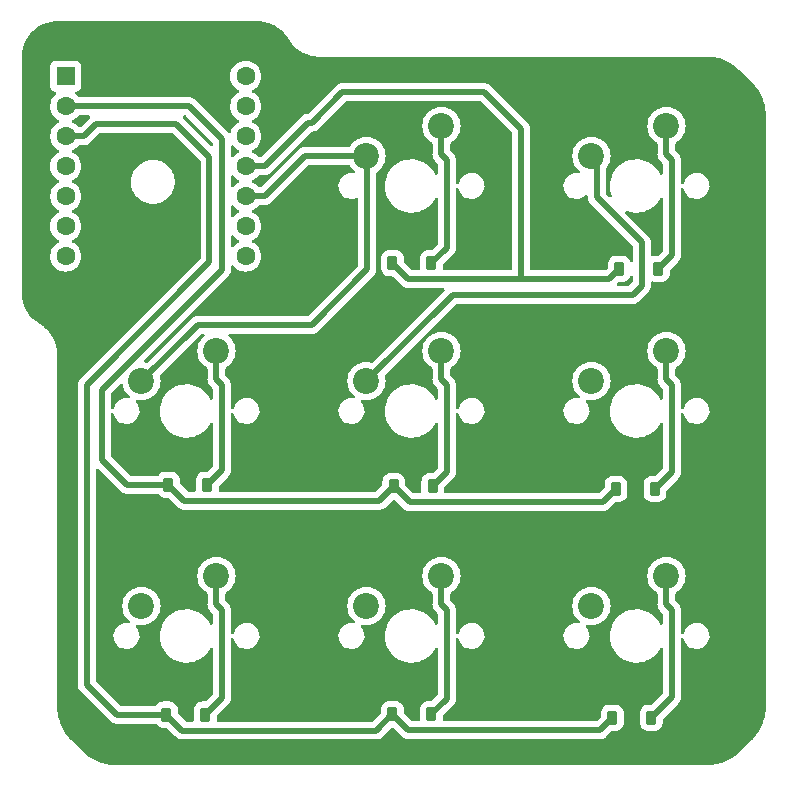
<source format=gbr>
%TF.GenerationSoftware,KiCad,Pcbnew,7.0.3*%
%TF.CreationDate,2023-06-20T13:58:59-06:00*%
%TF.ProjectId,macropad,6d616372-6f70-4616-942e-6b696361645f,rev?*%
%TF.SameCoordinates,Original*%
%TF.FileFunction,Copper,L2,Bot*%
%TF.FilePolarity,Positive*%
%FSLAX46Y46*%
G04 Gerber Fmt 4.6, Leading zero omitted, Abs format (unit mm)*
G04 Created by KiCad (PCBNEW 7.0.3) date 2023-06-20 13:58:59*
%MOMM*%
%LPD*%
G01*
G04 APERTURE LIST*
G04 Aperture macros list*
%AMRoundRect*
0 Rectangle with rounded corners*
0 $1 Rounding radius*
0 $2 $3 $4 $5 $6 $7 $8 $9 X,Y pos of 4 corners*
0 Add a 4 corners polygon primitive as box body*
4,1,4,$2,$3,$4,$5,$6,$7,$8,$9,$2,$3,0*
0 Add four circle primitives for the rounded corners*
1,1,$1+$1,$2,$3*
1,1,$1+$1,$4,$5*
1,1,$1+$1,$6,$7*
1,1,$1+$1,$8,$9*
0 Add four rect primitives between the rounded corners*
20,1,$1+$1,$2,$3,$4,$5,0*
20,1,$1+$1,$4,$5,$6,$7,0*
20,1,$1+$1,$6,$7,$8,$9,0*
20,1,$1+$1,$8,$9,$2,$3,0*%
G04 Aperture macros list end*
%TA.AperFunction,SMDPad,CuDef*%
%ADD10RoundRect,0.225000X-0.225000X-0.375000X0.225000X-0.375000X0.225000X0.375000X-0.225000X0.375000X0*%
%TD*%
%TA.AperFunction,ComponentPad*%
%ADD11C,2.200000*%
%TD*%
%TA.AperFunction,ComponentPad*%
%ADD12R,1.600000X1.600000*%
%TD*%
%TA.AperFunction,ComponentPad*%
%ADD13C,1.600000*%
%TD*%
%TA.AperFunction,Conductor*%
%ADD14C,0.500000*%
%TD*%
G04 APERTURE END LIST*
D10*
%TO.P,D2,1,K*%
%TO.N,Net-(D1-Pad1)*%
X143986000Y-118050000D03*
%TO.P,D2,2,A*%
%TO.N,Net-(D2-Pad2)*%
X147286000Y-118050000D03*
%TD*%
%TO.P,D3,1,K*%
%TO.N,Net-(D1-Pad1)*%
X162598000Y-118352000D03*
%TO.P,D3,2,A*%
%TO.N,Net-(D3-Pad2)*%
X165898000Y-118352000D03*
%TD*%
%TO.P,D1,1,K*%
%TO.N,Net-(D1-Pad1)*%
X124844000Y-118086000D03*
%TO.P,D1,2,A*%
%TO.N,Net-(D1-Pad2)*%
X128144000Y-118086000D03*
%TD*%
%TO.P,D5,1,K*%
%TO.N,Net-(D4-Pad1)*%
X144091000Y-98746000D03*
%TO.P,D5,2,A*%
%TO.N,Net-(D5-Pad2)*%
X147391000Y-98746000D03*
%TD*%
%TO.P,D6,1,K*%
%TO.N,Net-(D4-Pad1)*%
X162909000Y-98969000D03*
%TO.P,D6,2,A*%
%TO.N,Net-(D6-Pad2)*%
X166209000Y-98969000D03*
%TD*%
%TO.P,D8,1,K*%
%TO.N,Net-(D7-Pad1)*%
X163198000Y-80331000D03*
%TO.P,D8,2,A*%
%TO.N,Net-(D8-Pad2)*%
X166498000Y-80331000D03*
%TD*%
%TO.P,D4,1,K*%
%TO.N,Net-(D4-Pad1)*%
X125006000Y-98619000D03*
%TO.P,D4,2,A*%
%TO.N,Net-(D4-Pad2)*%
X128306000Y-98619000D03*
%TD*%
%TO.P,D7,1,K*%
%TO.N,Net-(D7-Pad1)*%
X143986000Y-79871000D03*
%TO.P,D7,2,A*%
%TO.N,Net-(D7-Pad2)*%
X147286000Y-79871000D03*
%TD*%
D11*
%TO.P,SW4,1,1*%
%TO.N,Net-(D4-Pad2)*%
X129083000Y-87300000D03*
%TO.P,SW4,2,2*%
%TO.N,Net-(SW1-Pad2)*%
X122733000Y-89840000D03*
%TD*%
%TO.P,SW1,1,1*%
%TO.N,Net-(D1-Pad2)*%
X129083000Y-106350000D03*
%TO.P,SW1,2,2*%
%TO.N,Net-(SW1-Pad2)*%
X122733000Y-108890000D03*
%TD*%
%TO.P,SW3,1,1*%
%TO.N,Net-(D3-Pad2)*%
X167183000Y-106350000D03*
%TO.P,SW3,2,2*%
%TO.N,Net-(SW3-Pad2)*%
X160833000Y-108890000D03*
%TD*%
%TO.P,SW7,1,1*%
%TO.N,Net-(D7-Pad2)*%
X148133000Y-68250000D03*
%TO.P,SW7,2,2*%
%TO.N,Net-(SW1-Pad2)*%
X141783000Y-70790000D03*
%TD*%
%TO.P,SW5,1,1*%
%TO.N,Net-(D5-Pad2)*%
X148133000Y-87300000D03*
%TO.P,SW5,2,2*%
%TO.N,Net-(SW2-Pad2)*%
X141783000Y-89840000D03*
%TD*%
D12*
%TO.P,U1,1,PA02_A0_D0*%
%TO.N,unconnected-(U1-Pad1)*%
X116321000Y-64038000D03*
D13*
%TO.P,U1,2,PA4_A1_D1*%
%TO.N,Net-(D4-Pad1)*%
X116321000Y-66578000D03*
%TO.P,U1,3,PA10_A2_D2*%
%TO.N,Net-(D1-Pad1)*%
X116321000Y-69118000D03*
%TO.P,U1,4,PA11_A3_D3*%
%TO.N,Net-(SW3-Pad2)*%
X116321000Y-71658000D03*
%TO.P,U1,5,PA8_A4_D4_SDA*%
%TO.N,Net-(SW2-Pad2)*%
X116321000Y-74198000D03*
%TO.P,U1,6,PA9_A5_D5_SCL*%
%TO.N,unconnected-(U1-Pad6)*%
X116321000Y-76738000D03*
%TO.P,U1,7,PB08_A6_D6_TX*%
%TO.N,unconnected-(U1-Pad7)*%
X116321000Y-79278000D03*
%TO.P,U1,8,PB09_A7_D7_RX*%
%TO.N,unconnected-(U1-Pad8)*%
X131561000Y-79278000D03*
%TO.P,U1,9,PA7_A8_D8_SCK*%
%TO.N,unconnected-(U1-Pad9)*%
X131561000Y-76738000D03*
%TO.P,U1,10,PA5_A9_D9_MISO*%
%TO.N,Net-(SW1-Pad2)*%
X131561000Y-74198000D03*
%TO.P,U1,11,PA6_A10_D10_MOSI*%
%TO.N,Net-(D7-Pad1)*%
X131561000Y-71658000D03*
%TO.P,U1,12,3V3*%
%TO.N,unconnected-(U1-Pad12)*%
X131561000Y-69118000D03*
%TO.P,U1,13,GND*%
%TO.N,unconnected-(U1-Pad13)*%
X131561000Y-66578000D03*
%TO.P,U1,14,5V*%
%TO.N,unconnected-(U1-Pad14)*%
X131561000Y-64038000D03*
%TD*%
D11*
%TO.P,SW6,1,1*%
%TO.N,Net-(D6-Pad2)*%
X167183000Y-87300000D03*
%TO.P,SW6,2,2*%
%TO.N,Net-(SW3-Pad2)*%
X160833000Y-89840000D03*
%TD*%
%TO.P,SW8,1,1*%
%TO.N,Net-(D8-Pad2)*%
X167183000Y-68250000D03*
%TO.P,SW8,2,2*%
%TO.N,Net-(SW2-Pad2)*%
X160833000Y-70790000D03*
%TD*%
%TO.P,SW2,1,1*%
%TO.N,Net-(D2-Pad2)*%
X148133000Y-106350000D03*
%TO.P,SW2,2,2*%
%TO.N,Net-(SW2-Pad2)*%
X141783000Y-108890000D03*
%TD*%
D14*
%TO.N,Net-(D1-Pad1)*%
X145336000Y-119400000D02*
X161550000Y-119400000D01*
X124844000Y-118086000D02*
X120626000Y-118086000D01*
X161550000Y-119400000D02*
X162598000Y-118352000D01*
X124844000Y-118086000D02*
X126194000Y-119436000D01*
X143986000Y-118050000D02*
X145336000Y-119400000D01*
X118893000Y-68080000D02*
X117855000Y-69118000D01*
X125693000Y-68080000D02*
X118893000Y-68080000D01*
X128493000Y-79787000D02*
X128493000Y-70880000D01*
X117855000Y-69118000D02*
X116321000Y-69118000D01*
X126194000Y-119436000D02*
X142600000Y-119436000D01*
X142600000Y-119436000D02*
X143986000Y-118050000D01*
X118110000Y-90170000D02*
X128493000Y-79787000D01*
X118110000Y-115570000D02*
X118110000Y-90170000D01*
X128493000Y-70880000D02*
X125693000Y-68080000D01*
X120626000Y-118086000D02*
X118110000Y-115570000D01*
%TO.N,Net-(D1-Pad2)*%
X129540000Y-109220000D02*
X129540000Y-116690000D01*
X129540000Y-116690000D02*
X128144000Y-118086000D01*
X129083000Y-108763000D02*
X129540000Y-109220000D01*
X129083000Y-106350000D02*
X129083000Y-108763000D01*
%TO.N,Net-(D2-Pad2)*%
X148590000Y-116746000D02*
X147286000Y-118050000D01*
X148133000Y-106350000D02*
X148133000Y-108763000D01*
X148133000Y-108763000D02*
X148590000Y-109220000D01*
X148590000Y-109220000D02*
X148590000Y-116746000D01*
%TO.N,Net-(D3-Pad2)*%
X167640000Y-116610000D02*
X165898000Y-118352000D01*
X167183000Y-106350000D02*
X167183000Y-108763000D01*
X167640000Y-109220000D02*
X167640000Y-116610000D01*
X167183000Y-108763000D02*
X167640000Y-109220000D01*
%TO.N,Net-(D4-Pad1)*%
X142868000Y-99969000D02*
X126356000Y-99969000D01*
X119380000Y-96520000D02*
X119380000Y-90576704D01*
X125006000Y-98619000D02*
X121479000Y-98619000D01*
X145441000Y-100096000D02*
X161782000Y-100096000D01*
X121479000Y-98619000D02*
X119380000Y-96520000D01*
X161782000Y-100096000D02*
X162909000Y-98969000D01*
X126356000Y-99969000D02*
X125006000Y-98619000D01*
X129540000Y-80416704D02*
X129540000Y-69327000D01*
X129540000Y-69327000D02*
X126791000Y-66578000D01*
X144091000Y-98746000D02*
X142868000Y-99969000D01*
X126791000Y-66578000D02*
X116321000Y-66578000D01*
X119380000Y-90576704D02*
X129540000Y-80416704D01*
X144091000Y-98746000D02*
X145441000Y-100096000D01*
%TO.N,Net-(D4-Pad2)*%
X129540000Y-90170000D02*
X129540000Y-97385000D01*
X129083000Y-89713000D02*
X129540000Y-90170000D01*
X129083000Y-87300000D02*
X129083000Y-89713000D01*
X129540000Y-97385000D02*
X128306000Y-98619000D01*
%TO.N,Net-(D5-Pad2)*%
X148133000Y-87300000D02*
X148133000Y-89713000D01*
X148590000Y-97547000D02*
X147391000Y-98746000D01*
X148590000Y-90170000D02*
X148590000Y-97547000D01*
X148133000Y-89713000D02*
X148590000Y-90170000D01*
%TO.N,Net-(D6-Pad2)*%
X167183000Y-87300000D02*
X167183000Y-89713000D01*
X167640000Y-97538000D02*
X166209000Y-98969000D01*
X167640000Y-90170000D02*
X167640000Y-97538000D01*
X167183000Y-89713000D02*
X167640000Y-90170000D01*
%TO.N,Net-(D7-Pad1)*%
X145336000Y-81221000D02*
X143986000Y-79871000D01*
X163198000Y-80331000D02*
X162308000Y-81221000D01*
X139753000Y-65380000D02*
X137173000Y-67960000D01*
X136859000Y-67960000D02*
X133161000Y-71658000D01*
X154881000Y-81221000D02*
X154881000Y-68521000D01*
X137173000Y-67960000D02*
X136859000Y-67960000D01*
X162308000Y-81221000D02*
X154881000Y-81221000D01*
X133161000Y-71658000D02*
X131561000Y-71658000D01*
X151740000Y-65380000D02*
X139753000Y-65380000D01*
X154881000Y-68521000D02*
X151740000Y-65380000D01*
X154881000Y-81221000D02*
X145336000Y-81221000D01*
%TO.N,Net-(D7-Pad2)*%
X148590000Y-71120000D02*
X148590000Y-78567000D01*
X148590000Y-78567000D02*
X147286000Y-79871000D01*
X148133000Y-70663000D02*
X148590000Y-71120000D01*
X148133000Y-68250000D02*
X148133000Y-70663000D01*
%TO.N,Net-(D8-Pad2)*%
X167183000Y-70663000D02*
X167640000Y-71120000D01*
X167640000Y-71120000D02*
X167640000Y-79189000D01*
X167183000Y-68250000D02*
X167183000Y-70663000D01*
X167640000Y-79189000D02*
X166498000Y-80331000D01*
%TO.N,Net-(SW1-Pad2)*%
X141863001Y-70870001D02*
X141863001Y-80386999D01*
X137160000Y-85090000D02*
X127483000Y-85090000D01*
X141783000Y-70790000D02*
X136569000Y-70790000D01*
X136569000Y-70790000D02*
X133161000Y-74198000D01*
X141863001Y-80386999D02*
X137160000Y-85090000D01*
X141783000Y-70790000D02*
X141863001Y-70870001D01*
X127483000Y-85090000D02*
X122733000Y-89840000D01*
X133161000Y-74198000D02*
X131561000Y-74198000D01*
%TO.N,Net-(SW2-Pad2)*%
X161290000Y-71247000D02*
X160833000Y-70790000D01*
X164314500Y-82550000D02*
X165100000Y-81764500D01*
X141783000Y-89840000D02*
X149073000Y-82550000D01*
X149073000Y-82550000D02*
X164314500Y-82550000D01*
X165100000Y-78105000D02*
X161290000Y-74295000D01*
X161290000Y-74295000D02*
X161290000Y-71247000D01*
X165100000Y-81764500D02*
X165100000Y-78105000D01*
%TD*%
%TA.AperFunction,NonConductor*%
G36*
X132594627Y-59380585D02*
G01*
X132678844Y-59384999D01*
X132916711Y-59398854D01*
X132922883Y-59399521D01*
X133061095Y-59421411D01*
X133244399Y-59453733D01*
X133249742Y-59454918D01*
X133394015Y-59493576D01*
X133395772Y-59494074D01*
X133564122Y-59544474D01*
X133568604Y-59546003D01*
X133688307Y-59591952D01*
X133711535Y-59600869D01*
X133713911Y-59601837D01*
X133739661Y-59612944D01*
X133872105Y-59670075D01*
X133875720Y-59671774D01*
X134013423Y-59741937D01*
X134016232Y-59743463D01*
X134164652Y-59829153D01*
X134167450Y-59830868D01*
X134297057Y-59915034D01*
X134300308Y-59917298D01*
X134438495Y-60020174D01*
X134440522Y-60021748D01*
X134559499Y-60118094D01*
X134563086Y-60121231D01*
X134690888Y-60241805D01*
X134692202Y-60243082D01*
X134797824Y-60348704D01*
X134801529Y-60352747D01*
X134921187Y-60495352D01*
X135009221Y-60604064D01*
X135012899Y-60609095D01*
X135143838Y-60808178D01*
X135189155Y-60877961D01*
X135190863Y-60880748D01*
X135269223Y-61016457D01*
X135390170Y-61182912D01*
X135391831Y-61185314D01*
X135431763Y-61246043D01*
X135443845Y-61256784D01*
X135454088Y-61270880D01*
X135454091Y-61270883D01*
X135454093Y-61270886D01*
X135595825Y-61428284D01*
X135630430Y-61466713D01*
X135631873Y-61468373D01*
X135659653Y-61501477D01*
X135661609Y-61502871D01*
X135662091Y-61502389D01*
X135662213Y-61502268D01*
X135664529Y-61504584D01*
X135898275Y-61715038D01*
X135902013Y-61717754D01*
X135903478Y-61718969D01*
X135904126Y-61719289D01*
X136152705Y-61899883D01*
X136152708Y-61899885D01*
X136160579Y-61904429D01*
X136175757Y-61913192D01*
X136401813Y-62043700D01*
X136401823Y-62043705D01*
X136425076Y-62057130D01*
X136705778Y-62182103D01*
X136706150Y-62182419D01*
X136708167Y-62183167D01*
X136711129Y-62184485D01*
X136712388Y-62185046D01*
X137011495Y-62282231D01*
X137011498Y-62282231D01*
X137014688Y-62283087D01*
X137014381Y-62284229D01*
X137015141Y-62284639D01*
X137059150Y-62292400D01*
X137061309Y-62292820D01*
X137133796Y-62308227D01*
X137319123Y-62347621D01*
X137336471Y-62349444D01*
X137348316Y-62354317D01*
X137424273Y-62358743D01*
X137427196Y-62358981D01*
X137449823Y-62361359D01*
X137631900Y-62380498D01*
X137763987Y-62380498D01*
X137763992Y-62380500D01*
X137789051Y-62380500D01*
X137789150Y-62380500D01*
X137789650Y-62380500D01*
X137795912Y-62380500D01*
X137799577Y-62380607D01*
X137816577Y-62381597D01*
X137822390Y-62380500D01*
X170591628Y-62380500D01*
X170594372Y-62380559D01*
X170684547Y-62384496D01*
X170956066Y-62397836D01*
X170961127Y-62398292D01*
X171115984Y-62418679D01*
X171324328Y-62449585D01*
X171328676Y-62450388D01*
X171491891Y-62486572D01*
X171493456Y-62486941D01*
X171686510Y-62535298D01*
X171690097Y-62536312D01*
X171853380Y-62587795D01*
X171855586Y-62588537D01*
X172039685Y-62654409D01*
X172042487Y-62655489D01*
X172201661Y-62721421D01*
X172204449Y-62722657D01*
X172340723Y-62787110D01*
X172381163Y-62806237D01*
X172383265Y-62807280D01*
X172535154Y-62886348D01*
X172538379Y-62888153D01*
X172629865Y-62942987D01*
X172709035Y-62990441D01*
X172710496Y-62991344D01*
X172851426Y-63081126D01*
X172855090Y-63083646D01*
X173024311Y-63209149D01*
X173148124Y-63304154D01*
X173152086Y-63307460D01*
X173357693Y-63493849D01*
X173419386Y-63550379D01*
X173421372Y-63552280D01*
X174420680Y-64551587D01*
X174422581Y-64553573D01*
X174482968Y-64619474D01*
X174600679Y-64749347D01*
X174665514Y-64820881D01*
X174668810Y-64824832D01*
X174689761Y-64852136D01*
X174762707Y-64947201D01*
X174763904Y-64948760D01*
X174864358Y-65084207D01*
X174889328Y-65117875D01*
X174891860Y-65121556D01*
X174981680Y-65262545D01*
X174982583Y-65264006D01*
X175084824Y-65434583D01*
X175086652Y-65437850D01*
X175156383Y-65571802D01*
X175165707Y-65589713D01*
X175166777Y-65591867D01*
X175250322Y-65768509D01*
X175251575Y-65771336D01*
X175317497Y-65930485D01*
X175318611Y-65933371D01*
X175384444Y-66117364D01*
X175385211Y-66119644D01*
X175436682Y-66282891D01*
X175437710Y-66286528D01*
X175486031Y-66479436D01*
X175486425Y-66481108D01*
X175522606Y-66644305D01*
X175523417Y-66648698D01*
X175554315Y-66856990D01*
X175574702Y-67011846D01*
X175575166Y-67016980D01*
X175588495Y-67288308D01*
X175592440Y-67378645D01*
X175592500Y-67381394D01*
X175592500Y-117378626D01*
X175592440Y-117381375D01*
X175588504Y-117471498D01*
X175575165Y-117743031D01*
X175574702Y-117748164D01*
X175554325Y-117902948D01*
X175523415Y-118111314D01*
X175522604Y-118115707D01*
X175486434Y-118278855D01*
X175486040Y-118280527D01*
X175437706Y-118473486D01*
X175436678Y-118477123D01*
X175385221Y-118640326D01*
X175384454Y-118642606D01*
X175318605Y-118826644D01*
X175317492Y-118829530D01*
X175251583Y-118988646D01*
X175250330Y-118991473D01*
X175166761Y-119168163D01*
X175165692Y-119170317D01*
X175135152Y-119228985D01*
X175094913Y-119306285D01*
X175086682Y-119322096D01*
X175084836Y-119325395D01*
X174982557Y-119496035D01*
X174981654Y-119497496D01*
X174891872Y-119638426D01*
X174889340Y-119642107D01*
X174763846Y-119811317D01*
X174668849Y-119935118D01*
X174665543Y-119939080D01*
X174479148Y-120144694D01*
X174422595Y-120206412D01*
X174420693Y-120208398D01*
X173421400Y-121207691D01*
X173419414Y-121209592D01*
X173353523Y-121269969D01*
X173152124Y-121452508D01*
X173148166Y-121455811D01*
X173024209Y-121550925D01*
X172855119Y-121676331D01*
X172851439Y-121678863D01*
X172710472Y-121768669D01*
X172709011Y-121769572D01*
X172538409Y-121871827D01*
X172535110Y-121873673D01*
X172383289Y-121952705D01*
X172381135Y-121953774D01*
X172204489Y-122037322D01*
X172201662Y-122038575D01*
X172042513Y-122104497D01*
X172039627Y-122105611D01*
X171855634Y-122171444D01*
X171853354Y-122172211D01*
X171690107Y-122223682D01*
X171686470Y-122224710D01*
X171493562Y-122273031D01*
X171491890Y-122273425D01*
X171328693Y-122309606D01*
X171324300Y-122310417D01*
X171116008Y-122341315D01*
X170961152Y-122361702D01*
X170956018Y-122362166D01*
X170684690Y-122375495D01*
X170605728Y-122378943D01*
X170594348Y-122379440D01*
X170591605Y-122379500D01*
X120594374Y-122379500D01*
X120591626Y-122379440D01*
X120589024Y-122379326D01*
X120501500Y-122375504D01*
X120229967Y-122362165D01*
X120224834Y-122361702D01*
X120070078Y-122341328D01*
X120010565Y-122332500D01*
X119861684Y-122310415D01*
X119857291Y-122309604D01*
X119694143Y-122273434D01*
X119692471Y-122273040D01*
X119499512Y-122224706D01*
X119495875Y-122223678D01*
X119332672Y-122172221D01*
X119330392Y-122171454D01*
X119146354Y-122105605D01*
X119143468Y-122104492D01*
X118984352Y-122038583D01*
X118981525Y-122037330D01*
X118804835Y-121953761D01*
X118802693Y-121952698D01*
X118650868Y-121873663D01*
X118647603Y-121871836D01*
X118476963Y-121769557D01*
X118475502Y-121768654D01*
X118334572Y-121678872D01*
X118330898Y-121676345D01*
X118161703Y-121550862D01*
X118037874Y-121455844D01*
X118033912Y-121452538D01*
X117828318Y-121266161D01*
X117766599Y-121209607D01*
X117764613Y-121207706D01*
X117764598Y-121207691D01*
X116765283Y-120208375D01*
X116763405Y-120206413D01*
X116754032Y-120196184D01*
X116703048Y-120140544D01*
X116617462Y-120046115D01*
X116520481Y-119939114D01*
X116517200Y-119935182D01*
X116452995Y-119851509D01*
X116422073Y-119811209D01*
X116296656Y-119642103D01*
X116294143Y-119638450D01*
X116204315Y-119497449D01*
X116203426Y-119496011D01*
X116175989Y-119450236D01*
X116101163Y-119325395D01*
X116099348Y-119322152D01*
X116020271Y-119170246D01*
X116019224Y-119168135D01*
X115971381Y-119066981D01*
X115935669Y-118991473D01*
X115934423Y-118988662D01*
X115868492Y-118829492D01*
X115867394Y-118826644D01*
X115801547Y-118642613D01*
X115800805Y-118640410D01*
X115749308Y-118477081D01*
X115748293Y-118473486D01*
X115699954Y-118280507D01*
X115699573Y-118278890D01*
X115663386Y-118115665D01*
X115662581Y-118111300D01*
X115631686Y-117903025D01*
X115611294Y-117748131D01*
X115610835Y-117743062D01*
X115597502Y-117471646D01*
X115593558Y-117381307D01*
X115593500Y-117378626D01*
X115593500Y-87628347D01*
X115593505Y-87628329D01*
X115593505Y-87610044D01*
X115594729Y-87605874D01*
X115593612Y-87586686D01*
X115593505Y-87583021D01*
X115593505Y-87576150D01*
X115593506Y-87576150D01*
X115593509Y-87418900D01*
X115571998Y-87214217D01*
X115571761Y-87211308D01*
X115567539Y-87138782D01*
X115562463Y-87123480D01*
X115560639Y-87106122D01*
X115505845Y-86848325D01*
X115505425Y-86846166D01*
X115497927Y-86803641D01*
X115496933Y-86801461D01*
X115496108Y-86801683D01*
X115495252Y-86798488D01*
X115398075Y-86499403D01*
X115398073Y-86499399D01*
X115398069Y-86499385D01*
X115396189Y-86495164D01*
X115395527Y-86493375D01*
X115395124Y-86492771D01*
X115332281Y-86351624D01*
X115270150Y-86212074D01*
X115112900Y-85939709D01*
X114932285Y-85691117D01*
X114932121Y-85690658D01*
X114930751Y-85689005D01*
X114929927Y-85687872D01*
X114928040Y-85685274D01*
X114928038Y-85685271D01*
X114717584Y-85451545D01*
X114715261Y-85449222D01*
X114716095Y-85448387D01*
X114715637Y-85447643D01*
X114681389Y-85418907D01*
X114679730Y-85417464D01*
X114483869Y-85241114D01*
X114469745Y-85230853D01*
X114461918Y-85220703D01*
X114398306Y-85178867D01*
X114395894Y-85177199D01*
X114229428Y-85056259D01*
X114229425Y-85056258D01*
X114094685Y-84978469D01*
X114091871Y-84976745D01*
X114021109Y-84930792D01*
X113822106Y-84799906D01*
X113817074Y-84796228D01*
X113708271Y-84708120D01*
X113565754Y-84588534D01*
X113561711Y-84584830D01*
X113456049Y-84479168D01*
X113454806Y-84477888D01*
X113334227Y-84350082D01*
X113331110Y-84346518D01*
X113234737Y-84227507D01*
X113233178Y-84225499D01*
X113130324Y-84087343D01*
X113128034Y-84084053D01*
X113043848Y-83954418D01*
X113042145Y-83951639D01*
X112956480Y-83803263D01*
X112954930Y-83800406D01*
X112926224Y-83744068D01*
X112884767Y-83662703D01*
X112883064Y-83659080D01*
X112814843Y-83500927D01*
X112813883Y-83498569D01*
X112797833Y-83456758D01*
X112758999Y-83355591D01*
X112757467Y-83351098D01*
X112741536Y-83297886D01*
X112707094Y-83182840D01*
X112706594Y-83181077D01*
X112694248Y-83135001D01*
X112667912Y-83036715D01*
X112666729Y-83031380D01*
X112634431Y-82848212D01*
X112612519Y-82709862D01*
X112611853Y-82703709D01*
X112598007Y-82465989D01*
X112593585Y-82381618D01*
X112593500Y-82378328D01*
X112593500Y-79278000D01*
X115007502Y-79278000D01*
X115027457Y-79506087D01*
X115052262Y-79598661D01*
X115086715Y-79727240D01*
X115086717Y-79727246D01*
X115183477Y-79934749D01*
X115291308Y-80088748D01*
X115314802Y-80122300D01*
X115476700Y-80284198D01*
X115664251Y-80415523D01*
X115871757Y-80512284D01*
X116092913Y-80571543D01*
X116321000Y-80591498D01*
X116549087Y-80571543D01*
X116770243Y-80512284D01*
X116977749Y-80415523D01*
X117165300Y-80284198D01*
X117327198Y-80122300D01*
X117458523Y-79934749D01*
X117555284Y-79727243D01*
X117614543Y-79506087D01*
X117634498Y-79278000D01*
X117614543Y-79049913D01*
X117555284Y-78828757D01*
X117458523Y-78621251D01*
X117327198Y-78433700D01*
X117165300Y-78271802D01*
X117160941Y-78268750D01*
X117063655Y-78200629D01*
X116977749Y-78140477D01*
X116949295Y-78127209D01*
X116938543Y-78122195D01*
X116885258Y-78075279D01*
X116865796Y-78007002D01*
X116886337Y-77939042D01*
X116938543Y-77893805D01*
X116940997Y-77892660D01*
X116977749Y-77875523D01*
X117165300Y-77744198D01*
X117327198Y-77582300D01*
X117458523Y-77394749D01*
X117555284Y-77187243D01*
X117614543Y-76966087D01*
X117634498Y-76738000D01*
X117614543Y-76509913D01*
X117555284Y-76288757D01*
X117458523Y-76081251D01*
X117327198Y-75893700D01*
X117165300Y-75731802D01*
X116977749Y-75600477D01*
X116938543Y-75582195D01*
X116885258Y-75535279D01*
X116865796Y-75467002D01*
X116886337Y-75399042D01*
X116938543Y-75353805D01*
X116940997Y-75352660D01*
X116977749Y-75335523D01*
X117165300Y-75204198D01*
X117327198Y-75042300D01*
X117458523Y-74854749D01*
X117555284Y-74647243D01*
X117614543Y-74426087D01*
X117634498Y-74198000D01*
X117614543Y-73969913D01*
X117555284Y-73748757D01*
X117458523Y-73541251D01*
X117327198Y-73353700D01*
X117165300Y-73191802D01*
X117137972Y-73172667D01*
X117077092Y-73130038D01*
X116977749Y-73060477D01*
X116950488Y-73047765D01*
X121838788Y-73047765D01*
X121868412Y-73317014D01*
X121936928Y-73579090D01*
X122042869Y-73828389D01*
X122076044Y-73882748D01*
X122183982Y-74059610D01*
X122357255Y-74267820D01*
X122357257Y-74267822D01*
X122357259Y-74267824D01*
X122494426Y-74390725D01*
X122558998Y-74448582D01*
X122784910Y-74598044D01*
X123030176Y-74713020D01*
X123289569Y-74791060D01*
X123289572Y-74791060D01*
X123289574Y-74791061D01*
X123557557Y-74830500D01*
X123557561Y-74830500D01*
X123760631Y-74830500D01*
X123963156Y-74815677D01*
X123963160Y-74815676D01*
X123963161Y-74815676D01*
X124122004Y-74780292D01*
X124227553Y-74756780D01*
X124480558Y-74660014D01*
X124716777Y-74527441D01*
X124931177Y-74361888D01*
X125119186Y-74166881D01*
X125276799Y-73946579D01*
X125324650Y-73853509D01*
X125400656Y-73705675D01*
X125400657Y-73705672D01*
X125475145Y-73487332D01*
X125488118Y-73449305D01*
X125519871Y-73277396D01*
X125537318Y-73182941D01*
X125537319Y-73182930D01*
X125537849Y-73168425D01*
X125547212Y-72912235D01*
X125532338Y-72777058D01*
X125517587Y-72642985D01*
X125460833Y-72425900D01*
X125449072Y-72380912D01*
X125446358Y-72374526D01*
X125343130Y-72131610D01*
X125306832Y-72072134D01*
X125202018Y-71900390D01*
X125028745Y-71692180D01*
X125028741Y-71692177D01*
X125028740Y-71692175D01*
X124827012Y-71511427D01*
X124827002Y-71511418D01*
X124601090Y-71361956D01*
X124355824Y-71246980D01*
X124117438Y-71175260D01*
X124096425Y-71168938D01*
X123828442Y-71129500D01*
X123828439Y-71129500D01*
X123625369Y-71129500D01*
X123422839Y-71144323D01*
X123422838Y-71144323D01*
X123158456Y-71203217D01*
X123158441Y-71203222D01*
X122905441Y-71299986D01*
X122669229Y-71432555D01*
X122669225Y-71432557D01*
X122454818Y-71598116D01*
X122266815Y-71793117D01*
X122266810Y-71793123D01*
X122109203Y-72013417D01*
X122109196Y-72013427D01*
X121985343Y-72254324D01*
X121985342Y-72254327D01*
X121897883Y-72510689D01*
X121897880Y-72510702D01*
X121848681Y-72777058D01*
X121848680Y-72777069D01*
X121838788Y-73047765D01*
X116950488Y-73047765D01*
X116938543Y-73042195D01*
X116885258Y-72995279D01*
X116865796Y-72927002D01*
X116886337Y-72859042D01*
X116938543Y-72813805D01*
X116940997Y-72812660D01*
X116977749Y-72795523D01*
X117165300Y-72664198D01*
X117327198Y-72502300D01*
X117458523Y-72314749D01*
X117555284Y-72107243D01*
X117614543Y-71886087D01*
X117634498Y-71658000D01*
X117614543Y-71429913D01*
X117555284Y-71208757D01*
X117458523Y-71001251D01*
X117327198Y-70813700D01*
X117165300Y-70651802D01*
X117157512Y-70646349D01*
X117089261Y-70598559D01*
X116977749Y-70520477D01*
X116938543Y-70502195D01*
X116885258Y-70455279D01*
X116865796Y-70387002D01*
X116886337Y-70319042D01*
X116938543Y-70273805D01*
X116940997Y-70272660D01*
X116977749Y-70255523D01*
X117165300Y-70124198D01*
X117327198Y-69962300D01*
X117338618Y-69945990D01*
X117349656Y-69930228D01*
X117405113Y-69885900D01*
X117452868Y-69876500D01*
X117790559Y-69876500D01*
X117808819Y-69877830D01*
X117813715Y-69878547D01*
X117832789Y-69881341D01*
X117866146Y-69878422D01*
X117885385Y-69876740D01*
X117890878Y-69876500D01*
X117899175Y-69876500D01*
X117899180Y-69876500D01*
X117921230Y-69873922D01*
X117931182Y-69872759D01*
X117932985Y-69872574D01*
X118009426Y-69865887D01*
X118009430Y-69865885D01*
X118016618Y-69864402D01*
X118016631Y-69864468D01*
X118023987Y-69862836D01*
X118023972Y-69862771D01*
X118031102Y-69861080D01*
X118031113Y-69861079D01*
X118103239Y-69834826D01*
X118104862Y-69834261D01*
X118177738Y-69810114D01*
X118177747Y-69810108D01*
X118184389Y-69807012D01*
X118184418Y-69807074D01*
X118191203Y-69803789D01*
X118191173Y-69803729D01*
X118197724Y-69800437D01*
X118197732Y-69800435D01*
X118261883Y-69758240D01*
X118263348Y-69757307D01*
X118328651Y-69717030D01*
X118328659Y-69717021D01*
X118334408Y-69712477D01*
X118334450Y-69712531D01*
X118340289Y-69707775D01*
X118340246Y-69707723D01*
X118345864Y-69703007D01*
X118345874Y-69703001D01*
X118398551Y-69647165D01*
X118399818Y-69645862D01*
X119170277Y-68875404D01*
X119232589Y-68841379D01*
X119259372Y-68838500D01*
X125326629Y-68838500D01*
X125394750Y-68858502D01*
X125415724Y-68875405D01*
X127697595Y-71157275D01*
X127731620Y-71219587D01*
X127734500Y-71246370D01*
X127734500Y-79420628D01*
X127714498Y-79488749D01*
X127697595Y-79509723D01*
X117619225Y-89588092D01*
X117605376Y-89600062D01*
X117585943Y-89614530D01*
X117552007Y-89654971D01*
X117548300Y-89659017D01*
X117542421Y-89664897D01*
X117542414Y-89664905D01*
X117522430Y-89690177D01*
X117521276Y-89691594D01*
X117471964Y-89750364D01*
X117467935Y-89756491D01*
X117467880Y-89756455D01*
X117463825Y-89762820D01*
X117463882Y-89762855D01*
X117460030Y-89769099D01*
X117427609Y-89838623D01*
X117426812Y-89840270D01*
X117392393Y-89908806D01*
X117389882Y-89915707D01*
X117389820Y-89915684D01*
X117387343Y-89922810D01*
X117387404Y-89922831D01*
X117385096Y-89929795D01*
X117369574Y-90004960D01*
X117369178Y-90006747D01*
X117351500Y-90081341D01*
X117350648Y-90088634D01*
X117350581Y-90088626D01*
X117349814Y-90096126D01*
X117349881Y-90096132D01*
X117349241Y-90103443D01*
X117351473Y-90180174D01*
X117351500Y-90182006D01*
X117351500Y-115505559D01*
X117350170Y-115523819D01*
X117346659Y-115547786D01*
X117346659Y-115547794D01*
X117351260Y-115600372D01*
X117351500Y-115605866D01*
X117351500Y-115614184D01*
X117355242Y-115646199D01*
X117355428Y-115648020D01*
X117362112Y-115724419D01*
X117363596Y-115731606D01*
X117363531Y-115731619D01*
X117365165Y-115738989D01*
X117365229Y-115738975D01*
X117366921Y-115746115D01*
X117379949Y-115781908D01*
X117393175Y-115818247D01*
X117393761Y-115819934D01*
X117417885Y-115892736D01*
X117420987Y-115899388D01*
X117420926Y-115899416D01*
X117424211Y-115906202D01*
X117424270Y-115906173D01*
X117427563Y-115912730D01*
X117469736Y-115976850D01*
X117470717Y-115978390D01*
X117510970Y-116043651D01*
X117510972Y-116043653D01*
X117515522Y-116049408D01*
X117515468Y-116049450D01*
X117520228Y-116055292D01*
X117520279Y-116055250D01*
X117524997Y-116060872D01*
X117580822Y-116113540D01*
X117582136Y-116114817D01*
X120044092Y-118576773D01*
X120056065Y-118590627D01*
X120070531Y-118610058D01*
X120109320Y-118642606D01*
X120110975Y-118643994D01*
X120115021Y-118647702D01*
X120120899Y-118653580D01*
X120120900Y-118653581D01*
X120146170Y-118673562D01*
X120147584Y-118674713D01*
X120206360Y-118724032D01*
X120206366Y-118724035D01*
X120212495Y-118728067D01*
X120212457Y-118728123D01*
X120218813Y-118732172D01*
X120218849Y-118732115D01*
X120225094Y-118735967D01*
X120294671Y-118768410D01*
X120296183Y-118769141D01*
X120364812Y-118803609D01*
X120364814Y-118803609D01*
X120371707Y-118806118D01*
X120371684Y-118806180D01*
X120378810Y-118808657D01*
X120378831Y-118808595D01*
X120385793Y-118810902D01*
X120460992Y-118826428D01*
X120462629Y-118826791D01*
X120537344Y-118844500D01*
X120537346Y-118844500D01*
X120544632Y-118845352D01*
X120544624Y-118845418D01*
X120552122Y-118846184D01*
X120552128Y-118846118D01*
X120559434Y-118846756D01*
X120559442Y-118846758D01*
X120605967Y-118845404D01*
X120636140Y-118844527D01*
X120637972Y-118844500D01*
X123923415Y-118844500D01*
X123991536Y-118864502D01*
X124030655Y-118904352D01*
X124039713Y-118919037D01*
X124039720Y-118919046D01*
X124160953Y-119040279D01*
X124160959Y-119040284D01*
X124160960Y-119040285D01*
X124306899Y-119130302D01*
X124469664Y-119184236D01*
X124489756Y-119186288D01*
X124570120Y-119194500D01*
X124570128Y-119194500D01*
X124827629Y-119194500D01*
X124895750Y-119214502D01*
X124916724Y-119231405D01*
X125612092Y-119926773D01*
X125624065Y-119940627D01*
X125638531Y-119960058D01*
X125671993Y-119988136D01*
X125678975Y-119993994D01*
X125683021Y-119997702D01*
X125688899Y-120003580D01*
X125688900Y-120003581D01*
X125714170Y-120023562D01*
X125715584Y-120024713D01*
X125774360Y-120074032D01*
X125774366Y-120074035D01*
X125780495Y-120078067D01*
X125780457Y-120078123D01*
X125786813Y-120082172D01*
X125786849Y-120082115D01*
X125793094Y-120085967D01*
X125862671Y-120118410D01*
X125864183Y-120119141D01*
X125932812Y-120153609D01*
X125932814Y-120153609D01*
X125939707Y-120156118D01*
X125939684Y-120156180D01*
X125946810Y-120158657D01*
X125946831Y-120158595D01*
X125953793Y-120160902D01*
X126028992Y-120176428D01*
X126030629Y-120176791D01*
X126105344Y-120194500D01*
X126105346Y-120194500D01*
X126112632Y-120195352D01*
X126112624Y-120195418D01*
X126120122Y-120196184D01*
X126120128Y-120196118D01*
X126127434Y-120196756D01*
X126127442Y-120196758D01*
X126173967Y-120195404D01*
X126204140Y-120194527D01*
X126205972Y-120194500D01*
X142535559Y-120194500D01*
X142553819Y-120195830D01*
X142558715Y-120196547D01*
X142577789Y-120199341D01*
X142611146Y-120196422D01*
X142630385Y-120194740D01*
X142635878Y-120194500D01*
X142644175Y-120194500D01*
X142644180Y-120194500D01*
X142666230Y-120191922D01*
X142676182Y-120190759D01*
X142677985Y-120190574D01*
X142754426Y-120183887D01*
X142754430Y-120183885D01*
X142761618Y-120182402D01*
X142761631Y-120182468D01*
X142768987Y-120180836D01*
X142768972Y-120180771D01*
X142776102Y-120179080D01*
X142776113Y-120179079D01*
X142848239Y-120152826D01*
X142849862Y-120152261D01*
X142922738Y-120128114D01*
X142922747Y-120128108D01*
X142929389Y-120125012D01*
X142929418Y-120125074D01*
X142936203Y-120121789D01*
X142936173Y-120121729D01*
X142942724Y-120118437D01*
X142942732Y-120118435D01*
X143006883Y-120076240D01*
X143008348Y-120075307D01*
X143073651Y-120035030D01*
X143073659Y-120035021D01*
X143079408Y-120030477D01*
X143079450Y-120030531D01*
X143085289Y-120025775D01*
X143085246Y-120025723D01*
X143090864Y-120021007D01*
X143090874Y-120021001D01*
X143143551Y-119965164D01*
X143144783Y-119963896D01*
X143896907Y-119211773D01*
X143959217Y-119177750D01*
X144030033Y-119182815D01*
X144075095Y-119211776D01*
X144754092Y-119890773D01*
X144766065Y-119904627D01*
X144780531Y-119924058D01*
X144812434Y-119950828D01*
X144820975Y-119957994D01*
X144825021Y-119961702D01*
X144828496Y-119965177D01*
X144830900Y-119967581D01*
X144856170Y-119987562D01*
X144857584Y-119988713D01*
X144916360Y-120038032D01*
X144916366Y-120038035D01*
X144922495Y-120042067D01*
X144922457Y-120042123D01*
X144928813Y-120046172D01*
X144928849Y-120046115D01*
X144935094Y-120049967D01*
X145004671Y-120082410D01*
X145006183Y-120083141D01*
X145074812Y-120117609D01*
X145074814Y-120117609D01*
X145081707Y-120120118D01*
X145081684Y-120120180D01*
X145088810Y-120122657D01*
X145088831Y-120122595D01*
X145095793Y-120124902D01*
X145170992Y-120140428D01*
X145172629Y-120140791D01*
X145247344Y-120158500D01*
X145247346Y-120158500D01*
X145254632Y-120159352D01*
X145254624Y-120159418D01*
X145262122Y-120160184D01*
X145262128Y-120160118D01*
X145269434Y-120160756D01*
X145269442Y-120160758D01*
X145315967Y-120159404D01*
X145346140Y-120158527D01*
X145347972Y-120158500D01*
X161485559Y-120158500D01*
X161503819Y-120159830D01*
X161508715Y-120160547D01*
X161527789Y-120163341D01*
X161561146Y-120160422D01*
X161580385Y-120158740D01*
X161585878Y-120158500D01*
X161594175Y-120158500D01*
X161594180Y-120158500D01*
X161616230Y-120155922D01*
X161626182Y-120154759D01*
X161627985Y-120154574D01*
X161704426Y-120147887D01*
X161704430Y-120147885D01*
X161711618Y-120146402D01*
X161711631Y-120146468D01*
X161718987Y-120144836D01*
X161718972Y-120144771D01*
X161726102Y-120143080D01*
X161726113Y-120143079D01*
X161798239Y-120116826D01*
X161799862Y-120116261D01*
X161872738Y-120092114D01*
X161872747Y-120092108D01*
X161879389Y-120089012D01*
X161879418Y-120089074D01*
X161886203Y-120085789D01*
X161886173Y-120085729D01*
X161892724Y-120082437D01*
X161892732Y-120082435D01*
X161956883Y-120040240D01*
X161958348Y-120039307D01*
X162023651Y-119999030D01*
X162023659Y-119999021D01*
X162029408Y-119994477D01*
X162029450Y-119994531D01*
X162035289Y-119989775D01*
X162035246Y-119989723D01*
X162040864Y-119985007D01*
X162040874Y-119985001D01*
X162093551Y-119929165D01*
X162094818Y-119927862D01*
X162525277Y-119497404D01*
X162587589Y-119463379D01*
X162614372Y-119460500D01*
X162871880Y-119460500D01*
X162944936Y-119453035D01*
X162972336Y-119450236D01*
X163135101Y-119396302D01*
X163281040Y-119306285D01*
X163402285Y-119185040D01*
X163492302Y-119039101D01*
X163546236Y-118876336D01*
X163551313Y-118826644D01*
X163556500Y-118775880D01*
X163556500Y-117928119D01*
X163546236Y-117827666D01*
X163546236Y-117827664D01*
X163492302Y-117664899D01*
X163402285Y-117518960D01*
X163402284Y-117518959D01*
X163402279Y-117518953D01*
X163281046Y-117397720D01*
X163281040Y-117397715D01*
X163254507Y-117381349D01*
X163135101Y-117307698D01*
X162972336Y-117253764D01*
X162972333Y-117253763D01*
X162871880Y-117243500D01*
X162871872Y-117243500D01*
X162324128Y-117243500D01*
X162324120Y-117243500D01*
X162223666Y-117253763D01*
X162060899Y-117307698D01*
X161914959Y-117397715D01*
X161914953Y-117397720D01*
X161793720Y-117518953D01*
X161793715Y-117518959D01*
X161703698Y-117664899D01*
X161649763Y-117827666D01*
X161639500Y-117928119D01*
X161639500Y-118185628D01*
X161619498Y-118253749D01*
X161602596Y-118274723D01*
X161272722Y-118604596D01*
X161210412Y-118638620D01*
X161183629Y-118641500D01*
X148366903Y-118641500D01*
X148298782Y-118621498D01*
X148252289Y-118567842D01*
X148241556Y-118502692D01*
X148244500Y-118473879D01*
X148244500Y-118216371D01*
X148264502Y-118148250D01*
X148281400Y-118127280D01*
X149080781Y-117327898D01*
X149094620Y-117315938D01*
X149114058Y-117301469D01*
X149148001Y-117261015D01*
X149151700Y-117256979D01*
X149157580Y-117251101D01*
X149177621Y-117225753D01*
X149178674Y-117224461D01*
X149228032Y-117165640D01*
X149228033Y-117165637D01*
X149228037Y-117165633D01*
X149232066Y-117159508D01*
X149232122Y-117159545D01*
X149236171Y-117153190D01*
X149236113Y-117153154D01*
X149239963Y-117146911D01*
X149239962Y-117146911D01*
X149239967Y-117146906D01*
X149272409Y-117077330D01*
X149273192Y-117075715D01*
X149307609Y-117007188D01*
X149307610Y-117007181D01*
X149310120Y-117000289D01*
X149310183Y-117000312D01*
X149312657Y-116993196D01*
X149312593Y-116993175D01*
X149314899Y-116986211D01*
X149314902Y-116986207D01*
X149330431Y-116910991D01*
X149330788Y-116909383D01*
X149348500Y-116834656D01*
X149348500Y-116834653D01*
X149349352Y-116827368D01*
X149349418Y-116827375D01*
X149350184Y-116819877D01*
X149350118Y-116819872D01*
X149350756Y-116812566D01*
X149350758Y-116812558D01*
X149349129Y-116756558D01*
X149348527Y-116735858D01*
X149348500Y-116734026D01*
X149348500Y-111692064D01*
X149368502Y-111623943D01*
X149422158Y-111577450D01*
X149492432Y-111567346D01*
X149557012Y-111596840D01*
X149595396Y-111656566D01*
X149596945Y-111662348D01*
X149624807Y-111777194D01*
X149628295Y-111791572D01*
X149628298Y-111791583D01*
X149698885Y-111946144D01*
X149715604Y-111982753D01*
X149837514Y-112153952D01*
X149989622Y-112298986D01*
X150166428Y-112412613D01*
X150361543Y-112490725D01*
X150567915Y-112530500D01*
X150567919Y-112530500D01*
X150725423Y-112530500D01*
X150725425Y-112530500D01*
X150882218Y-112515528D01*
X151083875Y-112456316D01*
X151270682Y-112360011D01*
X151435886Y-112230092D01*
X151573519Y-112071256D01*
X151678604Y-111889244D01*
X151747344Y-111690633D01*
X151777254Y-111482602D01*
X151772243Y-111377396D01*
X158458745Y-111377396D01*
X158468744Y-111587319D01*
X158468746Y-111587332D01*
X158518295Y-111791572D01*
X158518298Y-111791583D01*
X158588885Y-111946144D01*
X158605604Y-111982753D01*
X158727514Y-112153952D01*
X158879622Y-112298986D01*
X159056428Y-112412613D01*
X159251543Y-112490725D01*
X159457915Y-112530500D01*
X159457919Y-112530500D01*
X159615423Y-112530500D01*
X159615425Y-112530500D01*
X159772218Y-112515528D01*
X159973875Y-112456316D01*
X160160682Y-112360011D01*
X160325886Y-112230092D01*
X160463519Y-112071256D01*
X160568604Y-111889244D01*
X160637344Y-111690633D01*
X160663980Y-111505376D01*
X162388723Y-111505376D01*
X162418880Y-111805153D01*
X162488731Y-112098263D01*
X162488732Y-112098264D01*
X162597020Y-112379429D01*
X162741826Y-112643667D01*
X162920554Y-112886238D01*
X163130020Y-113102824D01*
X163366485Y-113289558D01*
X163625730Y-113443109D01*
X163903128Y-113560736D01*
X164193729Y-113640340D01*
X164492347Y-113680500D01*
X164492351Y-113680500D01*
X164718234Y-113680500D01*
X164718244Y-113680500D01*
X164943634Y-113665412D01*
X165238903Y-113605396D01*
X165523537Y-113506560D01*
X165792459Y-113370668D01*
X166040869Y-113200144D01*
X166264333Y-112998032D01*
X166458865Y-112767939D01*
X166620993Y-112513970D01*
X166641208Y-112470407D01*
X166688024Y-112417038D01*
X166756265Y-112397450D01*
X166824263Y-112417866D01*
X166870429Y-112471803D01*
X166881500Y-112523448D01*
X166881500Y-116243628D01*
X166861498Y-116311749D01*
X166844595Y-116332722D01*
X165970722Y-117206596D01*
X165908412Y-117240620D01*
X165881629Y-117243500D01*
X165624120Y-117243500D01*
X165523666Y-117253763D01*
X165360899Y-117307698D01*
X165214959Y-117397715D01*
X165214953Y-117397720D01*
X165093720Y-117518953D01*
X165093715Y-117518959D01*
X165003698Y-117664899D01*
X164949763Y-117827666D01*
X164939500Y-117928119D01*
X164939500Y-118775880D01*
X164939499Y-118775880D01*
X164949763Y-118876333D01*
X164949764Y-118876336D01*
X165003698Y-119039101D01*
X165059952Y-119130302D01*
X165093715Y-119185040D01*
X165093720Y-119185046D01*
X165214953Y-119306279D01*
X165214959Y-119306284D01*
X165214960Y-119306285D01*
X165360899Y-119396302D01*
X165523664Y-119450236D01*
X165543756Y-119452288D01*
X165624120Y-119460500D01*
X165624128Y-119460500D01*
X166171880Y-119460500D01*
X166244936Y-119453035D01*
X166272336Y-119450236D01*
X166435101Y-119396302D01*
X166581040Y-119306285D01*
X166702285Y-119185040D01*
X166792302Y-119039101D01*
X166846236Y-118876336D01*
X166851313Y-118826644D01*
X166856500Y-118775880D01*
X166856500Y-118518370D01*
X166876502Y-118450249D01*
X166893400Y-118429280D01*
X168130778Y-117191901D01*
X168144617Y-117179941D01*
X168164058Y-117165469D01*
X168198001Y-117125015D01*
X168201700Y-117120979D01*
X168207580Y-117115101D01*
X168227621Y-117089753D01*
X168228674Y-117088461D01*
X168278032Y-117029640D01*
X168278033Y-117029637D01*
X168278037Y-117029633D01*
X168282066Y-117023508D01*
X168282122Y-117023545D01*
X168286173Y-117017187D01*
X168286115Y-117017151D01*
X168289970Y-117010901D01*
X168322389Y-116941376D01*
X168323188Y-116939725D01*
X168324470Y-116937172D01*
X168357609Y-116871188D01*
X168357610Y-116871181D01*
X168360119Y-116864291D01*
X168360184Y-116864314D01*
X168362658Y-116857197D01*
X168362594Y-116857176D01*
X168364903Y-116850207D01*
X168369618Y-116827368D01*
X168380432Y-116774993D01*
X168380795Y-116773354D01*
X168398500Y-116698656D01*
X168398500Y-116698655D01*
X168399352Y-116691367D01*
X168399418Y-116691374D01*
X168400184Y-116683876D01*
X168400118Y-116683871D01*
X168400756Y-116676566D01*
X168400758Y-116676558D01*
X168399400Y-116629887D01*
X168398527Y-116599845D01*
X168398500Y-116598013D01*
X168398500Y-111692064D01*
X168418502Y-111623943D01*
X168472158Y-111577450D01*
X168542432Y-111567346D01*
X168607012Y-111596840D01*
X168645396Y-111656566D01*
X168646945Y-111662348D01*
X168674807Y-111777194D01*
X168678295Y-111791572D01*
X168678298Y-111791583D01*
X168748885Y-111946144D01*
X168765604Y-111982753D01*
X168887514Y-112153952D01*
X169039622Y-112298986D01*
X169216428Y-112412613D01*
X169411543Y-112490725D01*
X169617915Y-112530500D01*
X169617919Y-112530500D01*
X169775423Y-112530500D01*
X169775425Y-112530500D01*
X169932218Y-112515528D01*
X170133875Y-112456316D01*
X170320682Y-112360011D01*
X170485886Y-112230092D01*
X170623519Y-112071256D01*
X170728604Y-111889244D01*
X170797344Y-111690633D01*
X170827254Y-111482602D01*
X170822243Y-111377396D01*
X170817255Y-111272680D01*
X170817254Y-111272675D01*
X170817254Y-111272670D01*
X170767704Y-111068424D01*
X170767701Y-111068419D01*
X170767701Y-111068416D01*
X170723100Y-110970755D01*
X170680396Y-110877247D01*
X170558486Y-110706048D01*
X170406378Y-110561014D01*
X170229572Y-110447387D01*
X170034457Y-110369275D01*
X170034456Y-110369274D01*
X170034454Y-110369274D01*
X169828089Y-110329500D01*
X169828085Y-110329500D01*
X169670575Y-110329500D01*
X169670573Y-110329500D01*
X169670555Y-110329501D01*
X169513792Y-110344470D01*
X169513777Y-110344473D01*
X169312127Y-110403683D01*
X169312116Y-110403687D01*
X169125321Y-110499986D01*
X169125318Y-110499988D01*
X168960115Y-110629907D01*
X168960107Y-110629914D01*
X168822485Y-110788738D01*
X168822479Y-110788746D01*
X168717396Y-110970755D01*
X168717393Y-110970760D01*
X168648658Y-111169359D01*
X168647242Y-111175198D01*
X168645019Y-111174658D01*
X168619720Y-111230049D01*
X168559991Y-111268429D01*
X168488995Y-111268425D01*
X168429271Y-111230038D01*
X168399781Y-111165455D01*
X168398500Y-111147531D01*
X168398500Y-109284441D01*
X168399830Y-109266182D01*
X168400940Y-109258600D01*
X168403341Y-109242211D01*
X168399175Y-109194589D01*
X168398740Y-109189614D01*
X168398500Y-109184121D01*
X168398500Y-109175813D01*
X168394759Y-109143822D01*
X168394575Y-109142033D01*
X168387887Y-109065574D01*
X168387885Y-109065570D01*
X168386403Y-109058388D01*
X168386469Y-109058374D01*
X168384837Y-109051012D01*
X168384772Y-109051028D01*
X168383080Y-109043893D01*
X168383079Y-109043891D01*
X168383079Y-109043887D01*
X168356842Y-108971803D01*
X168356241Y-108970073D01*
X168343621Y-108931989D01*
X168332114Y-108897262D01*
X168332109Y-108897255D01*
X168329012Y-108890611D01*
X168329074Y-108890581D01*
X168325788Y-108883795D01*
X168325728Y-108883826D01*
X168322433Y-108877265D01*
X168298594Y-108841020D01*
X168280266Y-108813155D01*
X168279293Y-108811626D01*
X168239032Y-108746351D01*
X168234478Y-108740592D01*
X168234531Y-108740549D01*
X168229766Y-108734700D01*
X168229715Y-108734744D01*
X168224998Y-108729122D01*
X168169159Y-108676441D01*
X168167878Y-108675197D01*
X167978404Y-108485723D01*
X167944379Y-108423412D01*
X167941500Y-108396629D01*
X167941500Y-107842247D01*
X167961502Y-107774126D01*
X168001666Y-107734814D01*
X168131376Y-107655328D01*
X168323898Y-107490898D01*
X168488328Y-107298376D01*
X168620616Y-107082502D01*
X168717505Y-106848591D01*
X168776609Y-106602403D01*
X168796474Y-106350000D01*
X168776609Y-106097597D01*
X168717505Y-105851409D01*
X168620616Y-105617498D01*
X168488328Y-105401624D01*
X168323898Y-105209102D01*
X168131376Y-105044672D01*
X167915502Y-104912384D01*
X167681591Y-104815495D01*
X167681589Y-104815494D01*
X167513177Y-104775062D01*
X167435403Y-104756391D01*
X167183000Y-104736526D01*
X166930597Y-104756391D01*
X166684410Y-104815494D01*
X166450499Y-104912383D01*
X166234625Y-105044671D01*
X166042102Y-105209102D01*
X165877671Y-105401625D01*
X165745383Y-105617499D01*
X165648494Y-105851410D01*
X165589391Y-106097597D01*
X165569526Y-106349999D01*
X165589391Y-106602402D01*
X165648494Y-106848589D01*
X165648495Y-106848591D01*
X165745384Y-107082502D01*
X165877672Y-107298376D01*
X166042102Y-107490898D01*
X166234624Y-107655328D01*
X166234626Y-107655329D01*
X166234627Y-107655330D01*
X166364334Y-107734814D01*
X166411966Y-107787461D01*
X166424500Y-107842247D01*
X166424500Y-108698559D01*
X166423170Y-108716819D01*
X166419659Y-108740786D01*
X166419659Y-108740794D01*
X166424260Y-108793372D01*
X166424500Y-108798866D01*
X166424500Y-108807184D01*
X166428242Y-108839199D01*
X166428428Y-108841020D01*
X166435112Y-108917419D01*
X166436596Y-108924606D01*
X166436531Y-108924619D01*
X166438165Y-108931989D01*
X166438229Y-108931975D01*
X166439921Y-108939115D01*
X166451189Y-108970073D01*
X166466175Y-109011247D01*
X166466761Y-109012934D01*
X166490885Y-109085736D01*
X166493987Y-109092388D01*
X166493926Y-109092416D01*
X166497211Y-109099202D01*
X166497270Y-109099173D01*
X166500563Y-109105730D01*
X166542736Y-109169850D01*
X166543717Y-109171390D01*
X166583970Y-109236651D01*
X166583972Y-109236653D01*
X166588522Y-109242408D01*
X166588468Y-109242450D01*
X166593228Y-109248292D01*
X166593279Y-109248250D01*
X166597997Y-109253872D01*
X166597998Y-109253873D01*
X166597999Y-109253874D01*
X166646107Y-109299262D01*
X166653822Y-109306540D01*
X166655136Y-109307817D01*
X166844595Y-109497276D01*
X166878621Y-109559588D01*
X166881500Y-109586371D01*
X166881500Y-110339773D01*
X166861498Y-110407894D01*
X166807842Y-110454387D01*
X166737568Y-110464491D01*
X166672988Y-110434997D01*
X166645004Y-110400326D01*
X166627987Y-110369274D01*
X166544175Y-110216335D01*
X166511607Y-110172134D01*
X166365445Y-109973761D01*
X166155980Y-109757176D01*
X165919519Y-109570445D01*
X165919517Y-109570443D01*
X165857916Y-109533957D01*
X165660270Y-109416891D01*
X165382872Y-109299264D01*
X165092271Y-109219660D01*
X164793653Y-109179500D01*
X164567756Y-109179500D01*
X164362855Y-109193216D01*
X164342365Y-109194588D01*
X164342357Y-109194589D01*
X164047100Y-109254603D01*
X164047092Y-109254605D01*
X163762467Y-109353438D01*
X163762458Y-109353442D01*
X163493539Y-109489332D01*
X163245129Y-109659857D01*
X163245123Y-109659862D01*
X163021666Y-109861968D01*
X163021665Y-109861970D01*
X162827135Y-110092060D01*
X162827129Y-110092068D01*
X162665008Y-110346026D01*
X162538178Y-110619336D01*
X162538177Y-110619341D01*
X162448907Y-110907119D01*
X162398791Y-111204226D01*
X162395129Y-111313735D01*
X162393002Y-111377398D01*
X162388723Y-111505376D01*
X160663980Y-111505376D01*
X160667254Y-111482602D01*
X160662243Y-111377396D01*
X160657255Y-111272680D01*
X160657254Y-111272675D01*
X160657254Y-111272670D01*
X160607704Y-111068424D01*
X160607701Y-111068419D01*
X160607701Y-111068416D01*
X160563100Y-110970755D01*
X160520396Y-110877247D01*
X160398486Y-110706048D01*
X160364124Y-110673284D01*
X160328626Y-110611799D01*
X160332004Y-110540883D01*
X160373186Y-110483050D01*
X160439097Y-110456664D01*
X160480481Y-110459573D01*
X160580597Y-110483609D01*
X160833000Y-110503474D01*
X161085403Y-110483609D01*
X161331591Y-110424505D01*
X161565502Y-110327616D01*
X161781376Y-110195328D01*
X161973898Y-110030898D01*
X162138328Y-109838376D01*
X162270616Y-109622502D01*
X162367505Y-109388591D01*
X162426609Y-109142403D01*
X162446474Y-108890000D01*
X162426609Y-108637597D01*
X162367505Y-108391409D01*
X162270616Y-108157498D01*
X162138328Y-107941624D01*
X161973898Y-107749102D01*
X161781376Y-107584672D01*
X161565502Y-107452384D01*
X161331591Y-107355495D01*
X161331589Y-107355494D01*
X161163177Y-107315062D01*
X161085403Y-107296391D01*
X160833000Y-107276526D01*
X160832999Y-107276526D01*
X160580597Y-107296391D01*
X160334410Y-107355494D01*
X160100499Y-107452383D01*
X159884625Y-107584671D01*
X159692102Y-107749102D01*
X159527671Y-107941625D01*
X159395383Y-108157499D01*
X159298494Y-108391410D01*
X159239391Y-108637597D01*
X159225573Y-108813173D01*
X159219526Y-108890000D01*
X159239391Y-109142403D01*
X159246162Y-109170605D01*
X159298494Y-109388589D01*
X159298495Y-109388591D01*
X159395384Y-109622502D01*
X159527672Y-109838376D01*
X159692102Y-110030898D01*
X159763723Y-110092068D01*
X159787860Y-110112683D01*
X159826669Y-110172134D01*
X159827175Y-110243128D01*
X159789219Y-110303127D01*
X159724851Y-110333080D01*
X159682184Y-110332217D01*
X159668091Y-110329501D01*
X159668089Y-110329500D01*
X159668085Y-110329500D01*
X159510575Y-110329500D01*
X159510573Y-110329500D01*
X159510555Y-110329501D01*
X159353792Y-110344470D01*
X159353777Y-110344473D01*
X159152127Y-110403683D01*
X159152116Y-110403687D01*
X158965321Y-110499986D01*
X158965318Y-110499988D01*
X158800115Y-110629907D01*
X158800107Y-110629914D01*
X158662485Y-110788738D01*
X158662479Y-110788746D01*
X158557396Y-110970755D01*
X158557393Y-110970760D01*
X158488658Y-111169359D01*
X158488654Y-111169374D01*
X158458745Y-111377396D01*
X151772243Y-111377396D01*
X151767255Y-111272680D01*
X151767254Y-111272675D01*
X151767254Y-111272670D01*
X151717704Y-111068424D01*
X151717701Y-111068419D01*
X151717701Y-111068416D01*
X151673100Y-110970755D01*
X151630396Y-110877247D01*
X151508486Y-110706048D01*
X151356378Y-110561014D01*
X151179572Y-110447387D01*
X150984457Y-110369275D01*
X150984456Y-110369274D01*
X150984454Y-110369274D01*
X150778089Y-110329500D01*
X150778085Y-110329500D01*
X150620575Y-110329500D01*
X150620573Y-110329500D01*
X150620555Y-110329501D01*
X150463792Y-110344470D01*
X150463777Y-110344473D01*
X150262127Y-110403683D01*
X150262116Y-110403687D01*
X150075321Y-110499986D01*
X150075318Y-110499988D01*
X149910115Y-110629907D01*
X149910107Y-110629914D01*
X149772485Y-110788738D01*
X149772479Y-110788746D01*
X149667396Y-110970755D01*
X149667393Y-110970760D01*
X149598658Y-111169359D01*
X149597242Y-111175198D01*
X149595019Y-111174658D01*
X149569720Y-111230049D01*
X149509991Y-111268429D01*
X149438995Y-111268425D01*
X149379271Y-111230038D01*
X149349781Y-111165455D01*
X149348500Y-111147531D01*
X149348500Y-109284441D01*
X149349830Y-109266182D01*
X149350940Y-109258600D01*
X149353341Y-109242211D01*
X149349175Y-109194589D01*
X149348740Y-109189614D01*
X149348500Y-109184121D01*
X149348500Y-109175813D01*
X149344759Y-109143822D01*
X149344575Y-109142033D01*
X149337887Y-109065574D01*
X149337885Y-109065570D01*
X149336403Y-109058388D01*
X149336469Y-109058374D01*
X149334837Y-109051012D01*
X149334772Y-109051028D01*
X149333080Y-109043893D01*
X149333079Y-109043891D01*
X149333079Y-109043887D01*
X149306842Y-108971803D01*
X149306241Y-108970073D01*
X149293621Y-108931989D01*
X149282114Y-108897262D01*
X149282109Y-108897255D01*
X149279012Y-108890611D01*
X149279074Y-108890581D01*
X149275788Y-108883795D01*
X149275728Y-108883826D01*
X149272433Y-108877265D01*
X149248594Y-108841020D01*
X149230266Y-108813155D01*
X149229293Y-108811626D01*
X149189032Y-108746351D01*
X149184478Y-108740592D01*
X149184531Y-108740549D01*
X149179766Y-108734700D01*
X149179715Y-108734744D01*
X149174998Y-108729122D01*
X149119159Y-108676441D01*
X149117878Y-108675197D01*
X148928403Y-108485722D01*
X148894379Y-108423411D01*
X148891500Y-108396628D01*
X148891500Y-107842247D01*
X148911502Y-107774126D01*
X148951666Y-107734814D01*
X149081376Y-107655328D01*
X149273898Y-107490898D01*
X149438328Y-107298376D01*
X149570616Y-107082502D01*
X149667505Y-106848591D01*
X149726609Y-106602403D01*
X149746474Y-106350000D01*
X149726609Y-106097597D01*
X149667505Y-105851409D01*
X149570616Y-105617498D01*
X149438328Y-105401624D01*
X149273898Y-105209102D01*
X149081376Y-105044672D01*
X148865502Y-104912384D01*
X148631591Y-104815495D01*
X148631589Y-104815494D01*
X148463177Y-104775062D01*
X148385403Y-104756391D01*
X148133000Y-104736526D01*
X147880597Y-104756391D01*
X147634410Y-104815494D01*
X147400499Y-104912383D01*
X147184625Y-105044671D01*
X146992102Y-105209102D01*
X146827671Y-105401625D01*
X146695383Y-105617499D01*
X146598494Y-105851410D01*
X146539391Y-106097597D01*
X146519526Y-106349999D01*
X146539391Y-106602402D01*
X146598494Y-106848589D01*
X146598495Y-106848591D01*
X146695384Y-107082502D01*
X146827672Y-107298376D01*
X146992102Y-107490898D01*
X147184624Y-107655328D01*
X147184626Y-107655329D01*
X147184627Y-107655330D01*
X147314334Y-107734814D01*
X147361966Y-107787461D01*
X147374500Y-107842247D01*
X147374500Y-108698559D01*
X147373170Y-108716819D01*
X147369659Y-108740786D01*
X147369659Y-108740794D01*
X147374260Y-108793372D01*
X147374500Y-108798866D01*
X147374500Y-108807184D01*
X147378242Y-108839199D01*
X147378428Y-108841020D01*
X147385112Y-108917419D01*
X147386596Y-108924606D01*
X147386531Y-108924619D01*
X147388165Y-108931989D01*
X147388229Y-108931975D01*
X147389921Y-108939115D01*
X147401189Y-108970073D01*
X147416175Y-109011247D01*
X147416761Y-109012934D01*
X147440885Y-109085736D01*
X147443987Y-109092388D01*
X147443926Y-109092416D01*
X147447211Y-109099202D01*
X147447270Y-109099173D01*
X147450563Y-109105730D01*
X147492736Y-109169850D01*
X147493717Y-109171390D01*
X147533970Y-109236651D01*
X147533972Y-109236653D01*
X147538522Y-109242408D01*
X147538468Y-109242450D01*
X147543228Y-109248292D01*
X147543279Y-109248250D01*
X147547997Y-109253872D01*
X147547998Y-109253873D01*
X147547999Y-109253874D01*
X147596107Y-109299262D01*
X147603805Y-109306524D01*
X147605119Y-109307800D01*
X147714210Y-109416891D01*
X147794595Y-109497275D01*
X147828620Y-109559587D01*
X147831500Y-109586371D01*
X147831500Y-110339773D01*
X147811498Y-110407894D01*
X147757842Y-110454387D01*
X147687568Y-110464491D01*
X147622988Y-110434997D01*
X147595004Y-110400326D01*
X147577987Y-110369274D01*
X147494175Y-110216335D01*
X147461607Y-110172134D01*
X147315445Y-109973761D01*
X147105980Y-109757176D01*
X146869519Y-109570445D01*
X146869517Y-109570443D01*
X146807916Y-109533957D01*
X146610270Y-109416891D01*
X146332872Y-109299264D01*
X146042271Y-109219660D01*
X145743653Y-109179500D01*
X145517756Y-109179500D01*
X145312856Y-109193216D01*
X145292365Y-109194588D01*
X145292357Y-109194589D01*
X144997100Y-109254603D01*
X144997092Y-109254605D01*
X144712467Y-109353438D01*
X144712458Y-109353442D01*
X144443539Y-109489332D01*
X144195129Y-109659857D01*
X144195123Y-109659862D01*
X143971666Y-109861968D01*
X143971665Y-109861970D01*
X143777135Y-110092060D01*
X143777129Y-110092068D01*
X143615008Y-110346026D01*
X143488178Y-110619336D01*
X143488177Y-110619341D01*
X143398907Y-110907119D01*
X143348791Y-111204226D01*
X143345129Y-111313735D01*
X143343002Y-111377398D01*
X143338723Y-111505376D01*
X143368880Y-111805153D01*
X143438731Y-112098263D01*
X143438732Y-112098264D01*
X143547020Y-112379429D01*
X143691826Y-112643667D01*
X143870553Y-112886238D01*
X143870554Y-112886238D01*
X144080020Y-113102824D01*
X144316485Y-113289558D01*
X144575730Y-113443109D01*
X144853128Y-113560736D01*
X145143729Y-113640340D01*
X145442347Y-113680500D01*
X145442351Y-113680500D01*
X145668234Y-113680500D01*
X145668244Y-113680500D01*
X145893634Y-113665412D01*
X146188903Y-113605396D01*
X146473537Y-113506560D01*
X146742459Y-113370668D01*
X146990869Y-113200144D01*
X147214333Y-112998032D01*
X147408865Y-112767939D01*
X147570993Y-112513970D01*
X147591208Y-112470407D01*
X147638024Y-112417038D01*
X147706265Y-112397450D01*
X147774263Y-112417866D01*
X147820429Y-112471803D01*
X147831500Y-112523448D01*
X147831500Y-116379627D01*
X147811498Y-116447748D01*
X147794596Y-116468722D01*
X147358724Y-116904595D01*
X147296411Y-116938620D01*
X147269628Y-116941500D01*
X147012120Y-116941500D01*
X146911666Y-116951763D01*
X146748899Y-117005698D01*
X146602959Y-117095715D01*
X146602953Y-117095720D01*
X146481720Y-117216953D01*
X146481715Y-117216959D01*
X146391698Y-117362899D01*
X146337763Y-117525666D01*
X146327500Y-117626119D01*
X146327500Y-118473879D01*
X146330444Y-118502692D01*
X146317470Y-118572493D01*
X146268818Y-118624199D01*
X146205097Y-118641500D01*
X145702371Y-118641500D01*
X145634250Y-118621498D01*
X145613276Y-118604595D01*
X144981405Y-117972724D01*
X144947379Y-117910412D01*
X144944500Y-117883629D01*
X144944500Y-117626119D01*
X144934236Y-117525666D01*
X144934236Y-117525664D01*
X144880302Y-117362899D01*
X144790285Y-117216960D01*
X144790284Y-117216959D01*
X144790279Y-117216953D01*
X144669046Y-117095720D01*
X144669040Y-117095715D01*
X144636615Y-117075715D01*
X144523101Y-117005698D01*
X144360336Y-116951764D01*
X144360333Y-116951763D01*
X144259880Y-116941500D01*
X144259872Y-116941500D01*
X143712128Y-116941500D01*
X143712120Y-116941500D01*
X143611666Y-116951763D01*
X143448899Y-117005698D01*
X143302959Y-117095715D01*
X143302953Y-117095720D01*
X143181720Y-117216953D01*
X143181715Y-117216959D01*
X143091698Y-117362899D01*
X143037763Y-117525666D01*
X143027500Y-117626119D01*
X143027500Y-117883627D01*
X143007498Y-117951748D01*
X142990596Y-117972722D01*
X142322724Y-118640595D01*
X142260411Y-118674620D01*
X142233628Y-118677500D01*
X129224903Y-118677500D01*
X129156782Y-118657498D01*
X129110289Y-118603842D01*
X129099556Y-118538692D01*
X129102499Y-118509879D01*
X129102500Y-118509872D01*
X129102500Y-118252370D01*
X129122502Y-118184249D01*
X129139399Y-118163280D01*
X130030784Y-117271895D01*
X130044617Y-117259941D01*
X130064058Y-117245469D01*
X130098001Y-117205015D01*
X130101700Y-117200979D01*
X130107580Y-117195101D01*
X130127621Y-117169753D01*
X130128674Y-117168461D01*
X130178032Y-117109640D01*
X130178033Y-117109637D01*
X130178037Y-117109633D01*
X130182066Y-117103508D01*
X130182122Y-117103545D01*
X130186171Y-117097190D01*
X130186113Y-117097155D01*
X130189963Y-117090911D01*
X130189962Y-117090911D01*
X130189967Y-117090906D01*
X130222392Y-117021367D01*
X130223176Y-117019749D01*
X130227617Y-117010906D01*
X130257609Y-116951188D01*
X130257610Y-116951181D01*
X130260119Y-116944291D01*
X130260183Y-116944314D01*
X130262658Y-116937193D01*
X130262593Y-116937172D01*
X130264899Y-116930210D01*
X130264902Y-116930206D01*
X130269038Y-116910177D01*
X130270875Y-116901276D01*
X130280420Y-116855047D01*
X130280798Y-116853337D01*
X130298500Y-116778656D01*
X130298500Y-116778655D01*
X130299352Y-116771368D01*
X130299418Y-116771375D01*
X130300184Y-116763877D01*
X130300118Y-116763872D01*
X130300756Y-116756565D01*
X130300758Y-116756558D01*
X130298525Y-116679835D01*
X130298499Y-116678093D01*
X130298499Y-111692060D01*
X130318501Y-111623941D01*
X130372157Y-111577448D01*
X130442431Y-111567344D01*
X130507011Y-111596838D01*
X130545395Y-111656564D01*
X130546947Y-111662356D01*
X130578294Y-111791572D01*
X130578298Y-111791583D01*
X130648885Y-111946144D01*
X130665604Y-111982753D01*
X130787514Y-112153952D01*
X130939622Y-112298986D01*
X131116428Y-112412613D01*
X131311543Y-112490725D01*
X131517915Y-112530500D01*
X131517919Y-112530500D01*
X131675423Y-112530500D01*
X131675425Y-112530500D01*
X131832218Y-112515528D01*
X132033875Y-112456316D01*
X132220682Y-112360011D01*
X132385886Y-112230092D01*
X132523519Y-112071256D01*
X132628604Y-111889244D01*
X132697344Y-111690633D01*
X132727254Y-111482602D01*
X132722243Y-111377396D01*
X139408745Y-111377396D01*
X139418744Y-111587319D01*
X139418746Y-111587332D01*
X139468295Y-111791572D01*
X139468298Y-111791583D01*
X139538885Y-111946144D01*
X139555604Y-111982753D01*
X139677514Y-112153952D01*
X139829622Y-112298986D01*
X140006428Y-112412613D01*
X140201543Y-112490725D01*
X140407915Y-112530500D01*
X140407919Y-112530500D01*
X140565423Y-112530500D01*
X140565425Y-112530500D01*
X140722218Y-112515528D01*
X140923875Y-112456316D01*
X141110682Y-112360011D01*
X141275886Y-112230092D01*
X141413519Y-112071256D01*
X141518604Y-111889244D01*
X141587344Y-111690633D01*
X141617254Y-111482602D01*
X141612243Y-111377396D01*
X141607255Y-111272680D01*
X141607254Y-111272675D01*
X141607254Y-111272670D01*
X141557704Y-111068424D01*
X141557701Y-111068419D01*
X141557701Y-111068416D01*
X141513100Y-110970755D01*
X141470396Y-110877247D01*
X141348486Y-110706048D01*
X141314124Y-110673284D01*
X141278626Y-110611799D01*
X141282004Y-110540883D01*
X141323186Y-110483050D01*
X141389097Y-110456664D01*
X141430481Y-110459573D01*
X141530597Y-110483609D01*
X141783000Y-110503474D01*
X142035403Y-110483609D01*
X142281591Y-110424505D01*
X142515502Y-110327616D01*
X142731376Y-110195328D01*
X142923898Y-110030898D01*
X143088328Y-109838376D01*
X143220616Y-109622502D01*
X143317505Y-109388591D01*
X143376609Y-109142403D01*
X143396474Y-108890000D01*
X143376609Y-108637597D01*
X143317505Y-108391409D01*
X143220616Y-108157498D01*
X143088328Y-107941624D01*
X142923898Y-107749102D01*
X142731376Y-107584672D01*
X142515502Y-107452384D01*
X142281591Y-107355495D01*
X142281589Y-107355494D01*
X142113177Y-107315062D01*
X142035403Y-107296391D01*
X141783000Y-107276526D01*
X141530597Y-107296391D01*
X141284410Y-107355494D01*
X141050499Y-107452383D01*
X140834625Y-107584671D01*
X140642102Y-107749102D01*
X140477671Y-107941625D01*
X140345383Y-108157499D01*
X140248494Y-108391410D01*
X140234712Y-108448819D01*
X140189391Y-108637597D01*
X140169526Y-108890000D01*
X140189391Y-109142403D01*
X140196162Y-109170605D01*
X140248494Y-109388589D01*
X140248495Y-109388591D01*
X140345384Y-109622502D01*
X140477672Y-109838376D01*
X140642102Y-110030898D01*
X140713723Y-110092068D01*
X140737860Y-110112683D01*
X140776669Y-110172134D01*
X140777175Y-110243128D01*
X140739219Y-110303127D01*
X140674851Y-110333080D01*
X140632184Y-110332217D01*
X140618091Y-110329501D01*
X140618089Y-110329500D01*
X140618085Y-110329500D01*
X140460575Y-110329500D01*
X140460573Y-110329500D01*
X140460555Y-110329501D01*
X140303792Y-110344470D01*
X140303777Y-110344473D01*
X140102127Y-110403683D01*
X140102116Y-110403687D01*
X139915321Y-110499986D01*
X139915318Y-110499988D01*
X139750115Y-110629907D01*
X139750107Y-110629914D01*
X139612485Y-110788738D01*
X139612479Y-110788746D01*
X139507396Y-110970755D01*
X139507393Y-110970760D01*
X139438658Y-111169359D01*
X139438654Y-111169374D01*
X139408745Y-111377396D01*
X132722243Y-111377396D01*
X132717255Y-111272680D01*
X132717254Y-111272675D01*
X132717254Y-111272670D01*
X132667704Y-111068424D01*
X132667701Y-111068419D01*
X132667701Y-111068416D01*
X132623100Y-110970755D01*
X132580396Y-110877247D01*
X132458486Y-110706048D01*
X132306378Y-110561014D01*
X132129572Y-110447387D01*
X131934457Y-110369275D01*
X131934456Y-110369274D01*
X131934454Y-110369274D01*
X131728089Y-110329500D01*
X131728085Y-110329500D01*
X131570575Y-110329500D01*
X131570573Y-110329500D01*
X131570555Y-110329501D01*
X131413792Y-110344470D01*
X131413777Y-110344473D01*
X131212127Y-110403683D01*
X131212116Y-110403687D01*
X131025321Y-110499986D01*
X131025318Y-110499988D01*
X130860115Y-110629907D01*
X130860107Y-110629914D01*
X130722485Y-110788738D01*
X130722479Y-110788746D01*
X130617396Y-110970755D01*
X130617393Y-110970760D01*
X130548658Y-111169359D01*
X130547242Y-111175198D01*
X130545022Y-111174659D01*
X130519713Y-111230061D01*
X130459982Y-111268438D01*
X130388986Y-111268429D01*
X130329264Y-111230038D01*
X130299779Y-111165453D01*
X130298499Y-111147537D01*
X130298499Y-109284440D01*
X130299830Y-109266174D01*
X130301632Y-109253874D01*
X130303341Y-109242211D01*
X130299175Y-109194589D01*
X130298740Y-109189614D01*
X130298500Y-109184121D01*
X130298500Y-109175813D01*
X130294759Y-109143822D01*
X130294575Y-109142033D01*
X130287887Y-109065574D01*
X130287885Y-109065570D01*
X130286403Y-109058388D01*
X130286469Y-109058374D01*
X130284837Y-109051012D01*
X130284772Y-109051028D01*
X130283080Y-109043893D01*
X130283079Y-109043891D01*
X130283079Y-109043887D01*
X130256842Y-108971803D01*
X130256241Y-108970073D01*
X130243621Y-108931989D01*
X130232114Y-108897262D01*
X130232109Y-108897255D01*
X130229012Y-108890611D01*
X130229074Y-108890581D01*
X130225788Y-108883795D01*
X130225728Y-108883826D01*
X130222433Y-108877265D01*
X130198594Y-108841020D01*
X130180266Y-108813155D01*
X130179293Y-108811626D01*
X130139032Y-108746351D01*
X130134478Y-108740592D01*
X130134531Y-108740549D01*
X130129766Y-108734700D01*
X130129715Y-108734744D01*
X130124998Y-108729122D01*
X130069159Y-108676441D01*
X130067878Y-108675197D01*
X129878404Y-108485723D01*
X129844378Y-108423411D01*
X129841500Y-108396637D01*
X129841500Y-107842247D01*
X129861502Y-107774126D01*
X129901666Y-107734814D01*
X130031376Y-107655328D01*
X130223898Y-107490898D01*
X130388328Y-107298376D01*
X130520616Y-107082502D01*
X130617505Y-106848591D01*
X130676609Y-106602403D01*
X130696474Y-106350000D01*
X130676609Y-106097597D01*
X130617505Y-105851409D01*
X130520616Y-105617498D01*
X130388328Y-105401624D01*
X130223898Y-105209102D01*
X130031376Y-105044672D01*
X129815502Y-104912384D01*
X129581591Y-104815495D01*
X129581589Y-104815494D01*
X129413177Y-104775062D01*
X129335403Y-104756391D01*
X129083000Y-104736526D01*
X128830597Y-104756391D01*
X128584410Y-104815494D01*
X128350499Y-104912383D01*
X128134625Y-105044671D01*
X127942102Y-105209102D01*
X127777671Y-105401625D01*
X127645383Y-105617499D01*
X127548494Y-105851410D01*
X127489391Y-106097597D01*
X127469526Y-106349999D01*
X127489391Y-106602402D01*
X127548494Y-106848589D01*
X127548495Y-106848591D01*
X127645384Y-107082502D01*
X127777672Y-107298376D01*
X127942102Y-107490898D01*
X128134624Y-107655328D01*
X128134626Y-107655329D01*
X128134627Y-107655330D01*
X128264334Y-107734814D01*
X128311966Y-107787461D01*
X128324500Y-107842247D01*
X128324499Y-108698559D01*
X128323169Y-108716815D01*
X128319659Y-108740779D01*
X128319659Y-108740794D01*
X128324260Y-108793372D01*
X128324500Y-108798866D01*
X128324500Y-108807184D01*
X128328242Y-108839199D01*
X128328428Y-108841020D01*
X128335112Y-108917419D01*
X128336596Y-108924606D01*
X128336531Y-108924619D01*
X128338165Y-108931989D01*
X128338229Y-108931975D01*
X128339921Y-108939115D01*
X128351189Y-108970073D01*
X128366175Y-109011247D01*
X128366761Y-109012934D01*
X128390885Y-109085736D01*
X128393987Y-109092388D01*
X128393926Y-109092416D01*
X128397211Y-109099202D01*
X128397270Y-109099173D01*
X128400563Y-109105730D01*
X128442736Y-109169850D01*
X128443717Y-109171390D01*
X128483970Y-109236651D01*
X128483972Y-109236653D01*
X128488522Y-109242408D01*
X128488468Y-109242450D01*
X128493228Y-109248292D01*
X128493279Y-109248250D01*
X128497997Y-109253872D01*
X128497998Y-109253873D01*
X128497999Y-109253874D01*
X128546107Y-109299262D01*
X128553822Y-109306540D01*
X128555136Y-109307817D01*
X128744595Y-109497276D01*
X128778621Y-109559588D01*
X128781500Y-109586371D01*
X128781500Y-110339773D01*
X128761498Y-110407894D01*
X128707842Y-110454387D01*
X128637568Y-110464491D01*
X128572988Y-110434997D01*
X128545004Y-110400326D01*
X128527987Y-110369274D01*
X128444175Y-110216335D01*
X128411607Y-110172134D01*
X128265445Y-109973761D01*
X128055980Y-109757176D01*
X127819519Y-109570445D01*
X127819517Y-109570443D01*
X127757916Y-109533957D01*
X127560270Y-109416891D01*
X127282872Y-109299264D01*
X126992271Y-109219660D01*
X126693653Y-109179500D01*
X126467756Y-109179500D01*
X126262856Y-109193216D01*
X126242365Y-109194588D01*
X126242357Y-109194589D01*
X125947100Y-109254603D01*
X125947092Y-109254605D01*
X125662467Y-109353438D01*
X125662458Y-109353442D01*
X125393539Y-109489332D01*
X125145129Y-109659857D01*
X125145123Y-109659862D01*
X124921666Y-109861968D01*
X124921665Y-109861970D01*
X124727135Y-110092060D01*
X124727129Y-110092068D01*
X124565008Y-110346026D01*
X124438178Y-110619336D01*
X124438177Y-110619341D01*
X124348907Y-110907119D01*
X124298791Y-111204226D01*
X124295129Y-111313735D01*
X124293002Y-111377398D01*
X124288723Y-111505376D01*
X124318880Y-111805153D01*
X124388731Y-112098263D01*
X124388732Y-112098264D01*
X124497020Y-112379429D01*
X124641826Y-112643667D01*
X124820554Y-112886238D01*
X125030020Y-113102824D01*
X125266485Y-113289558D01*
X125525730Y-113443109D01*
X125803128Y-113560736D01*
X126093729Y-113640340D01*
X126392347Y-113680500D01*
X126392351Y-113680500D01*
X126618234Y-113680500D01*
X126618244Y-113680500D01*
X126843634Y-113665412D01*
X127138903Y-113605396D01*
X127423537Y-113506560D01*
X127692459Y-113370668D01*
X127940869Y-113200144D01*
X128164333Y-112998032D01*
X128358865Y-112767939D01*
X128520993Y-112513970D01*
X128541207Y-112470409D01*
X128588022Y-112417039D01*
X128656262Y-112397450D01*
X128724261Y-112417865D01*
X128770428Y-112471801D01*
X128781499Y-112523448D01*
X128781500Y-116323629D01*
X128761498Y-116391750D01*
X128744595Y-116412724D01*
X128216724Y-116940595D01*
X128154412Y-116974621D01*
X128127629Y-116977500D01*
X127870120Y-116977500D01*
X127769666Y-116987763D01*
X127606899Y-117041698D01*
X127460959Y-117131715D01*
X127460953Y-117131720D01*
X127339720Y-117252953D01*
X127339715Y-117252959D01*
X127249698Y-117398899D01*
X127195763Y-117561666D01*
X127185500Y-117662119D01*
X127185500Y-118509879D01*
X127188444Y-118538692D01*
X127175470Y-118608493D01*
X127126818Y-118660199D01*
X127063097Y-118677500D01*
X126560371Y-118677500D01*
X126492250Y-118657498D01*
X126471276Y-118640595D01*
X125839405Y-118008724D01*
X125805379Y-117946412D01*
X125802500Y-117919629D01*
X125802500Y-117662119D01*
X125792236Y-117561666D01*
X125792236Y-117561664D01*
X125738302Y-117398899D01*
X125648285Y-117252960D01*
X125648284Y-117252959D01*
X125648279Y-117252953D01*
X125527046Y-117131720D01*
X125527040Y-117131715D01*
X125500105Y-117115101D01*
X125381101Y-117041698D01*
X125218336Y-116987764D01*
X125218333Y-116987763D01*
X125117880Y-116977500D01*
X125117872Y-116977500D01*
X124570128Y-116977500D01*
X124570120Y-116977500D01*
X124469666Y-116987763D01*
X124306899Y-117041698D01*
X124160959Y-117131715D01*
X124160953Y-117131720D01*
X124039720Y-117252953D01*
X124039713Y-117252962D01*
X124030655Y-117267648D01*
X123977869Y-117315126D01*
X123923415Y-117327500D01*
X120992371Y-117327500D01*
X120924250Y-117307498D01*
X120903276Y-117290595D01*
X118905405Y-115292724D01*
X118871379Y-115230412D01*
X118868500Y-115203629D01*
X118868500Y-111377396D01*
X120358745Y-111377396D01*
X120368744Y-111587319D01*
X120368746Y-111587332D01*
X120418295Y-111791572D01*
X120418298Y-111791583D01*
X120488885Y-111946144D01*
X120505604Y-111982753D01*
X120627514Y-112153952D01*
X120779622Y-112298986D01*
X120956428Y-112412613D01*
X121151543Y-112490725D01*
X121357915Y-112530500D01*
X121357919Y-112530500D01*
X121515423Y-112530500D01*
X121515425Y-112530500D01*
X121672218Y-112515528D01*
X121873875Y-112456316D01*
X122060682Y-112360011D01*
X122225886Y-112230092D01*
X122363519Y-112071256D01*
X122468604Y-111889244D01*
X122537344Y-111690633D01*
X122567254Y-111482602D01*
X122562243Y-111377396D01*
X122557255Y-111272680D01*
X122557254Y-111272675D01*
X122557254Y-111272670D01*
X122507704Y-111068424D01*
X122507701Y-111068419D01*
X122507701Y-111068416D01*
X122463100Y-110970755D01*
X122420396Y-110877247D01*
X122298486Y-110706048D01*
X122264124Y-110673284D01*
X122228626Y-110611799D01*
X122232004Y-110540883D01*
X122273186Y-110483050D01*
X122339097Y-110456664D01*
X122380481Y-110459573D01*
X122480597Y-110483609D01*
X122733000Y-110503474D01*
X122985403Y-110483609D01*
X123231591Y-110424505D01*
X123465502Y-110327616D01*
X123681376Y-110195328D01*
X123873898Y-110030898D01*
X124038328Y-109838376D01*
X124170616Y-109622502D01*
X124267505Y-109388591D01*
X124326609Y-109142403D01*
X124346474Y-108890000D01*
X124326609Y-108637597D01*
X124267505Y-108391409D01*
X124170616Y-108157498D01*
X124038328Y-107941624D01*
X123873898Y-107749102D01*
X123681376Y-107584672D01*
X123465502Y-107452384D01*
X123231591Y-107355495D01*
X123231589Y-107355494D01*
X123063177Y-107315062D01*
X122985403Y-107296391D01*
X122733000Y-107276526D01*
X122732999Y-107276526D01*
X122480597Y-107296391D01*
X122234410Y-107355494D01*
X122000499Y-107452383D01*
X121784625Y-107584671D01*
X121592102Y-107749102D01*
X121427671Y-107941625D01*
X121295383Y-108157499D01*
X121198494Y-108391410D01*
X121184712Y-108448819D01*
X121139391Y-108637597D01*
X121119526Y-108890000D01*
X121139391Y-109142403D01*
X121146162Y-109170605D01*
X121198494Y-109388589D01*
X121198495Y-109388591D01*
X121295384Y-109622502D01*
X121427672Y-109838376D01*
X121592102Y-110030898D01*
X121663723Y-110092068D01*
X121687860Y-110112683D01*
X121726669Y-110172134D01*
X121727175Y-110243128D01*
X121689219Y-110303127D01*
X121624851Y-110333080D01*
X121582184Y-110332217D01*
X121568091Y-110329501D01*
X121568089Y-110329500D01*
X121568085Y-110329500D01*
X121410575Y-110329500D01*
X121410573Y-110329500D01*
X121410555Y-110329501D01*
X121253792Y-110344470D01*
X121253777Y-110344473D01*
X121052127Y-110403683D01*
X121052116Y-110403687D01*
X120865321Y-110499986D01*
X120865318Y-110499988D01*
X120700115Y-110629907D01*
X120700107Y-110629914D01*
X120562485Y-110788738D01*
X120562479Y-110788746D01*
X120457396Y-110970755D01*
X120457393Y-110970760D01*
X120388658Y-111169359D01*
X120388654Y-111169374D01*
X120358745Y-111377396D01*
X118868500Y-111377396D01*
X118868500Y-97385371D01*
X118888502Y-97317250D01*
X118942158Y-97270757D01*
X119012432Y-97260653D01*
X119077012Y-97290147D01*
X119083595Y-97296276D01*
X120897092Y-99109773D01*
X120909065Y-99123627D01*
X120923531Y-99143058D01*
X120955495Y-99169879D01*
X120963975Y-99176994D01*
X120968021Y-99180702D01*
X120973899Y-99186580D01*
X120973900Y-99186581D01*
X120999170Y-99206562D01*
X121000584Y-99207713D01*
X121059360Y-99257032D01*
X121059366Y-99257035D01*
X121065495Y-99261067D01*
X121065457Y-99261123D01*
X121071811Y-99265171D01*
X121071847Y-99265114D01*
X121078089Y-99268964D01*
X121078091Y-99268965D01*
X121078094Y-99268967D01*
X121147663Y-99301407D01*
X121149228Y-99302165D01*
X121217812Y-99336609D01*
X121217813Y-99336609D01*
X121217817Y-99336611D01*
X121224713Y-99339121D01*
X121224689Y-99339184D01*
X121231806Y-99341658D01*
X121231828Y-99341594D01*
X121238793Y-99343902D01*
X121249779Y-99346170D01*
X121314003Y-99359430D01*
X121315611Y-99359787D01*
X121390344Y-99377500D01*
X121390346Y-99377500D01*
X121397632Y-99378352D01*
X121397624Y-99378418D01*
X121405122Y-99379184D01*
X121405128Y-99379118D01*
X121412434Y-99379756D01*
X121412442Y-99379758D01*
X121458967Y-99378404D01*
X121489140Y-99377527D01*
X121490972Y-99377500D01*
X124085415Y-99377500D01*
X124153536Y-99397502D01*
X124192655Y-99437352D01*
X124201713Y-99452037D01*
X124201720Y-99452046D01*
X124322953Y-99573279D01*
X124322959Y-99573284D01*
X124322960Y-99573285D01*
X124468899Y-99663302D01*
X124631664Y-99717236D01*
X124651756Y-99719288D01*
X124732120Y-99727500D01*
X124732128Y-99727500D01*
X124989629Y-99727500D01*
X125057750Y-99747502D01*
X125078724Y-99764405D01*
X125774092Y-100459773D01*
X125786065Y-100473627D01*
X125800531Y-100493058D01*
X125805064Y-100496862D01*
X125840975Y-100526994D01*
X125845021Y-100530702D01*
X125850899Y-100536580D01*
X125850900Y-100536581D01*
X125876170Y-100556562D01*
X125877584Y-100557713D01*
X125936360Y-100607032D01*
X125936366Y-100607035D01*
X125942495Y-100611067D01*
X125942457Y-100611123D01*
X125948813Y-100615172D01*
X125948849Y-100615115D01*
X125955094Y-100618967D01*
X126024671Y-100651410D01*
X126026183Y-100652141D01*
X126094812Y-100686609D01*
X126094814Y-100686609D01*
X126101707Y-100689118D01*
X126101684Y-100689180D01*
X126108810Y-100691657D01*
X126108831Y-100691595D01*
X126115793Y-100693902D01*
X126190992Y-100709428D01*
X126192629Y-100709791D01*
X126267344Y-100727500D01*
X126267346Y-100727500D01*
X126274632Y-100728352D01*
X126274624Y-100728418D01*
X126282122Y-100729184D01*
X126282128Y-100729118D01*
X126289434Y-100729756D01*
X126289442Y-100729758D01*
X126335967Y-100728404D01*
X126366140Y-100727527D01*
X126367972Y-100727500D01*
X142803559Y-100727500D01*
X142821819Y-100728830D01*
X142826715Y-100729547D01*
X142845789Y-100732341D01*
X142879146Y-100729422D01*
X142898385Y-100727740D01*
X142903878Y-100727500D01*
X142912175Y-100727500D01*
X142912180Y-100727500D01*
X142934230Y-100724922D01*
X142944182Y-100723759D01*
X142945985Y-100723574D01*
X143022426Y-100716887D01*
X143022430Y-100716885D01*
X143029618Y-100715402D01*
X143029631Y-100715468D01*
X143036987Y-100713836D01*
X143036972Y-100713771D01*
X143044102Y-100712080D01*
X143044113Y-100712079D01*
X143116239Y-100685826D01*
X143117862Y-100685261D01*
X143190738Y-100661114D01*
X143190747Y-100661108D01*
X143197389Y-100658012D01*
X143197418Y-100658074D01*
X143204203Y-100654789D01*
X143204173Y-100654729D01*
X143210724Y-100651437D01*
X143210732Y-100651435D01*
X143274883Y-100609240D01*
X143276348Y-100608307D01*
X143341651Y-100568030D01*
X143341659Y-100568021D01*
X143347408Y-100563477D01*
X143347450Y-100563531D01*
X143353289Y-100558775D01*
X143353246Y-100558723D01*
X143358864Y-100554007D01*
X143358874Y-100554001D01*
X143411551Y-100498164D01*
X143412783Y-100496896D01*
X144001907Y-99907773D01*
X144064217Y-99873750D01*
X144135033Y-99878815D01*
X144180095Y-99907776D01*
X144859092Y-100586773D01*
X144871065Y-100600627D01*
X144877502Y-100609274D01*
X144885531Y-100620058D01*
X144922922Y-100651433D01*
X144925975Y-100653994D01*
X144930021Y-100657702D01*
X144933433Y-100661114D01*
X144935900Y-100663581D01*
X144961170Y-100683562D01*
X144962584Y-100684713D01*
X145021360Y-100734032D01*
X145021366Y-100734035D01*
X145027495Y-100738067D01*
X145027457Y-100738123D01*
X145033813Y-100742172D01*
X145033849Y-100742115D01*
X145040094Y-100745967D01*
X145109671Y-100778410D01*
X145111183Y-100779141D01*
X145179812Y-100813609D01*
X145179814Y-100813609D01*
X145186707Y-100816118D01*
X145186684Y-100816180D01*
X145193810Y-100818657D01*
X145193831Y-100818595D01*
X145200793Y-100820902D01*
X145275992Y-100836428D01*
X145277629Y-100836791D01*
X145352344Y-100854500D01*
X145352346Y-100854500D01*
X145359632Y-100855352D01*
X145359624Y-100855418D01*
X145367122Y-100856184D01*
X145367128Y-100856118D01*
X145374434Y-100856756D01*
X145374442Y-100856758D01*
X145420967Y-100855404D01*
X145451140Y-100854527D01*
X145452972Y-100854500D01*
X161717559Y-100854500D01*
X161735819Y-100855830D01*
X161740715Y-100856547D01*
X161759789Y-100859341D01*
X161793146Y-100856422D01*
X161812385Y-100854740D01*
X161817878Y-100854500D01*
X161826175Y-100854500D01*
X161826180Y-100854500D01*
X161848230Y-100851922D01*
X161858182Y-100850759D01*
X161859985Y-100850574D01*
X161936426Y-100843887D01*
X161936430Y-100843885D01*
X161943618Y-100842402D01*
X161943631Y-100842468D01*
X161950987Y-100840836D01*
X161950972Y-100840771D01*
X161958102Y-100839080D01*
X161958113Y-100839079D01*
X162030239Y-100812826D01*
X162031862Y-100812261D01*
X162104738Y-100788114D01*
X162104747Y-100788108D01*
X162111389Y-100785012D01*
X162111418Y-100785074D01*
X162118203Y-100781789D01*
X162118173Y-100781729D01*
X162124724Y-100778437D01*
X162124732Y-100778435D01*
X162188883Y-100736240D01*
X162190348Y-100735307D01*
X162255651Y-100695030D01*
X162255659Y-100695021D01*
X162261408Y-100690477D01*
X162261450Y-100690531D01*
X162267289Y-100685775D01*
X162267246Y-100685723D01*
X162272864Y-100681007D01*
X162272874Y-100681001D01*
X162325551Y-100625165D01*
X162326818Y-100623862D01*
X162836277Y-100114404D01*
X162898589Y-100080379D01*
X162925372Y-100077500D01*
X163182880Y-100077500D01*
X163255936Y-100070035D01*
X163283336Y-100067236D01*
X163446101Y-100013302D01*
X163592040Y-99923285D01*
X163713285Y-99802040D01*
X163803302Y-99656101D01*
X163857236Y-99493336D01*
X163860035Y-99465936D01*
X163867500Y-99392880D01*
X163867500Y-98545119D01*
X163857236Y-98444666D01*
X163857236Y-98444664D01*
X163803302Y-98281899D01*
X163713285Y-98135960D01*
X163713284Y-98135959D01*
X163713279Y-98135953D01*
X163592046Y-98014720D01*
X163592040Y-98014715D01*
X163592040Y-98014714D01*
X163446101Y-97924698D01*
X163283336Y-97870764D01*
X163283333Y-97870763D01*
X163182880Y-97860500D01*
X163182872Y-97860500D01*
X162635128Y-97860500D01*
X162635120Y-97860500D01*
X162534666Y-97870763D01*
X162371899Y-97924698D01*
X162225959Y-98014715D01*
X162225953Y-98014720D01*
X162104720Y-98135953D01*
X162104715Y-98135959D01*
X162014698Y-98281899D01*
X161960763Y-98444666D01*
X161950500Y-98545119D01*
X161950500Y-98802628D01*
X161930498Y-98870749D01*
X161913596Y-98891722D01*
X161504722Y-99300596D01*
X161442412Y-99334620D01*
X161415629Y-99337500D01*
X148471903Y-99337500D01*
X148403782Y-99317498D01*
X148357289Y-99263842D01*
X148346556Y-99198692D01*
X148349500Y-99169879D01*
X148349500Y-98912371D01*
X148369502Y-98844250D01*
X148386400Y-98823280D01*
X149080781Y-98128898D01*
X149094620Y-98116938D01*
X149114058Y-98102469D01*
X149148001Y-98062015D01*
X149151700Y-98057979D01*
X149157580Y-98052101D01*
X149177621Y-98026753D01*
X149178674Y-98025461D01*
X149228032Y-97966640D01*
X149228033Y-97966637D01*
X149228037Y-97966633D01*
X149232066Y-97960508D01*
X149232122Y-97960545D01*
X149236171Y-97954190D01*
X149236113Y-97954155D01*
X149239963Y-97947911D01*
X149239962Y-97947911D01*
X149239967Y-97947906D01*
X149272392Y-97878367D01*
X149273176Y-97876749D01*
X149276182Y-97870764D01*
X149307609Y-97808188D01*
X149307610Y-97808181D01*
X149310119Y-97801291D01*
X149310183Y-97801314D01*
X149312658Y-97794193D01*
X149312593Y-97794172D01*
X149314899Y-97787210D01*
X149314902Y-97787206D01*
X149315160Y-97785960D01*
X149329528Y-97716368D01*
X149330420Y-97712047D01*
X149330798Y-97710337D01*
X149348500Y-97635656D01*
X149348500Y-97635655D01*
X149349352Y-97628368D01*
X149349418Y-97628375D01*
X149350184Y-97620876D01*
X149350118Y-97620871D01*
X149350756Y-97613566D01*
X149350758Y-97613558D01*
X149348910Y-97550037D01*
X149348527Y-97536845D01*
X149348500Y-97535013D01*
X149348500Y-92642064D01*
X149368502Y-92573943D01*
X149422158Y-92527450D01*
X149492432Y-92517346D01*
X149557012Y-92546840D01*
X149595396Y-92606566D01*
X149596945Y-92612348D01*
X149624807Y-92727194D01*
X149628295Y-92741572D01*
X149628298Y-92741583D01*
X149698885Y-92896144D01*
X149715604Y-92932753D01*
X149837514Y-93103952D01*
X149989622Y-93248986D01*
X150166428Y-93362613D01*
X150361543Y-93440725D01*
X150567915Y-93480500D01*
X150567919Y-93480500D01*
X150725423Y-93480500D01*
X150725425Y-93480500D01*
X150882218Y-93465528D01*
X151083875Y-93406316D01*
X151270682Y-93310011D01*
X151435886Y-93180092D01*
X151573519Y-93021256D01*
X151678604Y-92839244D01*
X151747344Y-92640633D01*
X151777254Y-92432602D01*
X151772243Y-92327396D01*
X158458745Y-92327396D01*
X158468744Y-92537319D01*
X158468746Y-92537332D01*
X158518295Y-92741572D01*
X158518298Y-92741583D01*
X158588885Y-92896144D01*
X158605604Y-92932753D01*
X158727514Y-93103952D01*
X158879622Y-93248986D01*
X159056428Y-93362613D01*
X159251543Y-93440725D01*
X159457915Y-93480500D01*
X159457919Y-93480500D01*
X159615423Y-93480500D01*
X159615425Y-93480500D01*
X159772218Y-93465528D01*
X159973875Y-93406316D01*
X160160682Y-93310011D01*
X160325886Y-93180092D01*
X160463519Y-93021256D01*
X160568604Y-92839244D01*
X160637344Y-92640633D01*
X160663980Y-92455376D01*
X162388723Y-92455376D01*
X162418880Y-92755153D01*
X162488731Y-93048263D01*
X162488732Y-93048264D01*
X162597020Y-93329429D01*
X162741826Y-93593667D01*
X162920554Y-93836238D01*
X163130020Y-94052824D01*
X163366485Y-94239558D01*
X163625730Y-94393109D01*
X163903128Y-94510736D01*
X164193729Y-94590340D01*
X164492347Y-94630500D01*
X164492351Y-94630500D01*
X164718234Y-94630500D01*
X164718244Y-94630500D01*
X164943634Y-94615412D01*
X165238903Y-94555396D01*
X165523537Y-94456560D01*
X165792459Y-94320668D01*
X166040869Y-94150144D01*
X166264333Y-93948032D01*
X166458865Y-93717939D01*
X166620993Y-93463970D01*
X166641208Y-93420407D01*
X166688024Y-93367038D01*
X166756265Y-93347450D01*
X166824263Y-93367866D01*
X166870429Y-93421803D01*
X166881500Y-93473448D01*
X166881500Y-97171629D01*
X166861498Y-97239750D01*
X166844595Y-97260724D01*
X166281724Y-97823595D01*
X166219412Y-97857621D01*
X166192629Y-97860500D01*
X165935120Y-97860500D01*
X165834666Y-97870763D01*
X165671899Y-97924698D01*
X165525959Y-98014715D01*
X165525953Y-98014720D01*
X165404720Y-98135953D01*
X165404715Y-98135959D01*
X165314698Y-98281899D01*
X165260763Y-98444666D01*
X165250500Y-98545119D01*
X165250500Y-99392880D01*
X165250499Y-99392880D01*
X165260763Y-99493333D01*
X165260764Y-99493336D01*
X165314698Y-99656101D01*
X165381501Y-99764405D01*
X165404715Y-99802040D01*
X165404720Y-99802046D01*
X165525953Y-99923279D01*
X165525959Y-99923284D01*
X165525960Y-99923285D01*
X165671899Y-100013302D01*
X165834664Y-100067236D01*
X165854756Y-100069288D01*
X165935120Y-100077500D01*
X165935128Y-100077500D01*
X166482880Y-100077500D01*
X166555936Y-100070035D01*
X166583336Y-100067236D01*
X166746101Y-100013302D01*
X166892040Y-99923285D01*
X167013285Y-99802040D01*
X167103302Y-99656101D01*
X167157236Y-99493336D01*
X167160035Y-99465936D01*
X167167500Y-99392880D01*
X167167500Y-99135371D01*
X167187502Y-99067250D01*
X167204400Y-99046280D01*
X168130781Y-98119898D01*
X168144620Y-98107938D01*
X168164058Y-98093469D01*
X168198001Y-98053015D01*
X168201700Y-98048979D01*
X168207581Y-98043100D01*
X168227629Y-98017743D01*
X168228664Y-98016472D01*
X168278032Y-97957640D01*
X168278033Y-97957636D01*
X168278036Y-97957634D01*
X168282070Y-97951502D01*
X168282127Y-97951539D01*
X168286171Y-97945191D01*
X168286112Y-97945155D01*
X168289965Y-97938907D01*
X168289967Y-97938905D01*
X168322421Y-97869304D01*
X168323167Y-97867765D01*
X168357609Y-97799188D01*
X168357610Y-97799181D01*
X168360119Y-97792291D01*
X168360184Y-97792314D01*
X168362658Y-97785197D01*
X168362594Y-97785176D01*
X168364903Y-97778207D01*
X168377671Y-97716368D01*
X168380432Y-97702994D01*
X168380805Y-97701312D01*
X168398500Y-97626656D01*
X168398500Y-97626655D01*
X168399352Y-97619368D01*
X168399419Y-97619375D01*
X168400185Y-97611877D01*
X168400119Y-97611872D01*
X168400757Y-97604566D01*
X168400759Y-97604558D01*
X168398789Y-97536845D01*
X168398527Y-97527824D01*
X168398500Y-97525992D01*
X168398500Y-92642064D01*
X168418502Y-92573943D01*
X168472158Y-92527450D01*
X168542432Y-92517346D01*
X168607012Y-92546840D01*
X168645396Y-92606566D01*
X168646945Y-92612348D01*
X168674807Y-92727194D01*
X168678295Y-92741572D01*
X168678298Y-92741583D01*
X168748885Y-92896144D01*
X168765604Y-92932753D01*
X168887514Y-93103952D01*
X169039622Y-93248986D01*
X169216428Y-93362613D01*
X169411543Y-93440725D01*
X169617915Y-93480500D01*
X169617919Y-93480500D01*
X169775423Y-93480500D01*
X169775425Y-93480500D01*
X169932218Y-93465528D01*
X170133875Y-93406316D01*
X170320682Y-93310011D01*
X170485886Y-93180092D01*
X170623519Y-93021256D01*
X170728604Y-92839244D01*
X170797344Y-92640633D01*
X170827254Y-92432602D01*
X170822243Y-92327396D01*
X170817255Y-92222680D01*
X170817254Y-92222675D01*
X170817254Y-92222670D01*
X170767704Y-92018424D01*
X170767701Y-92018419D01*
X170767701Y-92018416D01*
X170723100Y-91920755D01*
X170680396Y-91827247D01*
X170558486Y-91656048D01*
X170406378Y-91511014D01*
X170229572Y-91397387D01*
X170034457Y-91319275D01*
X170034456Y-91319274D01*
X170034454Y-91319274D01*
X169828089Y-91279500D01*
X169828085Y-91279500D01*
X169670575Y-91279500D01*
X169670573Y-91279500D01*
X169670555Y-91279501D01*
X169513792Y-91294470D01*
X169513777Y-91294473D01*
X169312127Y-91353683D01*
X169312116Y-91353687D01*
X169125321Y-91449986D01*
X169125318Y-91449988D01*
X168960115Y-91579907D01*
X168960107Y-91579914D01*
X168822485Y-91738738D01*
X168822479Y-91738746D01*
X168717396Y-91920755D01*
X168717393Y-91920760D01*
X168648658Y-92119359D01*
X168647242Y-92125198D01*
X168645030Y-92124661D01*
X168619679Y-92180095D01*
X168559932Y-92218446D01*
X168488935Y-92218408D01*
X168429230Y-92179992D01*
X168399772Y-92115395D01*
X168398500Y-92097545D01*
X168398500Y-90234441D01*
X168399830Y-90216182D01*
X168400940Y-90208600D01*
X168403341Y-90192211D01*
X168398738Y-90139614D01*
X168398499Y-90134124D01*
X168398499Y-90134121D01*
X168398500Y-90125820D01*
X168394757Y-90093807D01*
X168394575Y-90092033D01*
X168387887Y-90015574D01*
X168387885Y-90015570D01*
X168386403Y-90008388D01*
X168386469Y-90008374D01*
X168384837Y-90001012D01*
X168384772Y-90001028D01*
X168383080Y-89993893D01*
X168383079Y-89993891D01*
X168383079Y-89993887D01*
X168356842Y-89921803D01*
X168356241Y-89920073D01*
X168343621Y-89881989D01*
X168332114Y-89847262D01*
X168332109Y-89847255D01*
X168329012Y-89840611D01*
X168329074Y-89840581D01*
X168325788Y-89833795D01*
X168325728Y-89833826D01*
X168322433Y-89827265D01*
X168298594Y-89791020D01*
X168280266Y-89763155D01*
X168279293Y-89761626D01*
X168239032Y-89696351D01*
X168234478Y-89690592D01*
X168234531Y-89690549D01*
X168229766Y-89684700D01*
X168229715Y-89684744D01*
X168224998Y-89679122D01*
X168169159Y-89626441D01*
X168167878Y-89625197D01*
X167978404Y-89435723D01*
X167944379Y-89373411D01*
X167941500Y-89346628D01*
X167941500Y-88792247D01*
X167961502Y-88724126D01*
X168001666Y-88684814D01*
X168131376Y-88605328D01*
X168323898Y-88440898D01*
X168488328Y-88248376D01*
X168620616Y-88032502D01*
X168717505Y-87798591D01*
X168776609Y-87552403D01*
X168796474Y-87300000D01*
X168776609Y-87047597D01*
X168717505Y-86801409D01*
X168620616Y-86567498D01*
X168488328Y-86351624D01*
X168323898Y-86159102D01*
X168131376Y-85994672D01*
X167915502Y-85862384D01*
X167893671Y-85853341D01*
X167681589Y-85765494D01*
X167513177Y-85725062D01*
X167435403Y-85706391D01*
X167183000Y-85686526D01*
X166930597Y-85706391D01*
X166684410Y-85765494D01*
X166450499Y-85862383D01*
X166234625Y-85994671D01*
X166042102Y-86159102D01*
X165877671Y-86351625D01*
X165745383Y-86567499D01*
X165648494Y-86801410D01*
X165589390Y-87047597D01*
X165589391Y-87047597D01*
X165569526Y-87300000D01*
X165589391Y-87552403D01*
X165595092Y-87576150D01*
X165648494Y-87798589D01*
X165648495Y-87798591D01*
X165745384Y-88032502D01*
X165877672Y-88248376D01*
X166042102Y-88440898D01*
X166234624Y-88605328D01*
X166234626Y-88605329D01*
X166234627Y-88605330D01*
X166364334Y-88684814D01*
X166411966Y-88737461D01*
X166424500Y-88792247D01*
X166424500Y-89648559D01*
X166423170Y-89666819D01*
X166419659Y-89690786D01*
X166419659Y-89690794D01*
X166424260Y-89743372D01*
X166424500Y-89748866D01*
X166424500Y-89757184D01*
X166428242Y-89789199D01*
X166428428Y-89791020D01*
X166435112Y-89867419D01*
X166436596Y-89874606D01*
X166436531Y-89874619D01*
X166438165Y-89881989D01*
X166438229Y-89881975D01*
X166439921Y-89889115D01*
X166452193Y-89922831D01*
X166466175Y-89961247D01*
X166466761Y-89962934D01*
X166490885Y-90035736D01*
X166493987Y-90042388D01*
X166493926Y-90042416D01*
X166497211Y-90049202D01*
X166497270Y-90049173D01*
X166500563Y-90055730D01*
X166542736Y-90119850D01*
X166543717Y-90121390D01*
X166583970Y-90186651D01*
X166583972Y-90186652D01*
X166583972Y-90186653D01*
X166588522Y-90192408D01*
X166588468Y-90192450D01*
X166593228Y-90198292D01*
X166593279Y-90198250D01*
X166597997Y-90203872D01*
X166597998Y-90203873D01*
X166597999Y-90203874D01*
X166646107Y-90249262D01*
X166653822Y-90256540D01*
X166655101Y-90257782D01*
X166844597Y-90447278D01*
X166878620Y-90509586D01*
X166881500Y-90536370D01*
X166881500Y-91289773D01*
X166861498Y-91357894D01*
X166807842Y-91404387D01*
X166737568Y-91414491D01*
X166672988Y-91384997D01*
X166645004Y-91350326D01*
X166627987Y-91319274D01*
X166544175Y-91166335D01*
X166511607Y-91122134D01*
X166365445Y-90923761D01*
X166333650Y-90890885D01*
X166155980Y-90707176D01*
X165919519Y-90520445D01*
X165919517Y-90520443D01*
X165782574Y-90439332D01*
X165660270Y-90366891D01*
X165382872Y-90249264D01*
X165092271Y-90169660D01*
X164793653Y-90129500D01*
X164567756Y-90129500D01*
X164362855Y-90143216D01*
X164342365Y-90144588D01*
X164342357Y-90144589D01*
X164047100Y-90204603D01*
X164047092Y-90204605D01*
X163762467Y-90303438D01*
X163762458Y-90303442D01*
X163493539Y-90439332D01*
X163245129Y-90609857D01*
X163245123Y-90609862D01*
X163021666Y-90811968D01*
X163021665Y-90811970D01*
X162827135Y-91042060D01*
X162827129Y-91042068D01*
X162665008Y-91296026D01*
X162538178Y-91569336D01*
X162538177Y-91569341D01*
X162448907Y-91857119D01*
X162398791Y-92154226D01*
X162395129Y-92263735D01*
X162393002Y-92327398D01*
X162388723Y-92455376D01*
X160663980Y-92455376D01*
X160667254Y-92432602D01*
X160662243Y-92327396D01*
X160657255Y-92222680D01*
X160657254Y-92222675D01*
X160657254Y-92222670D01*
X160607704Y-92018424D01*
X160607701Y-92018419D01*
X160607701Y-92018416D01*
X160563100Y-91920755D01*
X160520396Y-91827247D01*
X160398486Y-91656048D01*
X160364124Y-91623284D01*
X160328626Y-91561799D01*
X160332004Y-91490883D01*
X160373186Y-91433050D01*
X160439097Y-91406664D01*
X160480481Y-91409573D01*
X160580597Y-91433609D01*
X160833000Y-91453474D01*
X161085403Y-91433609D01*
X161331591Y-91374505D01*
X161565502Y-91277616D01*
X161781376Y-91145328D01*
X161973898Y-90980898D01*
X162138328Y-90788376D01*
X162270616Y-90572502D01*
X162367505Y-90338591D01*
X162426609Y-90092403D01*
X162446474Y-89840000D01*
X162426609Y-89587597D01*
X162367505Y-89341409D01*
X162270616Y-89107498D01*
X162138328Y-88891624D01*
X161973898Y-88699102D01*
X161781376Y-88534672D01*
X161565502Y-88402384D01*
X161331591Y-88305495D01*
X161331589Y-88305494D01*
X161140952Y-88259727D01*
X161085403Y-88246391D01*
X160833000Y-88226526D01*
X160580597Y-88246391D01*
X160334410Y-88305494D01*
X160100499Y-88402383D01*
X159884625Y-88534671D01*
X159692102Y-88699102D01*
X159527671Y-88891625D01*
X159395383Y-89107499D01*
X159298494Y-89341410D01*
X159284712Y-89398819D01*
X159239391Y-89587597D01*
X159219526Y-89840000D01*
X159239391Y-90092403D01*
X159246162Y-90120605D01*
X159298494Y-90338589D01*
X159380418Y-90536370D01*
X159395384Y-90572502D01*
X159527672Y-90788376D01*
X159692102Y-90980898D01*
X159763723Y-91042068D01*
X159787860Y-91062683D01*
X159826669Y-91122134D01*
X159827175Y-91193128D01*
X159789219Y-91253127D01*
X159724851Y-91283080D01*
X159682184Y-91282217D01*
X159668091Y-91279501D01*
X159668089Y-91279500D01*
X159668085Y-91279500D01*
X159510575Y-91279500D01*
X159510573Y-91279500D01*
X159510555Y-91279501D01*
X159353792Y-91294470D01*
X159353777Y-91294473D01*
X159152127Y-91353683D01*
X159152116Y-91353687D01*
X158965321Y-91449986D01*
X158965318Y-91449988D01*
X158800115Y-91579907D01*
X158800107Y-91579914D01*
X158662485Y-91738738D01*
X158662479Y-91738746D01*
X158557396Y-91920755D01*
X158557393Y-91920760D01*
X158488658Y-92119359D01*
X158488654Y-92119374D01*
X158458745Y-92327396D01*
X151772243Y-92327396D01*
X151767255Y-92222680D01*
X151767254Y-92222675D01*
X151767254Y-92222670D01*
X151717704Y-92018424D01*
X151717701Y-92018419D01*
X151717701Y-92018416D01*
X151673100Y-91920755D01*
X151630396Y-91827247D01*
X151508486Y-91656048D01*
X151356378Y-91511014D01*
X151179572Y-91397387D01*
X150984457Y-91319275D01*
X150984456Y-91319274D01*
X150984454Y-91319274D01*
X150778089Y-91279500D01*
X150778085Y-91279500D01*
X150620575Y-91279500D01*
X150620573Y-91279500D01*
X150620555Y-91279501D01*
X150463792Y-91294470D01*
X150463777Y-91294473D01*
X150262127Y-91353683D01*
X150262116Y-91353687D01*
X150075321Y-91449986D01*
X150075318Y-91449988D01*
X149910115Y-91579907D01*
X149910107Y-91579914D01*
X149772485Y-91738738D01*
X149772479Y-91738746D01*
X149667396Y-91920755D01*
X149667393Y-91920760D01*
X149598658Y-92119359D01*
X149597242Y-92125198D01*
X149595019Y-92124658D01*
X149569720Y-92180049D01*
X149509991Y-92218429D01*
X149438995Y-92218425D01*
X149379271Y-92180038D01*
X149349781Y-92115455D01*
X149348500Y-92097531D01*
X149348500Y-90234441D01*
X149349830Y-90216182D01*
X149350940Y-90208600D01*
X149353341Y-90192211D01*
X149349175Y-90144589D01*
X149348740Y-90139614D01*
X149348500Y-90134121D01*
X149348500Y-90125813D01*
X149345804Y-90102765D01*
X149344756Y-90093800D01*
X149344575Y-90092033D01*
X149337887Y-90015574D01*
X149337885Y-90015570D01*
X149336403Y-90008388D01*
X149336469Y-90008374D01*
X149334837Y-90001012D01*
X149334772Y-90001028D01*
X149333080Y-89993893D01*
X149333079Y-89993891D01*
X149333079Y-89993887D01*
X149306842Y-89921803D01*
X149306241Y-89920073D01*
X149293621Y-89881989D01*
X149282114Y-89847262D01*
X149282109Y-89847255D01*
X149279012Y-89840611D01*
X149279074Y-89840581D01*
X149275788Y-89833795D01*
X149275728Y-89833826D01*
X149272433Y-89827265D01*
X149248594Y-89791020D01*
X149230266Y-89763155D01*
X149229293Y-89761626D01*
X149189032Y-89696351D01*
X149184478Y-89690592D01*
X149184531Y-89690549D01*
X149179766Y-89684700D01*
X149179715Y-89684744D01*
X149174998Y-89679122D01*
X149119159Y-89626441D01*
X149117878Y-89625197D01*
X148928404Y-89435723D01*
X148894379Y-89373411D01*
X148891500Y-89346628D01*
X148891500Y-88792247D01*
X148911502Y-88724126D01*
X148951666Y-88684814D01*
X149081376Y-88605328D01*
X149273898Y-88440898D01*
X149438328Y-88248376D01*
X149570616Y-88032502D01*
X149667505Y-87798591D01*
X149726609Y-87552403D01*
X149746474Y-87300000D01*
X149726609Y-87047597D01*
X149667505Y-86801409D01*
X149570616Y-86567498D01*
X149438328Y-86351624D01*
X149273898Y-86159102D01*
X149081376Y-85994672D01*
X148865502Y-85862384D01*
X148843671Y-85853341D01*
X148631589Y-85765494D01*
X148463177Y-85725062D01*
X148385403Y-85706391D01*
X148133000Y-85686526D01*
X147880597Y-85706391D01*
X147634410Y-85765494D01*
X147400499Y-85862383D01*
X147184625Y-85994671D01*
X146992102Y-86159102D01*
X146827671Y-86351625D01*
X146695383Y-86567499D01*
X146598494Y-86801410D01*
X146539391Y-87047597D01*
X146519526Y-87300000D01*
X146539391Y-87552403D01*
X146545092Y-87576150D01*
X146598494Y-87798589D01*
X146598495Y-87798591D01*
X146695384Y-88032502D01*
X146827672Y-88248376D01*
X146992102Y-88440898D01*
X147184624Y-88605328D01*
X147184626Y-88605329D01*
X147184627Y-88605330D01*
X147314334Y-88684814D01*
X147361966Y-88737461D01*
X147374500Y-88792247D01*
X147374500Y-89648559D01*
X147373170Y-89666819D01*
X147369659Y-89690786D01*
X147369659Y-89690794D01*
X147374260Y-89743372D01*
X147374500Y-89748866D01*
X147374500Y-89757184D01*
X147378242Y-89789199D01*
X147378428Y-89791020D01*
X147385112Y-89867419D01*
X147386596Y-89874606D01*
X147386531Y-89874619D01*
X147388165Y-89881989D01*
X147388229Y-89881975D01*
X147389921Y-89889115D01*
X147402193Y-89922831D01*
X147416175Y-89961247D01*
X147416761Y-89962934D01*
X147440885Y-90035736D01*
X147443987Y-90042388D01*
X147443926Y-90042416D01*
X147447211Y-90049202D01*
X147447270Y-90049173D01*
X147450563Y-90055730D01*
X147492736Y-90119850D01*
X147493717Y-90121390D01*
X147533970Y-90186651D01*
X147533972Y-90186653D01*
X147538522Y-90192408D01*
X147538468Y-90192450D01*
X147543228Y-90198292D01*
X147543279Y-90198250D01*
X147547997Y-90203872D01*
X147547998Y-90203873D01*
X147547999Y-90203874D01*
X147596107Y-90249262D01*
X147603805Y-90256524D01*
X147605119Y-90257800D01*
X147714210Y-90366891D01*
X147794595Y-90447275D01*
X147828620Y-90509587D01*
X147831500Y-90536371D01*
X147831500Y-91289773D01*
X147811498Y-91357894D01*
X147757842Y-91404387D01*
X147687568Y-91414491D01*
X147622988Y-91384997D01*
X147595004Y-91350326D01*
X147577987Y-91319274D01*
X147494175Y-91166335D01*
X147461607Y-91122134D01*
X147315445Y-90923761D01*
X147283650Y-90890885D01*
X147105980Y-90707176D01*
X146869519Y-90520445D01*
X146869517Y-90520443D01*
X146732574Y-90439332D01*
X146610270Y-90366891D01*
X146332872Y-90249264D01*
X146042271Y-90169660D01*
X145743653Y-90129500D01*
X145517756Y-90129500D01*
X145312855Y-90143216D01*
X145292365Y-90144588D01*
X145292357Y-90144589D01*
X144997100Y-90204603D01*
X144997092Y-90204605D01*
X144712467Y-90303438D01*
X144712458Y-90303442D01*
X144443539Y-90439332D01*
X144195129Y-90609857D01*
X144195123Y-90609862D01*
X143971666Y-90811968D01*
X143971665Y-90811970D01*
X143777135Y-91042060D01*
X143777129Y-91042068D01*
X143615008Y-91296026D01*
X143488178Y-91569336D01*
X143488177Y-91569341D01*
X143398907Y-91857119D01*
X143348791Y-92154226D01*
X143345129Y-92263735D01*
X143343002Y-92327398D01*
X143338723Y-92455376D01*
X143368880Y-92755153D01*
X143438731Y-93048263D01*
X143438732Y-93048264D01*
X143547020Y-93329429D01*
X143691826Y-93593667D01*
X143870554Y-93836238D01*
X144080020Y-94052824D01*
X144316485Y-94239558D01*
X144575730Y-94393109D01*
X144853128Y-94510736D01*
X145143729Y-94590340D01*
X145442347Y-94630500D01*
X145442351Y-94630500D01*
X145668234Y-94630500D01*
X145668244Y-94630500D01*
X145893634Y-94615412D01*
X146188903Y-94555396D01*
X146473537Y-94456560D01*
X146742459Y-94320668D01*
X146990869Y-94150144D01*
X147214333Y-93948032D01*
X147408865Y-93717939D01*
X147570993Y-93463970D01*
X147591208Y-93420407D01*
X147638024Y-93367038D01*
X147706265Y-93347450D01*
X147774263Y-93367866D01*
X147820429Y-93421803D01*
X147831500Y-93473448D01*
X147831500Y-97180629D01*
X147811498Y-97248750D01*
X147794595Y-97269724D01*
X147463724Y-97600595D01*
X147401412Y-97634621D01*
X147374629Y-97637500D01*
X147117120Y-97637500D01*
X147016666Y-97647763D01*
X146853899Y-97701698D01*
X146707959Y-97791715D01*
X146707953Y-97791720D01*
X146586720Y-97912953D01*
X146586715Y-97912959D01*
X146496698Y-98058899D01*
X146442763Y-98221666D01*
X146432500Y-98322119D01*
X146432500Y-99169879D01*
X146435444Y-99198692D01*
X146422470Y-99268493D01*
X146373818Y-99320199D01*
X146310097Y-99337500D01*
X145807372Y-99337500D01*
X145739251Y-99317498D01*
X145718276Y-99300595D01*
X145086404Y-98668722D01*
X145052379Y-98606410D01*
X145049500Y-98579627D01*
X145049500Y-98322119D01*
X145039236Y-98221666D01*
X145039236Y-98221664D01*
X144985302Y-98058899D01*
X144895285Y-97912960D01*
X144895284Y-97912959D01*
X144895279Y-97912953D01*
X144774046Y-97791720D01*
X144774040Y-97791715D01*
X144752139Y-97778206D01*
X144628101Y-97701698D01*
X144465336Y-97647764D01*
X144465333Y-97647763D01*
X144364880Y-97637500D01*
X144364872Y-97637500D01*
X143817128Y-97637500D01*
X143817120Y-97637500D01*
X143716666Y-97647763D01*
X143553899Y-97701698D01*
X143407959Y-97791715D01*
X143407953Y-97791720D01*
X143286720Y-97912953D01*
X143286715Y-97912959D01*
X143196698Y-98058899D01*
X143142763Y-98221666D01*
X143132500Y-98322119D01*
X143132500Y-98579629D01*
X143112498Y-98647750D01*
X143095595Y-98668724D01*
X142590724Y-99173595D01*
X142528412Y-99207621D01*
X142501629Y-99210500D01*
X129386903Y-99210500D01*
X129318782Y-99190498D01*
X129272289Y-99136842D01*
X129261556Y-99071692D01*
X129264500Y-99042879D01*
X129264500Y-98785371D01*
X129284502Y-98717250D01*
X129301400Y-98696280D01*
X130030781Y-97966898D01*
X130044620Y-97954938D01*
X130064058Y-97940469D01*
X130098001Y-97900015D01*
X130101700Y-97895979D01*
X130107581Y-97890100D01*
X130127629Y-97864743D01*
X130128664Y-97863472D01*
X130178032Y-97804640D01*
X130178033Y-97804636D01*
X130178036Y-97804634D01*
X130182070Y-97798502D01*
X130182127Y-97798539D01*
X130186171Y-97792191D01*
X130186112Y-97792155D01*
X130189965Y-97785907D01*
X130189967Y-97785905D01*
X130222421Y-97716304D01*
X130223167Y-97714765D01*
X130257609Y-97646188D01*
X130257610Y-97646181D01*
X130260119Y-97639291D01*
X130260184Y-97639314D01*
X130262658Y-97632197D01*
X130262594Y-97632176D01*
X130264903Y-97625207D01*
X130269985Y-97600595D01*
X130280432Y-97549994D01*
X130280805Y-97548312D01*
X130298500Y-97473656D01*
X130298500Y-97473655D01*
X130299352Y-97466368D01*
X130299419Y-97466375D01*
X130300185Y-97458877D01*
X130300119Y-97458872D01*
X130300757Y-97451565D01*
X130300759Y-97451558D01*
X130299418Y-97405499D01*
X130298526Y-97374823D01*
X130298499Y-97372990D01*
X130298499Y-93836238D01*
X130298499Y-92642060D01*
X130318501Y-92573942D01*
X130372157Y-92527449D01*
X130442431Y-92517345D01*
X130507011Y-92546839D01*
X130545395Y-92606565D01*
X130546947Y-92612357D01*
X130578294Y-92741572D01*
X130578298Y-92741583D01*
X130648885Y-92896144D01*
X130665604Y-92932753D01*
X130787514Y-93103952D01*
X130939622Y-93248986D01*
X131116428Y-93362613D01*
X131311543Y-93440725D01*
X131517915Y-93480500D01*
X131517919Y-93480500D01*
X131675423Y-93480500D01*
X131675425Y-93480500D01*
X131832218Y-93465528D01*
X132033875Y-93406316D01*
X132220682Y-93310011D01*
X132385886Y-93180092D01*
X132523519Y-93021256D01*
X132628604Y-92839244D01*
X132697344Y-92640633D01*
X132727254Y-92432602D01*
X132722243Y-92327396D01*
X132717255Y-92222680D01*
X132717254Y-92222675D01*
X132717254Y-92222670D01*
X132667704Y-92018424D01*
X132667701Y-92018419D01*
X132667701Y-92018416D01*
X132623100Y-91920755D01*
X132580396Y-91827247D01*
X132458486Y-91656048D01*
X132306378Y-91511014D01*
X132129572Y-91397387D01*
X131934457Y-91319275D01*
X131934456Y-91319274D01*
X131934454Y-91319274D01*
X131728089Y-91279500D01*
X131728085Y-91279500D01*
X131570575Y-91279500D01*
X131570573Y-91279500D01*
X131570555Y-91279501D01*
X131413792Y-91294470D01*
X131413777Y-91294473D01*
X131212127Y-91353683D01*
X131212116Y-91353687D01*
X131025321Y-91449986D01*
X131025318Y-91449988D01*
X130860115Y-91579907D01*
X130860107Y-91579914D01*
X130722485Y-91738738D01*
X130722479Y-91738746D01*
X130617396Y-91920755D01*
X130617393Y-91920760D01*
X130548658Y-92119359D01*
X130547242Y-92125198D01*
X130545027Y-92124660D01*
X130519690Y-92180084D01*
X130459949Y-92218443D01*
X130388952Y-92218415D01*
X130329241Y-92180007D01*
X130299774Y-92115415D01*
X130298499Y-92097543D01*
X130298499Y-90234427D01*
X130299830Y-90216178D01*
X130303341Y-90192211D01*
X130299175Y-90144589D01*
X130298740Y-90139614D01*
X130298500Y-90134121D01*
X130298500Y-90125813D01*
X130295804Y-90102765D01*
X130294756Y-90093800D01*
X130294575Y-90092033D01*
X130287887Y-90015574D01*
X130287885Y-90015570D01*
X130286403Y-90008388D01*
X130286469Y-90008374D01*
X130284837Y-90001012D01*
X130284772Y-90001028D01*
X130283080Y-89993893D01*
X130283079Y-89993891D01*
X130283079Y-89993887D01*
X130256842Y-89921803D01*
X130256241Y-89920073D01*
X130243621Y-89881989D01*
X130232114Y-89847262D01*
X130232109Y-89847255D01*
X130229012Y-89840611D01*
X130229074Y-89840581D01*
X130225788Y-89833795D01*
X130225728Y-89833826D01*
X130222433Y-89827265D01*
X130198594Y-89791020D01*
X130180266Y-89763155D01*
X130179293Y-89761626D01*
X130139032Y-89696351D01*
X130134478Y-89690592D01*
X130134531Y-89690549D01*
X130129766Y-89684700D01*
X130129715Y-89684744D01*
X130124998Y-89679122D01*
X130069159Y-89626441D01*
X130067878Y-89625197D01*
X129878403Y-89435722D01*
X129844378Y-89373411D01*
X129841500Y-89346637D01*
X129841500Y-88792247D01*
X129861502Y-88724126D01*
X129901666Y-88684814D01*
X130031376Y-88605328D01*
X130223898Y-88440898D01*
X130388328Y-88248376D01*
X130520616Y-88032502D01*
X130617505Y-87798591D01*
X130676609Y-87552403D01*
X130696474Y-87300000D01*
X130676609Y-87047597D01*
X130617505Y-86801409D01*
X130520616Y-86567498D01*
X130388328Y-86351624D01*
X130223898Y-86159102D01*
X130119936Y-86070309D01*
X130081128Y-86010860D01*
X130080622Y-85939866D01*
X130118578Y-85879867D01*
X130182946Y-85849914D01*
X130201768Y-85848500D01*
X137095559Y-85848500D01*
X137113819Y-85849830D01*
X137118715Y-85850547D01*
X137137789Y-85853341D01*
X137171146Y-85850422D01*
X137190385Y-85848740D01*
X137195878Y-85848500D01*
X137204175Y-85848500D01*
X137204180Y-85848500D01*
X137226230Y-85845922D01*
X137236182Y-85844759D01*
X137237985Y-85844574D01*
X137314426Y-85837887D01*
X137314430Y-85837885D01*
X137321618Y-85836402D01*
X137321631Y-85836468D01*
X137328987Y-85834836D01*
X137328972Y-85834771D01*
X137336102Y-85833080D01*
X137336113Y-85833079D01*
X137408239Y-85806826D01*
X137409862Y-85806261D01*
X137482738Y-85782114D01*
X137482747Y-85782108D01*
X137489389Y-85779012D01*
X137489418Y-85779074D01*
X137496203Y-85775789D01*
X137496173Y-85775729D01*
X137502724Y-85772437D01*
X137502732Y-85772435D01*
X137566883Y-85730240D01*
X137568348Y-85729307D01*
X137633651Y-85689030D01*
X137633659Y-85689021D01*
X137639408Y-85684477D01*
X137639450Y-85684531D01*
X137645289Y-85679775D01*
X137645246Y-85679723D01*
X137650864Y-85675007D01*
X137650874Y-85675001D01*
X137703568Y-85619147D01*
X137704766Y-85617913D01*
X142353779Y-80968900D01*
X142367618Y-80956940D01*
X142387059Y-80942468D01*
X142421002Y-80902014D01*
X142424701Y-80897978D01*
X142430582Y-80892099D01*
X142450630Y-80866742D01*
X142451665Y-80865471D01*
X142501033Y-80806639D01*
X142501034Y-80806635D01*
X142501037Y-80806633D01*
X142505071Y-80800501D01*
X142505128Y-80800538D01*
X142509172Y-80794190D01*
X142509113Y-80794154D01*
X142512966Y-80787906D01*
X142512968Y-80787904D01*
X142545422Y-80718303D01*
X142546168Y-80716764D01*
X142580610Y-80648187D01*
X142580611Y-80648180D01*
X142583120Y-80641290D01*
X142583185Y-80641313D01*
X142585659Y-80634196D01*
X142585595Y-80634175D01*
X142587904Y-80627206D01*
X142591651Y-80609056D01*
X142603433Y-80551993D01*
X142603806Y-80550311D01*
X142621501Y-80475655D01*
X142621501Y-80475654D01*
X142622353Y-80468367D01*
X142622420Y-80468374D01*
X142623186Y-80460876D01*
X142623120Y-80460871D01*
X142623758Y-80453565D01*
X142623760Y-80453557D01*
X142622066Y-80395333D01*
X142621528Y-80376823D01*
X142621501Y-80374991D01*
X142621501Y-72233222D01*
X142641503Y-72165101D01*
X142681665Y-72125790D01*
X142731376Y-72095328D01*
X142923898Y-71930898D01*
X143088328Y-71738376D01*
X143220616Y-71522502D01*
X143317505Y-71288591D01*
X143376609Y-71042403D01*
X143396474Y-70790000D01*
X143376609Y-70537597D01*
X143317505Y-70291409D01*
X143220616Y-70057498D01*
X143088328Y-69841624D01*
X142923898Y-69649102D01*
X142731376Y-69484672D01*
X142515502Y-69352384D01*
X142500298Y-69346086D01*
X142281589Y-69255494D01*
X142113177Y-69215062D01*
X142035403Y-69196391D01*
X141783000Y-69176526D01*
X141782999Y-69176526D01*
X141530597Y-69196391D01*
X141284410Y-69255494D01*
X141050499Y-69352383D01*
X140834625Y-69484671D01*
X140642102Y-69649102D01*
X140477671Y-69841625D01*
X140398185Y-69971335D01*
X140345537Y-70018966D01*
X140290752Y-70031500D01*
X136633441Y-70031500D01*
X136615182Y-70030170D01*
X136591212Y-70026659D01*
X136591211Y-70026659D01*
X136584773Y-70027222D01*
X136538615Y-70031260D01*
X136533122Y-70031500D01*
X136524817Y-70031500D01*
X136503897Y-70033945D01*
X136492791Y-70035243D01*
X136491004Y-70035425D01*
X136472046Y-70037084D01*
X136414574Y-70042112D01*
X136407389Y-70043596D01*
X136407376Y-70043533D01*
X136400003Y-70045168D01*
X136400018Y-70045231D01*
X136392881Y-70046922D01*
X136320773Y-70073166D01*
X136319045Y-70073767D01*
X136272685Y-70089129D01*
X136246262Y-70097886D01*
X136246260Y-70097886D01*
X136246260Y-70097887D01*
X136239612Y-70100987D01*
X136239583Y-70100926D01*
X136232792Y-70104214D01*
X136232822Y-70104273D01*
X136226269Y-70107563D01*
X136162154Y-70149732D01*
X136160609Y-70150716D01*
X136095351Y-70190968D01*
X136089588Y-70195525D01*
X136089547Y-70195473D01*
X136083704Y-70200233D01*
X136083746Y-70200283D01*
X136078128Y-70204997D01*
X136025458Y-70260822D01*
X136024181Y-70262136D01*
X134442769Y-71843550D01*
X132883724Y-73402595D01*
X132821412Y-73436620D01*
X132794629Y-73439500D01*
X132692868Y-73439500D01*
X132624747Y-73419498D01*
X132589656Y-73385772D01*
X132567202Y-73353706D01*
X132567200Y-73353703D01*
X132567198Y-73353700D01*
X132405300Y-73191802D01*
X132377972Y-73172667D01*
X132317092Y-73130038D01*
X132217749Y-73060477D01*
X132178543Y-73042195D01*
X132125258Y-72995279D01*
X132105796Y-72927002D01*
X132126337Y-72859042D01*
X132178543Y-72813805D01*
X132180997Y-72812660D01*
X132217749Y-72795523D01*
X132405300Y-72664198D01*
X132567198Y-72502300D01*
X132578618Y-72485990D01*
X132589656Y-72470228D01*
X132645113Y-72425900D01*
X132692868Y-72416500D01*
X133096559Y-72416500D01*
X133114819Y-72417830D01*
X133119715Y-72418547D01*
X133138789Y-72421341D01*
X133172146Y-72418422D01*
X133191385Y-72416740D01*
X133196878Y-72416500D01*
X133205175Y-72416500D01*
X133205180Y-72416500D01*
X133227230Y-72413922D01*
X133237182Y-72412759D01*
X133238985Y-72412574D01*
X133315426Y-72405887D01*
X133315430Y-72405885D01*
X133322618Y-72404402D01*
X133322631Y-72404468D01*
X133329987Y-72402836D01*
X133329972Y-72402771D01*
X133337102Y-72401080D01*
X133337113Y-72401079D01*
X133409239Y-72374826D01*
X133410862Y-72374261D01*
X133483738Y-72350114D01*
X133483747Y-72350108D01*
X133490389Y-72347012D01*
X133490418Y-72347074D01*
X133497203Y-72343789D01*
X133497173Y-72343729D01*
X133503724Y-72340437D01*
X133503732Y-72340435D01*
X133567883Y-72298240D01*
X133569348Y-72297307D01*
X133634651Y-72257030D01*
X133634659Y-72257021D01*
X133640408Y-72252477D01*
X133640450Y-72252531D01*
X133646289Y-72247775D01*
X133646246Y-72247723D01*
X133651864Y-72243007D01*
X133651874Y-72243001D01*
X133704568Y-72187147D01*
X133705766Y-72185913D01*
X137136557Y-68755122D01*
X137198867Y-68721098D01*
X137213557Y-68719086D01*
X137213539Y-68718925D01*
X137217175Y-68718500D01*
X137217180Y-68718500D01*
X137238995Y-68715949D01*
X137249182Y-68714759D01*
X137250985Y-68714574D01*
X137327426Y-68707887D01*
X137327430Y-68707885D01*
X137334618Y-68706402D01*
X137334631Y-68706468D01*
X137341987Y-68704836D01*
X137341972Y-68704771D01*
X137349102Y-68703080D01*
X137349113Y-68703079D01*
X137421239Y-68676826D01*
X137422862Y-68676261D01*
X137495738Y-68652114D01*
X137495747Y-68652108D01*
X137502389Y-68649012D01*
X137502418Y-68649074D01*
X137509203Y-68645789D01*
X137509173Y-68645729D01*
X137515724Y-68642437D01*
X137515732Y-68642435D01*
X137579883Y-68600240D01*
X137581348Y-68599307D01*
X137646651Y-68559030D01*
X137646659Y-68559021D01*
X137652408Y-68554477D01*
X137652450Y-68554531D01*
X137658289Y-68549775D01*
X137658246Y-68549723D01*
X137663864Y-68545007D01*
X137663874Y-68545001D01*
X137716568Y-68489147D01*
X137717766Y-68487913D01*
X140030275Y-66175405D01*
X140092588Y-66141379D01*
X140119371Y-66138500D01*
X151373629Y-66138500D01*
X151441750Y-66158502D01*
X151462724Y-66175405D01*
X154085595Y-68798275D01*
X154119621Y-68860587D01*
X154122500Y-68887370D01*
X154122500Y-80336500D01*
X154102498Y-80404621D01*
X154048842Y-80451114D01*
X153996500Y-80462500D01*
X148366903Y-80462500D01*
X148298782Y-80442498D01*
X148252289Y-80388842D01*
X148241556Y-80323692D01*
X148244500Y-80294879D01*
X148244500Y-80037371D01*
X148264502Y-79969250D01*
X148281400Y-79948280D01*
X149080781Y-79148898D01*
X149094620Y-79136938D01*
X149114058Y-79122469D01*
X149148001Y-79082015D01*
X149151700Y-79077979D01*
X149157580Y-79072101D01*
X149177621Y-79046753D01*
X149178674Y-79045461D01*
X149228032Y-78986640D01*
X149228033Y-78986637D01*
X149228037Y-78986633D01*
X149232066Y-78980508D01*
X149232122Y-78980545D01*
X149236171Y-78974190D01*
X149236113Y-78974154D01*
X149239963Y-78967911D01*
X149239962Y-78967911D01*
X149239967Y-78967906D01*
X149272409Y-78898330D01*
X149273192Y-78896715D01*
X149276189Y-78890748D01*
X149307609Y-78828188D01*
X149307610Y-78828181D01*
X149310120Y-78821289D01*
X149310183Y-78821312D01*
X149312657Y-78814196D01*
X149312593Y-78814175D01*
X149314899Y-78807211D01*
X149314902Y-78807207D01*
X149330431Y-78731991D01*
X149330788Y-78730383D01*
X149348500Y-78655656D01*
X149348500Y-78655653D01*
X149349352Y-78648368D01*
X149349418Y-78648375D01*
X149350184Y-78640877D01*
X149350118Y-78640872D01*
X149350756Y-78633566D01*
X149350758Y-78633558D01*
X149349442Y-78588355D01*
X149348527Y-78556858D01*
X149348500Y-78555026D01*
X149348500Y-73592064D01*
X149368502Y-73523943D01*
X149422158Y-73477450D01*
X149492432Y-73467346D01*
X149557012Y-73496840D01*
X149595396Y-73556566D01*
X149596945Y-73562348D01*
X149624807Y-73677194D01*
X149628295Y-73691572D01*
X149628298Y-73691583D01*
X149690777Y-73828389D01*
X149715604Y-73882753D01*
X149837514Y-74053952D01*
X149989622Y-74198986D01*
X150166428Y-74312613D01*
X150361543Y-74390725D01*
X150567915Y-74430500D01*
X150567919Y-74430500D01*
X150725423Y-74430500D01*
X150725425Y-74430500D01*
X150882218Y-74415528D01*
X151083875Y-74356316D01*
X151088207Y-74354083D01*
X151255527Y-74267824D01*
X151270682Y-74260011D01*
X151435886Y-74130092D01*
X151573519Y-73971256D01*
X151678604Y-73789244D01*
X151747344Y-73590633D01*
X151769474Y-73436715D01*
X151777254Y-73382603D01*
X151767255Y-73172680D01*
X151767254Y-73172675D01*
X151767254Y-73172670D01*
X151717704Y-72968424D01*
X151717701Y-72968419D01*
X151717701Y-72968416D01*
X151668518Y-72860722D01*
X151630396Y-72777247D01*
X151508486Y-72606048D01*
X151356378Y-72461014D01*
X151179572Y-72347387D01*
X150984457Y-72269275D01*
X150984456Y-72269274D01*
X150984454Y-72269274D01*
X150778089Y-72229500D01*
X150778085Y-72229500D01*
X150620575Y-72229500D01*
X150620573Y-72229500D01*
X150620555Y-72229501D01*
X150463792Y-72244470D01*
X150463777Y-72244473D01*
X150262127Y-72303683D01*
X150262116Y-72303687D01*
X150075321Y-72399986D01*
X150075318Y-72399988D01*
X149910115Y-72529907D01*
X149910107Y-72529914D01*
X149772485Y-72688738D01*
X149772479Y-72688746D01*
X149667396Y-72870755D01*
X149667393Y-72870760D01*
X149598658Y-73069359D01*
X149597242Y-73075198D01*
X149595019Y-73074658D01*
X149569720Y-73130049D01*
X149509991Y-73168429D01*
X149438995Y-73168425D01*
X149379271Y-73130038D01*
X149349781Y-73065455D01*
X149348500Y-73047531D01*
X149348500Y-71184441D01*
X149349830Y-71166182D01*
X149351134Y-71157275D01*
X149353341Y-71142211D01*
X149349175Y-71094589D01*
X149348740Y-71089614D01*
X149348500Y-71084121D01*
X149348500Y-71075813D01*
X149344759Y-71043822D01*
X149344575Y-71042033D01*
X149337887Y-70965574D01*
X149337885Y-70965570D01*
X149336403Y-70958388D01*
X149336469Y-70958374D01*
X149334837Y-70951012D01*
X149334772Y-70951028D01*
X149333080Y-70943893D01*
X149333079Y-70943891D01*
X149333079Y-70943887D01*
X149306842Y-70871803D01*
X149306241Y-70870073D01*
X149293621Y-70831989D01*
X149282114Y-70797262D01*
X149282109Y-70797255D01*
X149279012Y-70790611D01*
X149279074Y-70790581D01*
X149275788Y-70783795D01*
X149275728Y-70783826D01*
X149272433Y-70777265D01*
X149248594Y-70741020D01*
X149230266Y-70713155D01*
X149229293Y-70711626D01*
X149189032Y-70646351D01*
X149184478Y-70640592D01*
X149184531Y-70640549D01*
X149179766Y-70634700D01*
X149179715Y-70634744D01*
X149174998Y-70629122D01*
X149119159Y-70576441D01*
X149117878Y-70575197D01*
X148928404Y-70385723D01*
X148894379Y-70323411D01*
X148891500Y-70296628D01*
X148891500Y-69742247D01*
X148911502Y-69674126D01*
X148951666Y-69634814D01*
X149081376Y-69555328D01*
X149273898Y-69390898D01*
X149438328Y-69198376D01*
X149570616Y-68982502D01*
X149667505Y-68748591D01*
X149726609Y-68502403D01*
X149746474Y-68250000D01*
X149726609Y-67997597D01*
X149667505Y-67751409D01*
X149570616Y-67517498D01*
X149438328Y-67301624D01*
X149273898Y-67109102D01*
X149081376Y-66944672D01*
X148865502Y-66812384D01*
X148850298Y-66806086D01*
X148631589Y-66715494D01*
X148463177Y-66675062D01*
X148385403Y-66656391D01*
X148133000Y-66636526D01*
X147880597Y-66656391D01*
X147634410Y-66715494D01*
X147400499Y-66812383D01*
X147184625Y-66944671D01*
X146992102Y-67109102D01*
X146827671Y-67301625D01*
X146695383Y-67517499D01*
X146598494Y-67751410D01*
X146544375Y-67976836D01*
X146539391Y-67997597D01*
X146519526Y-68250000D01*
X146539391Y-68502403D01*
X146550764Y-68549775D01*
X146598494Y-68748589D01*
X146651023Y-68875404D01*
X146695384Y-68982502D01*
X146827672Y-69198376D01*
X146992102Y-69390898D01*
X147184624Y-69555328D01*
X147184626Y-69555329D01*
X147184627Y-69555330D01*
X147204072Y-69567246D01*
X147264498Y-69604275D01*
X147314334Y-69634814D01*
X147361966Y-69687461D01*
X147374500Y-69742247D01*
X147374500Y-70598559D01*
X147373170Y-70616819D01*
X147369659Y-70640786D01*
X147369659Y-70640794D01*
X147374260Y-70693372D01*
X147374500Y-70698866D01*
X147374500Y-70707184D01*
X147378242Y-70739199D01*
X147378428Y-70741020D01*
X147385112Y-70817419D01*
X147386596Y-70824606D01*
X147386531Y-70824619D01*
X147388165Y-70831989D01*
X147388229Y-70831975D01*
X147389921Y-70839115D01*
X147401189Y-70870073D01*
X147416175Y-70911247D01*
X147416761Y-70912934D01*
X147440885Y-70985736D01*
X147443987Y-70992388D01*
X147443926Y-70992416D01*
X147447211Y-70999202D01*
X147447270Y-70999173D01*
X147450563Y-71005730D01*
X147492736Y-71069850D01*
X147493717Y-71071390D01*
X147533970Y-71136651D01*
X147533972Y-71136652D01*
X147533972Y-71136653D01*
X147538522Y-71142408D01*
X147538468Y-71142450D01*
X147543228Y-71148292D01*
X147543279Y-71148250D01*
X147547997Y-71153872D01*
X147547998Y-71153873D01*
X147547999Y-71153874D01*
X147600299Y-71203217D01*
X147603822Y-71206540D01*
X147605136Y-71207817D01*
X147794595Y-71397276D01*
X147828621Y-71459588D01*
X147831500Y-71486371D01*
X147831500Y-72239773D01*
X147811498Y-72307894D01*
X147757842Y-72354387D01*
X147687568Y-72364491D01*
X147622988Y-72334997D01*
X147595004Y-72300326D01*
X147593879Y-72298274D01*
X147494175Y-72116335D01*
X147461607Y-72072134D01*
X147335067Y-71900392D01*
X147315446Y-71873762D01*
X147105980Y-71657176D01*
X146869519Y-71470445D01*
X146869517Y-71470443D01*
X146801089Y-71429913D01*
X146610270Y-71316891D01*
X146332872Y-71199264D01*
X146042271Y-71119660D01*
X145743653Y-71079500D01*
X145517756Y-71079500D01*
X145312856Y-71093216D01*
X145292365Y-71094588D01*
X145292357Y-71094589D01*
X144997100Y-71154603D01*
X144997092Y-71154605D01*
X144712467Y-71253438D01*
X144712458Y-71253442D01*
X144443539Y-71389332D01*
X144195129Y-71559857D01*
X144195123Y-71559862D01*
X143971666Y-71761968D01*
X143971665Y-71761970D01*
X143777135Y-71992060D01*
X143777129Y-71992068D01*
X143615008Y-72246026D01*
X143488178Y-72519336D01*
X143488177Y-72519341D01*
X143398907Y-72807119D01*
X143348791Y-73104226D01*
X143346160Y-73182930D01*
X143340451Y-73353703D01*
X143338723Y-73405376D01*
X143368880Y-73705153D01*
X143438731Y-73998263D01*
X143438732Y-73998264D01*
X143547020Y-74279429D01*
X143691826Y-74543667D01*
X143826055Y-74725844D01*
X143870554Y-74786238D01*
X144080020Y-75002824D01*
X144316485Y-75189558D01*
X144575730Y-75343109D01*
X144853128Y-75460736D01*
X145143729Y-75540340D01*
X145442347Y-75580500D01*
X145442351Y-75580500D01*
X145668234Y-75580500D01*
X145668244Y-75580500D01*
X145893634Y-75565412D01*
X146188903Y-75505396D01*
X146473537Y-75406560D01*
X146742459Y-75270668D01*
X146990869Y-75100144D01*
X147214333Y-74898032D01*
X147408865Y-74667939D01*
X147570993Y-74413970D01*
X147591208Y-74370407D01*
X147638024Y-74317038D01*
X147706265Y-74297450D01*
X147774263Y-74317866D01*
X147820429Y-74371803D01*
X147831500Y-74423448D01*
X147831500Y-78200629D01*
X147811498Y-78268750D01*
X147794595Y-78289724D01*
X147358724Y-78725595D01*
X147296412Y-78759621D01*
X147269629Y-78762500D01*
X147012120Y-78762500D01*
X146911666Y-78772763D01*
X146748899Y-78826698D01*
X146602959Y-78916715D01*
X146602953Y-78916720D01*
X146481720Y-79037953D01*
X146481715Y-79037959D01*
X146391698Y-79183899D01*
X146337763Y-79346666D01*
X146327500Y-79447119D01*
X146327500Y-80294879D01*
X146330444Y-80323692D01*
X146317470Y-80393493D01*
X146268818Y-80445199D01*
X146205097Y-80462500D01*
X145702371Y-80462500D01*
X145634250Y-80442498D01*
X145613276Y-80425595D01*
X144981405Y-79793724D01*
X144947379Y-79731412D01*
X144944500Y-79704629D01*
X144944500Y-79447119D01*
X144934989Y-79354037D01*
X144934236Y-79346664D01*
X144880302Y-79183899D01*
X144790285Y-79037960D01*
X144790284Y-79037959D01*
X144790279Y-79037953D01*
X144669046Y-78916720D01*
X144669040Y-78916715D01*
X144601115Y-78874818D01*
X144523101Y-78826698D01*
X144360336Y-78772764D01*
X144360333Y-78772763D01*
X144259880Y-78762500D01*
X144259872Y-78762500D01*
X143712128Y-78762500D01*
X143712120Y-78762500D01*
X143611666Y-78772763D01*
X143448899Y-78826698D01*
X143302959Y-78916715D01*
X143302953Y-78916720D01*
X143181720Y-79037953D01*
X143181715Y-79037959D01*
X143091698Y-79183899D01*
X143037763Y-79346666D01*
X143027500Y-79447119D01*
X143027500Y-80294880D01*
X143027499Y-80294880D01*
X143037763Y-80395333D01*
X143037764Y-80395336D01*
X143091698Y-80558101D01*
X143161347Y-80671018D01*
X143181715Y-80704040D01*
X143181720Y-80704046D01*
X143302953Y-80825279D01*
X143302959Y-80825284D01*
X143302960Y-80825285D01*
X143448899Y-80915302D01*
X143611664Y-80969236D01*
X143631756Y-80971288D01*
X143712120Y-80979500D01*
X143712128Y-80979500D01*
X143969629Y-80979500D01*
X144037750Y-80999502D01*
X144058724Y-81016405D01*
X144754092Y-81711773D01*
X144766065Y-81725627D01*
X144780531Y-81745058D01*
X144812041Y-81771498D01*
X144820975Y-81778994D01*
X144825021Y-81782702D01*
X144830899Y-81788580D01*
X144830900Y-81788581D01*
X144856170Y-81808562D01*
X144857584Y-81809713D01*
X144916360Y-81859032D01*
X144916366Y-81859035D01*
X144922495Y-81863067D01*
X144922457Y-81863123D01*
X144928813Y-81867172D01*
X144928849Y-81867115D01*
X144935094Y-81870967D01*
X145004671Y-81903410D01*
X145006183Y-81904141D01*
X145074812Y-81938609D01*
X145074814Y-81938609D01*
X145081707Y-81941118D01*
X145081684Y-81941180D01*
X145088810Y-81943657D01*
X145088831Y-81943595D01*
X145095793Y-81945902D01*
X145170992Y-81961428D01*
X145172629Y-81961791D01*
X145247344Y-81979500D01*
X145247346Y-81979500D01*
X145254632Y-81980352D01*
X145254624Y-81980418D01*
X145262122Y-81981184D01*
X145262128Y-81981118D01*
X145269434Y-81981756D01*
X145269442Y-81981758D01*
X145315967Y-81980404D01*
X145346140Y-81979527D01*
X145347972Y-81979500D01*
X148266628Y-81979500D01*
X148334749Y-81999502D01*
X148381242Y-82053158D01*
X148391346Y-82123432D01*
X148361852Y-82188012D01*
X148355723Y-82194595D01*
X142301837Y-88248480D01*
X142239525Y-88282506D01*
X142183329Y-88281904D01*
X142035403Y-88246391D01*
X141847749Y-88231622D01*
X141783000Y-88226526D01*
X141782999Y-88226526D01*
X141530597Y-88246391D01*
X141284410Y-88305494D01*
X141050499Y-88402383D01*
X140834625Y-88534671D01*
X140642102Y-88699102D01*
X140477671Y-88891625D01*
X140345383Y-89107499D01*
X140248494Y-89341410D01*
X140234712Y-89398819D01*
X140189391Y-89587597D01*
X140169526Y-89840000D01*
X140189391Y-90092403D01*
X140196162Y-90120605D01*
X140248494Y-90338589D01*
X140330418Y-90536370D01*
X140345384Y-90572502D01*
X140477672Y-90788376D01*
X140642102Y-90980898D01*
X140713723Y-91042068D01*
X140737860Y-91062683D01*
X140776669Y-91122134D01*
X140777175Y-91193128D01*
X140739219Y-91253127D01*
X140674851Y-91283080D01*
X140632184Y-91282217D01*
X140618091Y-91279501D01*
X140618089Y-91279500D01*
X140618085Y-91279500D01*
X140460575Y-91279500D01*
X140460573Y-91279500D01*
X140460555Y-91279501D01*
X140303792Y-91294470D01*
X140303777Y-91294473D01*
X140102127Y-91353683D01*
X140102116Y-91353687D01*
X139915321Y-91449986D01*
X139915318Y-91449988D01*
X139750115Y-91579907D01*
X139750107Y-91579914D01*
X139612485Y-91738738D01*
X139612479Y-91738746D01*
X139507396Y-91920755D01*
X139507393Y-91920760D01*
X139438658Y-92119359D01*
X139438654Y-92119374D01*
X139408745Y-92327396D01*
X139418744Y-92537319D01*
X139418746Y-92537332D01*
X139468295Y-92741572D01*
X139468298Y-92741583D01*
X139538885Y-92896144D01*
X139555604Y-92932753D01*
X139677514Y-93103952D01*
X139829622Y-93248986D01*
X140006428Y-93362613D01*
X140201543Y-93440725D01*
X140407915Y-93480500D01*
X140407919Y-93480500D01*
X140565423Y-93480500D01*
X140565425Y-93480500D01*
X140722218Y-93465528D01*
X140923875Y-93406316D01*
X141110682Y-93310011D01*
X141275886Y-93180092D01*
X141413519Y-93021256D01*
X141518604Y-92839244D01*
X141587344Y-92640633D01*
X141617254Y-92432602D01*
X141612243Y-92327396D01*
X141607255Y-92222680D01*
X141607254Y-92222675D01*
X141607254Y-92222670D01*
X141557704Y-92018424D01*
X141557701Y-92018419D01*
X141557701Y-92018416D01*
X141513100Y-91920755D01*
X141470396Y-91827247D01*
X141348486Y-91656048D01*
X141314124Y-91623284D01*
X141278626Y-91561799D01*
X141282004Y-91490883D01*
X141323186Y-91433050D01*
X141389097Y-91406664D01*
X141430481Y-91409573D01*
X141530597Y-91433609D01*
X141783000Y-91453474D01*
X142035403Y-91433609D01*
X142281591Y-91374505D01*
X142515502Y-91277616D01*
X142731376Y-91145328D01*
X142923898Y-90980898D01*
X143088328Y-90788376D01*
X143220616Y-90572502D01*
X143317505Y-90338591D01*
X143376609Y-90092403D01*
X143396474Y-89840000D01*
X143376609Y-89587597D01*
X143341094Y-89439668D01*
X143344643Y-89368760D01*
X143374517Y-89321162D01*
X149350275Y-83345405D01*
X149412588Y-83311379D01*
X149439371Y-83308500D01*
X164250059Y-83308500D01*
X164268319Y-83309830D01*
X164273215Y-83310547D01*
X164292289Y-83313341D01*
X164325646Y-83310422D01*
X164344885Y-83308740D01*
X164350378Y-83308500D01*
X164358675Y-83308500D01*
X164358680Y-83308500D01*
X164380730Y-83305922D01*
X164390682Y-83304759D01*
X164392485Y-83304574D01*
X164468926Y-83297887D01*
X164468930Y-83297885D01*
X164476118Y-83296402D01*
X164476131Y-83296468D01*
X164483487Y-83294836D01*
X164483472Y-83294771D01*
X164490602Y-83293080D01*
X164490613Y-83293079D01*
X164562739Y-83266826D01*
X164564362Y-83266261D01*
X164637238Y-83242114D01*
X164637247Y-83242108D01*
X164643889Y-83239012D01*
X164643918Y-83239074D01*
X164650703Y-83235789D01*
X164650673Y-83235729D01*
X164657224Y-83232437D01*
X164657232Y-83232435D01*
X164721383Y-83190240D01*
X164722848Y-83189307D01*
X164788151Y-83149030D01*
X164788159Y-83149021D01*
X164793908Y-83144477D01*
X164793950Y-83144531D01*
X164799789Y-83139775D01*
X164799746Y-83139723D01*
X164805364Y-83135007D01*
X164805374Y-83135001D01*
X164858068Y-83079147D01*
X164859266Y-83077913D01*
X165590778Y-82346401D01*
X165604617Y-82334441D01*
X165624058Y-82319969D01*
X165658001Y-82279515D01*
X165661700Y-82275479D01*
X165667581Y-82269600D01*
X165687629Y-82244243D01*
X165688664Y-82242972D01*
X165738032Y-82184140D01*
X165738033Y-82184136D01*
X165738036Y-82184134D01*
X165742070Y-82178002D01*
X165742127Y-82178039D01*
X165746171Y-82171691D01*
X165746112Y-82171655D01*
X165749965Y-82165407D01*
X165749967Y-82165405D01*
X165782421Y-82095804D01*
X165783167Y-82094265D01*
X165817609Y-82025688D01*
X165817610Y-82025681D01*
X165820119Y-82018791D01*
X165820184Y-82018814D01*
X165822658Y-82011697D01*
X165822594Y-82011676D01*
X165824903Y-82004707D01*
X165829918Y-81980418D01*
X165840432Y-81929494D01*
X165840805Y-81927812D01*
X165858500Y-81853156D01*
X165858500Y-81853155D01*
X165859352Y-81845868D01*
X165859419Y-81845875D01*
X165860185Y-81838377D01*
X165860119Y-81838372D01*
X165860757Y-81831066D01*
X165860759Y-81831058D01*
X165859352Y-81782713D01*
X165858527Y-81754324D01*
X165858500Y-81752492D01*
X165858500Y-81515859D01*
X165878502Y-81447738D01*
X165932158Y-81401245D01*
X166002432Y-81391141D01*
X166024119Y-81396250D01*
X166123664Y-81429236D01*
X166157152Y-81432657D01*
X166224120Y-81439500D01*
X166224128Y-81439500D01*
X166771880Y-81439500D01*
X166844936Y-81432035D01*
X166872336Y-81429236D01*
X167035101Y-81375302D01*
X167181040Y-81285285D01*
X167302285Y-81164040D01*
X167392302Y-81018101D01*
X167446236Y-80855336D01*
X167450090Y-80817611D01*
X167456500Y-80754880D01*
X167456500Y-80497371D01*
X167476502Y-80429250D01*
X167493400Y-80408280D01*
X168130781Y-79770898D01*
X168144620Y-79758938D01*
X168164058Y-79744469D01*
X168198001Y-79704015D01*
X168201700Y-79699979D01*
X168207581Y-79694100D01*
X168227629Y-79668743D01*
X168228664Y-79667472D01*
X168278032Y-79608640D01*
X168278033Y-79608636D01*
X168278036Y-79608634D01*
X168282070Y-79602502D01*
X168282127Y-79602539D01*
X168286171Y-79596191D01*
X168286112Y-79596155D01*
X168289965Y-79589907D01*
X168289967Y-79589905D01*
X168322421Y-79520304D01*
X168323167Y-79518765D01*
X168357609Y-79450188D01*
X168357610Y-79450181D01*
X168360119Y-79443291D01*
X168360184Y-79443314D01*
X168362658Y-79436197D01*
X168362594Y-79436176D01*
X168364903Y-79429207D01*
X168375741Y-79376715D01*
X168380432Y-79353994D01*
X168380805Y-79352312D01*
X168398500Y-79277656D01*
X168398500Y-79277655D01*
X168399352Y-79270368D01*
X168399419Y-79270375D01*
X168400185Y-79262877D01*
X168400119Y-79262872D01*
X168400757Y-79255566D01*
X168400759Y-79255558D01*
X168399443Y-79210332D01*
X168398527Y-79178824D01*
X168398500Y-79176992D01*
X168398500Y-73592064D01*
X168418502Y-73523943D01*
X168472158Y-73477450D01*
X168542432Y-73467346D01*
X168607012Y-73496840D01*
X168645396Y-73556566D01*
X168646945Y-73562348D01*
X168674807Y-73677194D01*
X168678295Y-73691572D01*
X168678298Y-73691583D01*
X168740777Y-73828389D01*
X168765604Y-73882753D01*
X168887514Y-74053952D01*
X169039622Y-74198986D01*
X169216428Y-74312613D01*
X169411543Y-74390725D01*
X169617915Y-74430500D01*
X169617919Y-74430500D01*
X169775423Y-74430500D01*
X169775425Y-74430500D01*
X169932218Y-74415528D01*
X170133875Y-74356316D01*
X170138207Y-74354083D01*
X170305527Y-74267824D01*
X170320682Y-74260011D01*
X170485886Y-74130092D01*
X170623519Y-73971256D01*
X170728604Y-73789244D01*
X170797344Y-73590633D01*
X170819474Y-73436715D01*
X170827254Y-73382603D01*
X170817255Y-73172680D01*
X170817254Y-73172675D01*
X170817254Y-73172670D01*
X170767704Y-72968424D01*
X170767701Y-72968419D01*
X170767701Y-72968416D01*
X170718518Y-72860722D01*
X170680396Y-72777247D01*
X170558486Y-72606048D01*
X170406378Y-72461014D01*
X170229572Y-72347387D01*
X170034457Y-72269275D01*
X170034456Y-72269274D01*
X170034454Y-72269274D01*
X169828089Y-72229500D01*
X169828085Y-72229500D01*
X169670575Y-72229500D01*
X169670573Y-72229500D01*
X169670555Y-72229501D01*
X169513792Y-72244470D01*
X169513777Y-72244473D01*
X169312127Y-72303683D01*
X169312116Y-72303687D01*
X169125321Y-72399986D01*
X169125318Y-72399988D01*
X168960115Y-72529907D01*
X168960107Y-72529914D01*
X168822485Y-72688738D01*
X168822479Y-72688746D01*
X168717396Y-72870755D01*
X168717393Y-72870760D01*
X168648658Y-73069359D01*
X168647242Y-73075198D01*
X168645019Y-73074658D01*
X168619720Y-73130049D01*
X168559991Y-73168429D01*
X168488995Y-73168425D01*
X168429271Y-73130038D01*
X168399781Y-73065455D01*
X168398500Y-73047531D01*
X168398500Y-71184441D01*
X168399830Y-71166182D01*
X168401134Y-71157275D01*
X168403341Y-71142211D01*
X168398738Y-71089614D01*
X168398499Y-71084124D01*
X168398499Y-71084121D01*
X168398500Y-71075820D01*
X168394757Y-71043807D01*
X168394575Y-71042033D01*
X168387887Y-70965574D01*
X168387885Y-70965570D01*
X168386403Y-70958388D01*
X168386469Y-70958374D01*
X168384837Y-70951012D01*
X168384772Y-70951028D01*
X168383080Y-70943893D01*
X168383079Y-70943891D01*
X168383079Y-70943887D01*
X168356842Y-70871803D01*
X168356241Y-70870073D01*
X168343621Y-70831989D01*
X168332114Y-70797262D01*
X168332109Y-70797255D01*
X168329012Y-70790611D01*
X168329074Y-70790581D01*
X168325788Y-70783795D01*
X168325728Y-70783826D01*
X168322433Y-70777265D01*
X168298594Y-70741020D01*
X168280266Y-70713155D01*
X168279293Y-70711626D01*
X168239032Y-70646351D01*
X168234478Y-70640592D01*
X168234531Y-70640549D01*
X168229766Y-70634700D01*
X168229715Y-70634744D01*
X168224998Y-70629122D01*
X168169159Y-70576441D01*
X168167878Y-70575197D01*
X167978404Y-70385723D01*
X167944379Y-70323411D01*
X167941500Y-70296628D01*
X167941500Y-69742247D01*
X167961502Y-69674126D01*
X168001666Y-69634814D01*
X168131376Y-69555328D01*
X168323898Y-69390898D01*
X168488328Y-69198376D01*
X168620616Y-68982502D01*
X168717505Y-68748591D01*
X168776609Y-68502403D01*
X168796474Y-68250000D01*
X168776609Y-67997597D01*
X168717505Y-67751409D01*
X168620616Y-67517498D01*
X168488328Y-67301624D01*
X168323898Y-67109102D01*
X168131376Y-66944672D01*
X167915502Y-66812384D01*
X167900298Y-66806086D01*
X167681589Y-66715494D01*
X167513177Y-66675062D01*
X167435403Y-66656391D01*
X167183000Y-66636526D01*
X167182999Y-66636526D01*
X166930597Y-66656391D01*
X166684410Y-66715494D01*
X166450499Y-66812383D01*
X166234625Y-66944671D01*
X166042102Y-67109102D01*
X165877671Y-67301625D01*
X165745383Y-67517499D01*
X165648494Y-67751410D01*
X165589391Y-67997597D01*
X165580403Y-68111804D01*
X165569526Y-68250000D01*
X165589391Y-68502403D01*
X165600764Y-68549775D01*
X165648494Y-68748589D01*
X165701023Y-68875404D01*
X165745384Y-68982502D01*
X165877672Y-69198376D01*
X166042102Y-69390898D01*
X166234624Y-69555328D01*
X166234626Y-69555329D01*
X166234627Y-69555330D01*
X166254072Y-69567246D01*
X166314498Y-69604275D01*
X166364334Y-69634814D01*
X166411966Y-69687461D01*
X166424500Y-69742247D01*
X166424500Y-70598559D01*
X166423170Y-70616819D01*
X166419659Y-70640786D01*
X166419659Y-70640794D01*
X166424260Y-70693372D01*
X166424500Y-70698866D01*
X166424500Y-70707184D01*
X166428242Y-70739199D01*
X166428428Y-70741020D01*
X166435112Y-70817419D01*
X166436596Y-70824606D01*
X166436531Y-70824619D01*
X166438165Y-70831989D01*
X166438229Y-70831975D01*
X166439921Y-70839115D01*
X166451189Y-70870073D01*
X166466175Y-70911247D01*
X166466761Y-70912934D01*
X166490885Y-70985736D01*
X166493987Y-70992388D01*
X166493926Y-70992416D01*
X166497211Y-70999202D01*
X166497270Y-70999173D01*
X166500563Y-71005730D01*
X166542736Y-71069850D01*
X166543717Y-71071390D01*
X166583970Y-71136651D01*
X166583972Y-71136652D01*
X166583972Y-71136653D01*
X166588522Y-71142408D01*
X166588468Y-71142450D01*
X166593228Y-71148292D01*
X166593279Y-71148250D01*
X166597997Y-71153872D01*
X166597998Y-71153873D01*
X166597999Y-71153874D01*
X166650299Y-71203217D01*
X166653805Y-71206524D01*
X166655119Y-71207800D01*
X166764210Y-71316891D01*
X166844595Y-71397275D01*
X166878620Y-71459587D01*
X166881500Y-71486371D01*
X166881500Y-72239773D01*
X166861498Y-72307894D01*
X166807842Y-72354387D01*
X166737568Y-72364491D01*
X166672988Y-72334997D01*
X166645004Y-72300326D01*
X166643879Y-72298274D01*
X166544175Y-72116335D01*
X166511607Y-72072134D01*
X166385067Y-71900392D01*
X166365446Y-71873762D01*
X166155980Y-71657176D01*
X165919519Y-71470445D01*
X165919517Y-71470443D01*
X165851089Y-71429913D01*
X165660270Y-71316891D01*
X165382872Y-71199264D01*
X165092271Y-71119660D01*
X164793653Y-71079500D01*
X164567756Y-71079500D01*
X164362855Y-71093216D01*
X164342365Y-71094588D01*
X164342357Y-71094589D01*
X164047100Y-71154603D01*
X164047092Y-71154605D01*
X163762467Y-71253438D01*
X163762458Y-71253442D01*
X163493539Y-71389332D01*
X163245129Y-71559857D01*
X163245123Y-71559862D01*
X163021666Y-71761968D01*
X163021665Y-71761970D01*
X162827135Y-71992060D01*
X162827129Y-71992068D01*
X162665008Y-72246026D01*
X162538178Y-72519336D01*
X162538177Y-72519341D01*
X162448907Y-72807119D01*
X162398791Y-73104226D01*
X162396160Y-73182930D01*
X162390451Y-73353703D01*
X162388723Y-73405376D01*
X162418880Y-73705153D01*
X162488731Y-73998263D01*
X162488732Y-73998264D01*
X162539927Y-74131190D01*
X162545744Y-74201948D01*
X162512383Y-74264618D01*
X162450436Y-74299304D01*
X162379571Y-74294992D01*
X162333251Y-74265570D01*
X162085405Y-74017724D01*
X162051379Y-73955412D01*
X162048500Y-73928629D01*
X162048500Y-71890034D01*
X162068502Y-71821913D01*
X162078689Y-71808203D01*
X162138328Y-71738376D01*
X162270616Y-71522502D01*
X162367505Y-71288591D01*
X162426609Y-71042403D01*
X162446474Y-70790000D01*
X162426609Y-70537597D01*
X162367505Y-70291409D01*
X162270616Y-70057498D01*
X162138328Y-69841624D01*
X161973898Y-69649102D01*
X161781376Y-69484672D01*
X161565502Y-69352384D01*
X161550298Y-69346086D01*
X161331589Y-69255494D01*
X161163177Y-69215062D01*
X161085403Y-69196391D01*
X160833000Y-69176526D01*
X160580597Y-69196391D01*
X160334410Y-69255494D01*
X160100499Y-69352383D01*
X159884625Y-69484671D01*
X159692102Y-69649102D01*
X159527671Y-69841625D01*
X159395383Y-70057499D01*
X159298494Y-70291410D01*
X159239391Y-70537597D01*
X159225573Y-70713173D01*
X159219526Y-70790000D01*
X159239391Y-71042403D01*
X159246162Y-71070605D01*
X159298494Y-71288589D01*
X159390797Y-71511427D01*
X159395384Y-71522502D01*
X159527672Y-71738376D01*
X159692102Y-71930898D01*
X159787860Y-72012683D01*
X159826669Y-72072134D01*
X159827175Y-72143128D01*
X159789219Y-72203127D01*
X159724851Y-72233080D01*
X159682184Y-72232217D01*
X159668091Y-72229501D01*
X159668089Y-72229500D01*
X159668085Y-72229500D01*
X159510575Y-72229500D01*
X159510573Y-72229500D01*
X159510555Y-72229501D01*
X159353792Y-72244470D01*
X159353777Y-72244473D01*
X159152127Y-72303683D01*
X159152116Y-72303687D01*
X158965321Y-72399986D01*
X158965318Y-72399988D01*
X158800115Y-72529907D01*
X158800107Y-72529914D01*
X158662485Y-72688738D01*
X158662479Y-72688746D01*
X158557396Y-72870755D01*
X158557393Y-72870760D01*
X158488658Y-73069359D01*
X158488654Y-73069374D01*
X158458745Y-73277396D01*
X158468744Y-73487319D01*
X158468746Y-73487332D01*
X158518295Y-73691572D01*
X158518298Y-73691583D01*
X158580777Y-73828389D01*
X158605604Y-73882753D01*
X158727514Y-74053952D01*
X158879622Y-74198986D01*
X159056428Y-74312613D01*
X159251543Y-74390725D01*
X159457915Y-74430500D01*
X159457919Y-74430500D01*
X159615423Y-74430500D01*
X159615425Y-74430500D01*
X159772218Y-74415528D01*
X159973875Y-74356316D01*
X159978207Y-74354083D01*
X160145527Y-74267824D01*
X160160682Y-74260011D01*
X160325886Y-74130092D01*
X160325889Y-74130087D01*
X160327611Y-74128734D01*
X160393522Y-74102347D01*
X160463236Y-74115782D01*
X160514619Y-74164775D01*
X160531500Y-74227776D01*
X160531500Y-74230559D01*
X160530170Y-74248819D01*
X160527387Y-74267820D01*
X160526659Y-74272789D01*
X160530530Y-74317038D01*
X160531260Y-74325372D01*
X160531500Y-74330866D01*
X160531500Y-74339184D01*
X160535242Y-74371199D01*
X160535428Y-74373020D01*
X160542112Y-74449419D01*
X160543596Y-74456606D01*
X160543531Y-74456619D01*
X160545165Y-74463989D01*
X160545229Y-74463975D01*
X160546921Y-74471115D01*
X160559949Y-74506908D01*
X160573175Y-74543247D01*
X160573761Y-74544934D01*
X160597885Y-74617736D01*
X160600987Y-74624388D01*
X160600926Y-74624416D01*
X160604211Y-74631202D01*
X160604270Y-74631173D01*
X160607563Y-74637730D01*
X160649736Y-74701850D01*
X160650717Y-74703390D01*
X160690970Y-74768651D01*
X160690972Y-74768652D01*
X160690972Y-74768653D01*
X160695522Y-74774408D01*
X160695468Y-74774450D01*
X160700228Y-74780292D01*
X160700279Y-74780250D01*
X160704997Y-74785872D01*
X160704998Y-74785873D01*
X160704999Y-74785874D01*
X160760001Y-74837766D01*
X160760822Y-74838540D01*
X160762136Y-74839817D01*
X164304594Y-78382275D01*
X164338620Y-78444587D01*
X164341499Y-78471370D01*
X164341499Y-79615109D01*
X164321497Y-79683230D01*
X164267841Y-79729723D01*
X164197567Y-79739827D01*
X164132987Y-79710333D01*
X164095894Y-79654740D01*
X164092302Y-79643900D01*
X164092302Y-79643899D01*
X164002285Y-79497960D01*
X164002284Y-79497959D01*
X164002279Y-79497953D01*
X163881046Y-79376720D01*
X163881040Y-79376715D01*
X163881040Y-79376714D01*
X163735101Y-79286698D01*
X163572336Y-79232764D01*
X163572333Y-79232763D01*
X163471880Y-79222500D01*
X163471872Y-79222500D01*
X162924128Y-79222500D01*
X162924120Y-79222500D01*
X162823666Y-79232763D01*
X162660899Y-79286698D01*
X162514959Y-79376715D01*
X162514953Y-79376720D01*
X162393720Y-79497953D01*
X162393715Y-79497959D01*
X162303698Y-79643899D01*
X162249763Y-79806666D01*
X162239500Y-79907119D01*
X162239500Y-80164629D01*
X162219498Y-80232750D01*
X162202595Y-80253724D01*
X162030724Y-80425595D01*
X161968412Y-80459621D01*
X161941629Y-80462500D01*
X155765500Y-80462500D01*
X155697379Y-80442498D01*
X155650886Y-80388842D01*
X155639500Y-80336500D01*
X155639500Y-68585441D01*
X155640830Y-68567182D01*
X155643180Y-68551138D01*
X155644341Y-68543211D01*
X155640771Y-68502402D01*
X155639740Y-68490614D01*
X155639500Y-68485121D01*
X155639500Y-68476813D01*
X155635759Y-68444822D01*
X155635575Y-68443033D01*
X155628887Y-68366574D01*
X155628885Y-68366570D01*
X155627403Y-68359388D01*
X155627469Y-68359374D01*
X155625837Y-68352012D01*
X155625772Y-68352028D01*
X155624080Y-68344893D01*
X155624079Y-68344891D01*
X155624079Y-68344887D01*
X155597842Y-68272803D01*
X155597241Y-68271073D01*
X155590258Y-68249999D01*
X155573114Y-68198262D01*
X155573109Y-68198255D01*
X155570012Y-68191611D01*
X155570074Y-68191581D01*
X155566788Y-68184795D01*
X155566728Y-68184826D01*
X155563433Y-68178265D01*
X155521278Y-68114173D01*
X155520293Y-68112626D01*
X155480032Y-68047351D01*
X155475478Y-68041592D01*
X155475531Y-68041549D01*
X155470766Y-68035700D01*
X155470715Y-68035744D01*
X155465998Y-68030122D01*
X155410159Y-67977441D01*
X155408878Y-67976197D01*
X152321908Y-64889227D01*
X152309936Y-64875375D01*
X152295469Y-64855942D01*
X152295467Y-64855940D01*
X152255024Y-64822003D01*
X152250970Y-64818289D01*
X152245104Y-64812423D01*
X152245101Y-64812420D01*
X152235555Y-64804871D01*
X152219810Y-64792421D01*
X152218392Y-64791266D01*
X152159635Y-64741964D01*
X152153506Y-64737933D01*
X152153541Y-64737878D01*
X152147187Y-64733829D01*
X152147153Y-64733886D01*
X152140906Y-64730033D01*
X152071375Y-64697609D01*
X152069742Y-64696819D01*
X152001188Y-64662391D01*
X152001186Y-64662390D01*
X152001183Y-64662389D01*
X151994289Y-64659880D01*
X151994311Y-64659817D01*
X151987189Y-64657341D01*
X151987169Y-64657404D01*
X151980210Y-64655097D01*
X151905045Y-64639576D01*
X151903258Y-64639180D01*
X151828656Y-64621500D01*
X151821367Y-64620648D01*
X151821374Y-64620580D01*
X151813877Y-64619814D01*
X151813872Y-64619881D01*
X151806558Y-64619241D01*
X151729825Y-64621473D01*
X151727993Y-64621500D01*
X139817441Y-64621500D01*
X139799181Y-64620170D01*
X139775211Y-64616659D01*
X139722615Y-64621260D01*
X139717122Y-64621500D01*
X139708817Y-64621500D01*
X139687897Y-64623945D01*
X139676791Y-64625243D01*
X139675004Y-64625425D01*
X139656046Y-64627084D01*
X139598574Y-64632112D01*
X139591389Y-64633596D01*
X139591376Y-64633533D01*
X139584003Y-64635168D01*
X139584018Y-64635231D01*
X139576881Y-64636922D01*
X139504773Y-64663166D01*
X139503045Y-64663767D01*
X139469972Y-64674727D01*
X139430262Y-64687886D01*
X139430260Y-64687886D01*
X139430260Y-64687887D01*
X139423612Y-64690987D01*
X139423583Y-64690926D01*
X139416792Y-64694214D01*
X139416822Y-64694273D01*
X139410269Y-64697563D01*
X139346154Y-64739732D01*
X139344609Y-64740716D01*
X139279351Y-64780968D01*
X139273588Y-64785525D01*
X139273547Y-64785473D01*
X139267704Y-64790233D01*
X139267746Y-64790283D01*
X139262128Y-64794997D01*
X139209458Y-64850822D01*
X139208182Y-64852136D01*
X136895443Y-67164874D01*
X136833131Y-67198900D01*
X136818442Y-67200914D01*
X136818461Y-67201074D01*
X136792996Y-67204050D01*
X136782791Y-67205243D01*
X136781004Y-67205425D01*
X136762046Y-67207084D01*
X136704574Y-67212112D01*
X136697389Y-67213596D01*
X136697376Y-67213533D01*
X136690003Y-67215168D01*
X136690018Y-67215231D01*
X136682881Y-67216922D01*
X136610773Y-67243166D01*
X136609045Y-67243767D01*
X136562685Y-67259129D01*
X136536262Y-67267886D01*
X136536260Y-67267886D01*
X136536260Y-67267887D01*
X136529612Y-67270987D01*
X136529583Y-67270926D01*
X136522792Y-67274214D01*
X136522822Y-67274273D01*
X136516269Y-67277563D01*
X136452154Y-67319732D01*
X136450609Y-67320716D01*
X136385351Y-67360968D01*
X136379588Y-67365525D01*
X136379547Y-67365473D01*
X136373704Y-67370233D01*
X136373746Y-67370283D01*
X136368128Y-67374997D01*
X136315458Y-67430822D01*
X136314182Y-67432136D01*
X132883724Y-70862595D01*
X132821412Y-70896620D01*
X132794629Y-70899500D01*
X132692868Y-70899500D01*
X132624747Y-70879498D01*
X132589656Y-70845772D01*
X132567202Y-70813706D01*
X132567200Y-70813703D01*
X132567198Y-70813700D01*
X132405300Y-70651802D01*
X132397512Y-70646349D01*
X132329261Y-70598559D01*
X132217749Y-70520477D01*
X132178543Y-70502195D01*
X132125258Y-70455279D01*
X132105796Y-70387002D01*
X132126337Y-70319042D01*
X132178543Y-70273805D01*
X132180997Y-70272660D01*
X132217749Y-70255523D01*
X132405300Y-70124198D01*
X132567198Y-69962300D01*
X132698523Y-69774749D01*
X132795284Y-69567243D01*
X132854543Y-69346087D01*
X132874498Y-69118000D01*
X132854543Y-68889913D01*
X132795284Y-68668757D01*
X132698523Y-68461251D01*
X132567198Y-68273700D01*
X132405300Y-68111802D01*
X132217749Y-67980477D01*
X132178543Y-67962195D01*
X132125258Y-67915279D01*
X132105796Y-67847002D01*
X132126337Y-67779042D01*
X132178543Y-67733805D01*
X132180997Y-67732660D01*
X132217749Y-67715523D01*
X132405300Y-67584198D01*
X132567198Y-67422300D01*
X132698523Y-67234749D01*
X132795284Y-67027243D01*
X132854543Y-66806087D01*
X132874498Y-66578000D01*
X132854543Y-66349913D01*
X132795284Y-66128757D01*
X132698523Y-65921251D01*
X132567198Y-65733700D01*
X132405300Y-65571802D01*
X132405291Y-65571796D01*
X132221936Y-65443409D01*
X132217749Y-65440477D01*
X132178543Y-65422195D01*
X132125258Y-65375279D01*
X132105796Y-65307002D01*
X132126337Y-65239042D01*
X132178543Y-65193805D01*
X132180997Y-65192660D01*
X132217749Y-65175523D01*
X132405300Y-65044198D01*
X132567198Y-64882300D01*
X132698523Y-64694749D01*
X132795284Y-64487243D01*
X132854543Y-64266087D01*
X132874498Y-64038000D01*
X132854543Y-63809913D01*
X132795284Y-63588757D01*
X132698523Y-63381251D01*
X132567198Y-63193700D01*
X132405300Y-63031802D01*
X132217749Y-62900477D01*
X132191320Y-62888153D01*
X132010246Y-62803717D01*
X132010240Y-62803715D01*
X131829262Y-62755222D01*
X131789087Y-62744457D01*
X131561000Y-62724502D01*
X131332913Y-62744457D01*
X131111759Y-62803715D01*
X131111753Y-62803717D01*
X130904250Y-62900477D01*
X130716703Y-63031799D01*
X130716697Y-63031804D01*
X130554804Y-63193697D01*
X130554799Y-63193703D01*
X130423477Y-63381250D01*
X130326717Y-63588753D01*
X130326715Y-63588759D01*
X130267457Y-63809913D01*
X130247502Y-64038000D01*
X130267457Y-64266086D01*
X130326715Y-64487240D01*
X130326717Y-64487246D01*
X130423477Y-64694749D01*
X130493671Y-64794997D01*
X130554802Y-64882300D01*
X130716700Y-65044198D01*
X130716703Y-65044200D01*
X130904249Y-65175522D01*
X130904250Y-65175522D01*
X130904251Y-65175523D01*
X130943457Y-65193805D01*
X130996741Y-65240719D01*
X131016203Y-65308996D01*
X130995663Y-65376956D01*
X130943459Y-65422193D01*
X130904251Y-65440476D01*
X130716703Y-65571799D01*
X130716697Y-65571804D01*
X130554804Y-65733697D01*
X130554799Y-65733703D01*
X130423477Y-65921250D01*
X130326717Y-66128753D01*
X130326715Y-66128759D01*
X130284441Y-66286528D01*
X130267457Y-66349913D01*
X130247502Y-66578000D01*
X130267457Y-66806087D01*
X130301670Y-66933771D01*
X130326715Y-67027240D01*
X130326717Y-67027246D01*
X130423477Y-67234749D01*
X130534807Y-67393745D01*
X130554802Y-67422300D01*
X130716700Y-67584198D01*
X130904251Y-67715523D01*
X130939359Y-67731894D01*
X130943457Y-67733805D01*
X130996742Y-67780722D01*
X131016203Y-67848999D01*
X130995661Y-67916959D01*
X130943457Y-67962195D01*
X130904250Y-67980477D01*
X130716703Y-68111799D01*
X130716697Y-68111804D01*
X130554804Y-68273697D01*
X130554799Y-68273703D01*
X130423477Y-68461250D01*
X130326717Y-68668753D01*
X130326712Y-68668767D01*
X130304848Y-68750365D01*
X130267897Y-68810987D01*
X130204036Y-68842009D01*
X130133541Y-68833579D01*
X130096675Y-68809402D01*
X130069159Y-68783441D01*
X130067878Y-68782197D01*
X127372907Y-66087226D01*
X127360936Y-66073375D01*
X127346469Y-66053942D01*
X127346467Y-66053940D01*
X127306024Y-66020003D01*
X127301970Y-66016289D01*
X127296104Y-66010423D01*
X127296101Y-66010420D01*
X127286555Y-66002871D01*
X127270810Y-65990421D01*
X127269392Y-65989266D01*
X127210635Y-65939964D01*
X127204506Y-65935933D01*
X127204541Y-65935878D01*
X127198187Y-65931829D01*
X127198153Y-65931886D01*
X127191906Y-65928033D01*
X127122375Y-65895609D01*
X127120742Y-65894819D01*
X127052188Y-65860391D01*
X127052186Y-65860390D01*
X127052183Y-65860389D01*
X127045289Y-65857880D01*
X127045311Y-65857817D01*
X127038189Y-65855341D01*
X127038169Y-65855404D01*
X127031210Y-65853097D01*
X126956045Y-65837576D01*
X126954258Y-65837180D01*
X126879656Y-65819500D01*
X126872367Y-65818648D01*
X126872374Y-65818580D01*
X126864877Y-65817814D01*
X126864872Y-65817881D01*
X126857558Y-65817241D01*
X126780825Y-65819473D01*
X126778993Y-65819500D01*
X117452868Y-65819500D01*
X117384747Y-65799498D01*
X117349656Y-65765772D01*
X117327202Y-65733706D01*
X117327200Y-65733703D01*
X117327198Y-65733700D01*
X117165300Y-65571802D01*
X117165295Y-65571799D01*
X117165292Y-65571796D01*
X117161995Y-65569487D01*
X117117669Y-65514028D01*
X117110363Y-65443409D01*
X117142396Y-65380049D01*
X117203599Y-65344067D01*
X117220801Y-65340999D01*
X117230201Y-65339989D01*
X117367204Y-65288889D01*
X117402396Y-65262545D01*
X117484261Y-65201261D01*
X117571887Y-65084207D01*
X117571887Y-65084206D01*
X117571889Y-65084204D01*
X117622989Y-64947201D01*
X117629500Y-64886638D01*
X117629500Y-63189362D01*
X117629499Y-63189350D01*
X117622990Y-63128803D01*
X117622988Y-63128795D01*
X117586811Y-63031804D01*
X117571889Y-62991796D01*
X117571888Y-62991794D01*
X117571887Y-62991792D01*
X117484261Y-62874738D01*
X117367207Y-62787112D01*
X117367202Y-62787110D01*
X117230204Y-62736011D01*
X117230196Y-62736009D01*
X117169649Y-62729500D01*
X117169638Y-62729500D01*
X115472362Y-62729500D01*
X115472350Y-62729500D01*
X115411803Y-62736009D01*
X115411795Y-62736011D01*
X115274797Y-62787110D01*
X115274792Y-62787112D01*
X115157738Y-62874738D01*
X115070112Y-62991792D01*
X115070110Y-62991797D01*
X115019011Y-63128795D01*
X115019009Y-63128803D01*
X115012500Y-63189350D01*
X115012500Y-64886649D01*
X115019009Y-64947196D01*
X115019011Y-64947204D01*
X115070110Y-65084202D01*
X115070112Y-65084207D01*
X115157738Y-65201261D01*
X115274792Y-65288887D01*
X115274794Y-65288888D01*
X115274796Y-65288889D01*
X115411799Y-65339989D01*
X115421191Y-65340998D01*
X115486784Y-65368163D01*
X115527279Y-65426479D01*
X115529817Y-65497430D01*
X115493593Y-65558490D01*
X115480010Y-65569483D01*
X115476708Y-65571795D01*
X115476697Y-65571804D01*
X115314804Y-65733697D01*
X115314799Y-65733703D01*
X115183477Y-65921250D01*
X115086717Y-66128753D01*
X115086715Y-66128759D01*
X115044441Y-66286528D01*
X115027457Y-66349913D01*
X115007502Y-66578000D01*
X115027457Y-66806087D01*
X115061670Y-66933771D01*
X115086715Y-67027240D01*
X115086717Y-67027246D01*
X115183477Y-67234749D01*
X115294807Y-67393745D01*
X115314802Y-67422300D01*
X115476700Y-67584198D01*
X115664251Y-67715523D01*
X115699359Y-67731894D01*
X115703457Y-67733805D01*
X115756742Y-67780722D01*
X115776203Y-67848999D01*
X115755661Y-67916959D01*
X115703457Y-67962195D01*
X115664250Y-67980477D01*
X115476703Y-68111799D01*
X115476697Y-68111804D01*
X115314804Y-68273697D01*
X115314799Y-68273703D01*
X115183477Y-68461250D01*
X115086717Y-68668753D01*
X115086715Y-68668759D01*
X115049030Y-68809402D01*
X115027457Y-68889913D01*
X115007502Y-69118000D01*
X115027457Y-69346087D01*
X115039464Y-69390897D01*
X115086715Y-69567240D01*
X115086717Y-69567246D01*
X115183477Y-69774749D01*
X115282624Y-69916346D01*
X115314802Y-69962300D01*
X115476700Y-70124198D01*
X115664251Y-70255523D01*
X115678433Y-70262136D01*
X115703457Y-70273805D01*
X115756742Y-70320722D01*
X115776203Y-70388999D01*
X115755661Y-70456959D01*
X115703457Y-70502195D01*
X115664250Y-70520477D01*
X115476703Y-70651799D01*
X115476697Y-70651804D01*
X115314804Y-70813697D01*
X115314799Y-70813703D01*
X115183477Y-71001250D01*
X115086717Y-71208753D01*
X115086715Y-71208759D01*
X115027457Y-71429913D01*
X115012742Y-71598112D01*
X115007502Y-71658000D01*
X115023736Y-71843550D01*
X115027457Y-71886086D01*
X115086715Y-72107240D01*
X115086717Y-72107246D01*
X115183477Y-72314749D01*
X115252104Y-72412759D01*
X115314802Y-72502300D01*
X115476700Y-72664198D01*
X115664251Y-72795523D01*
X115677200Y-72801561D01*
X115703457Y-72813805D01*
X115756742Y-72860722D01*
X115776203Y-72928999D01*
X115755661Y-72996959D01*
X115703457Y-73042195D01*
X115664250Y-73060477D01*
X115476703Y-73191799D01*
X115476697Y-73191804D01*
X115314804Y-73353697D01*
X115314799Y-73353703D01*
X115183477Y-73541250D01*
X115086717Y-73748753D01*
X115086715Y-73748759D01*
X115038519Y-73928629D01*
X115027457Y-73969913D01*
X115007502Y-74198000D01*
X115027457Y-74426087D01*
X115037609Y-74463975D01*
X115086715Y-74647240D01*
X115086717Y-74647246D01*
X115183477Y-74854749D01*
X115287160Y-75002824D01*
X115314802Y-75042300D01*
X115476700Y-75204198D01*
X115476703Y-75204200D01*
X115664249Y-75335522D01*
X115664250Y-75335522D01*
X115664251Y-75335523D01*
X115703457Y-75353805D01*
X115756741Y-75400719D01*
X115776203Y-75468996D01*
X115755663Y-75536956D01*
X115703459Y-75582193D01*
X115664251Y-75600476D01*
X115476703Y-75731799D01*
X115476697Y-75731804D01*
X115314804Y-75893697D01*
X115314799Y-75893703D01*
X115183477Y-76081250D01*
X115086717Y-76288753D01*
X115086716Y-76288757D01*
X115027457Y-76509913D01*
X115007502Y-76738000D01*
X115027457Y-76966087D01*
X115086716Y-77187243D01*
X115183477Y-77394749D01*
X115314802Y-77582300D01*
X115476700Y-77744198D01*
X115664251Y-77875523D01*
X115699359Y-77891894D01*
X115703457Y-77893805D01*
X115756742Y-77940722D01*
X115776203Y-78008999D01*
X115755661Y-78076959D01*
X115703457Y-78122195D01*
X115664250Y-78140477D01*
X115476703Y-78271799D01*
X115476697Y-78271804D01*
X115314804Y-78433697D01*
X115314799Y-78433703D01*
X115183477Y-78621250D01*
X115086717Y-78828753D01*
X115086715Y-78828759D01*
X115047757Y-78974154D01*
X115027457Y-79049913D01*
X115007502Y-79278000D01*
X112593500Y-79278000D01*
X112593500Y-62381643D01*
X112593585Y-62378371D01*
X112600487Y-62246681D01*
X112610800Y-62063039D01*
X112611473Y-62056731D01*
X112635608Y-61904348D01*
X112663215Y-61741866D01*
X112664465Y-61736141D01*
X112705424Y-61583284D01*
X112750079Y-61428284D01*
X112751779Y-61423214D01*
X112808881Y-61274457D01*
X112809378Y-61273210D01*
X112870356Y-61125996D01*
X112872393Y-61121577D01*
X112945039Y-60979002D01*
X112946016Y-60977162D01*
X113022644Y-60838515D01*
X113024885Y-60834780D01*
X113112309Y-60700159D01*
X113113694Y-60698119D01*
X113205132Y-60569251D01*
X113207511Y-60566112D01*
X113308607Y-60441269D01*
X113310585Y-60438945D01*
X113415755Y-60321259D01*
X113418098Y-60318781D01*
X113531781Y-60205098D01*
X113534259Y-60202755D01*
X113651955Y-60097575D01*
X113654277Y-60095601D01*
X113779112Y-59994511D01*
X113782251Y-59992132D01*
X113911119Y-59900694D01*
X113913159Y-59899309D01*
X114047780Y-59811885D01*
X114051515Y-59809644D01*
X114190162Y-59733016D01*
X114192004Y-59732039D01*
X114334577Y-59659393D01*
X114338996Y-59657356D01*
X114486210Y-59596378D01*
X114487457Y-59595881D01*
X114636214Y-59538779D01*
X114641284Y-59537079D01*
X114796284Y-59492424D01*
X114949141Y-59451465D01*
X114954866Y-59450215D01*
X115117315Y-59422613D01*
X115253176Y-59401095D01*
X115269713Y-59398477D01*
X115276039Y-59397800D01*
X115303642Y-59396249D01*
X115459376Y-59387503D01*
X115591371Y-59380585D01*
X115594644Y-59380500D01*
X132591356Y-59380500D01*
X132594627Y-59380585D01*
G37*
%TD.AperFunction*%
%TA.AperFunction,NonConductor*%
G36*
X118327682Y-67356502D02*
G01*
X118374175Y-67410158D01*
X118384279Y-67480432D01*
X118354785Y-67545012D01*
X118351198Y-67548977D01*
X118349973Y-67550276D01*
X118349442Y-67550839D01*
X118348188Y-67552129D01*
X117577724Y-68322595D01*
X117515411Y-68356620D01*
X117488628Y-68359500D01*
X117452868Y-68359500D01*
X117384747Y-68339498D01*
X117349656Y-68305772D01*
X117327202Y-68273706D01*
X117327200Y-68273703D01*
X117327198Y-68273700D01*
X117165300Y-68111802D01*
X116977749Y-67980477D01*
X116938543Y-67962195D01*
X116885258Y-67915279D01*
X116865796Y-67847002D01*
X116886337Y-67779042D01*
X116938543Y-67733805D01*
X116940997Y-67732660D01*
X116977749Y-67715523D01*
X117165300Y-67584198D01*
X117327198Y-67422300D01*
X117344518Y-67397565D01*
X117349656Y-67390228D01*
X117405113Y-67345900D01*
X117452868Y-67336500D01*
X118259561Y-67336500D01*
X118327682Y-67356502D01*
G37*
%TD.AperFunction*%
%TA.AperFunction,NonConductor*%
G36*
X126492750Y-67356502D02*
G01*
X126513724Y-67373405D01*
X128744594Y-69604275D01*
X128778620Y-69666587D01*
X128781499Y-69693370D01*
X128781499Y-69791628D01*
X128761497Y-69859749D01*
X128707841Y-69906242D01*
X128637567Y-69916346D01*
X128572987Y-69886852D01*
X128566404Y-69880723D01*
X126274908Y-67589227D01*
X126262936Y-67575375D01*
X126248466Y-67555938D01*
X126243432Y-67550603D01*
X126245339Y-67548803D01*
X126212811Y-67499909D01*
X126211687Y-67428921D01*
X126249119Y-67368595D01*
X126313225Y-67338082D01*
X126333130Y-67336500D01*
X126424629Y-67336500D01*
X126492750Y-67356502D01*
G37*
%TD.AperFunction*%
%TA.AperFunction,NonConductor*%
G36*
X130507012Y-69900660D02*
G01*
X130527712Y-69923612D01*
X130554802Y-69962300D01*
X130716700Y-70124198D01*
X130904251Y-70255523D01*
X130918433Y-70262136D01*
X130943457Y-70273805D01*
X130996742Y-70320722D01*
X131016203Y-70388999D01*
X130995661Y-70456959D01*
X130943457Y-70502195D01*
X130904250Y-70520477D01*
X130716703Y-70651799D01*
X130716697Y-70651804D01*
X130554804Y-70813697D01*
X130554797Y-70813706D01*
X130527712Y-70852387D01*
X130472255Y-70896715D01*
X130401635Y-70904023D01*
X130338275Y-70871992D01*
X130302291Y-70810790D01*
X130298500Y-70780115D01*
X130298500Y-69995884D01*
X130318502Y-69927763D01*
X130372158Y-69881270D01*
X130442432Y-69871166D01*
X130507012Y-69900660D01*
G37*
%TD.AperFunction*%
%TA.AperFunction,NonConductor*%
G36*
X130507012Y-72440660D02*
G01*
X130527712Y-72463612D01*
X130554802Y-72502300D01*
X130716700Y-72664198D01*
X130904251Y-72795523D01*
X130917200Y-72801561D01*
X130943457Y-72813805D01*
X130996742Y-72860722D01*
X131016203Y-72928999D01*
X130995661Y-72996959D01*
X130943457Y-73042195D01*
X130904250Y-73060477D01*
X130716703Y-73191799D01*
X130716697Y-73191804D01*
X130554804Y-73353697D01*
X130554797Y-73353706D01*
X130527712Y-73392387D01*
X130472255Y-73436715D01*
X130401635Y-73444023D01*
X130338275Y-73411992D01*
X130302291Y-73350790D01*
X130298500Y-73320115D01*
X130298500Y-72535884D01*
X130318502Y-72467763D01*
X130372158Y-72421270D01*
X130442432Y-72411166D01*
X130507012Y-72440660D01*
G37*
%TD.AperFunction*%
%TA.AperFunction,NonConductor*%
G36*
X130507012Y-74980660D02*
G01*
X130527712Y-75003612D01*
X130554802Y-75042300D01*
X130716700Y-75204198D01*
X130904251Y-75335523D01*
X130939359Y-75351894D01*
X130943457Y-75353805D01*
X130996742Y-75400722D01*
X131016203Y-75468999D01*
X130995661Y-75536959D01*
X130943457Y-75582195D01*
X130904250Y-75600477D01*
X130716703Y-75731799D01*
X130716697Y-75731804D01*
X130554804Y-75893697D01*
X130554797Y-75893706D01*
X130527712Y-75932387D01*
X130472255Y-75976715D01*
X130401635Y-75984023D01*
X130338275Y-75951992D01*
X130302291Y-75890790D01*
X130298500Y-75860115D01*
X130298500Y-75075884D01*
X130318502Y-75007763D01*
X130372158Y-74961270D01*
X130442432Y-74951166D01*
X130507012Y-74980660D01*
G37*
%TD.AperFunction*%
%TA.AperFunction,NonConductor*%
G36*
X130507012Y-77520660D02*
G01*
X130527712Y-77543612D01*
X130554802Y-77582300D01*
X130716700Y-77744198D01*
X130904251Y-77875523D01*
X130939359Y-77891894D01*
X130943457Y-77893805D01*
X130996742Y-77940722D01*
X131016203Y-78008999D01*
X130995661Y-78076959D01*
X130943457Y-78122195D01*
X130904250Y-78140477D01*
X130716703Y-78271799D01*
X130716697Y-78271804D01*
X130554804Y-78433697D01*
X130554797Y-78433706D01*
X130527712Y-78472387D01*
X130472255Y-78516715D01*
X130401635Y-78524023D01*
X130338275Y-78491992D01*
X130302291Y-78430790D01*
X130298500Y-78400115D01*
X130298500Y-77615884D01*
X130318502Y-77547763D01*
X130372158Y-77501270D01*
X130442432Y-77491166D01*
X130507012Y-77520660D01*
G37*
%TD.AperFunction*%
%TA.AperFunction,NonConductor*%
G36*
X166824263Y-74317866D02*
G01*
X166870429Y-74371803D01*
X166881500Y-74423448D01*
X166881500Y-78822627D01*
X166861498Y-78890748D01*
X166844596Y-78911722D01*
X166570724Y-79185595D01*
X166508411Y-79219620D01*
X166481628Y-79222500D01*
X166224120Y-79222500D01*
X166123666Y-79232763D01*
X166024132Y-79265745D01*
X165953177Y-79268185D01*
X165892167Y-79231876D01*
X165860472Y-79168347D01*
X165858500Y-79146140D01*
X165858500Y-78169441D01*
X165859830Y-78151182D01*
X165861398Y-78140476D01*
X165863341Y-78127211D01*
X165860875Y-78099027D01*
X165858740Y-78074614D01*
X165858500Y-78069121D01*
X165858500Y-78060813D01*
X165854759Y-78028822D01*
X165854575Y-78027033D01*
X165847887Y-77950574D01*
X165847885Y-77950570D01*
X165846403Y-77943388D01*
X165846469Y-77943374D01*
X165844837Y-77936012D01*
X165844772Y-77936028D01*
X165843080Y-77928893D01*
X165843079Y-77928891D01*
X165843079Y-77928887D01*
X165816842Y-77856803D01*
X165816241Y-77855073D01*
X165810651Y-77838205D01*
X165792114Y-77782262D01*
X165792109Y-77782255D01*
X165789012Y-77775611D01*
X165789074Y-77775581D01*
X165785788Y-77768795D01*
X165785728Y-77768826D01*
X165782433Y-77762265D01*
X165740278Y-77698173D01*
X165739293Y-77696626D01*
X165699032Y-77631351D01*
X165694478Y-77625592D01*
X165694531Y-77625549D01*
X165689766Y-77619700D01*
X165689715Y-77619744D01*
X165684998Y-77614122D01*
X165629159Y-77561441D01*
X165627878Y-77560197D01*
X163710447Y-75642766D01*
X163676421Y-75580454D01*
X163681486Y-75509639D01*
X163724033Y-75452803D01*
X163790553Y-75427992D01*
X163848728Y-75437668D01*
X163903128Y-75460736D01*
X164193729Y-75540340D01*
X164492347Y-75580500D01*
X164492351Y-75580500D01*
X164718234Y-75580500D01*
X164718244Y-75580500D01*
X164943634Y-75565412D01*
X165238903Y-75505396D01*
X165523537Y-75406560D01*
X165792459Y-75270668D01*
X166040869Y-75100144D01*
X166264333Y-74898032D01*
X166458865Y-74667939D01*
X166620993Y-74413970D01*
X166641208Y-74370407D01*
X166688024Y-74317038D01*
X166756265Y-74297450D01*
X166824263Y-74317866D01*
G37*
%TD.AperFunction*%
%TA.AperFunction,NonConductor*%
G36*
X164271744Y-80934140D02*
G01*
X164323773Y-80982447D01*
X164341499Y-81046889D01*
X164341499Y-81398127D01*
X164321497Y-81466248D01*
X164304595Y-81487222D01*
X164037224Y-81754595D01*
X163974912Y-81788620D01*
X163948128Y-81791500D01*
X163114372Y-81791500D01*
X163046251Y-81771498D01*
X162999758Y-81717842D01*
X162989654Y-81647568D01*
X163019148Y-81582988D01*
X163025277Y-81576405D01*
X163125277Y-81476405D01*
X163187589Y-81442379D01*
X163214372Y-81439500D01*
X163471880Y-81439500D01*
X163544936Y-81432035D01*
X163572336Y-81429236D01*
X163735101Y-81375302D01*
X163881040Y-81285285D01*
X164002285Y-81164040D01*
X164092302Y-81018101D01*
X164095894Y-81007260D01*
X164136304Y-80948888D01*
X164201859Y-80921629D01*
X164271744Y-80934140D01*
G37*
%TD.AperFunction*%
%TA.AperFunction,NonConductor*%
G36*
X140358873Y-71568502D02*
G01*
X140398185Y-71608665D01*
X140477672Y-71738376D01*
X140642102Y-71930898D01*
X140737860Y-72012683D01*
X140776669Y-72072134D01*
X140777175Y-72143128D01*
X140739219Y-72203127D01*
X140674851Y-72233080D01*
X140632184Y-72232217D01*
X140618091Y-72229501D01*
X140618089Y-72229500D01*
X140618085Y-72229500D01*
X140460575Y-72229500D01*
X140460573Y-72229500D01*
X140460555Y-72229501D01*
X140303792Y-72244470D01*
X140303777Y-72244473D01*
X140102127Y-72303683D01*
X140102116Y-72303687D01*
X139915321Y-72399986D01*
X139915318Y-72399988D01*
X139750115Y-72529907D01*
X139750107Y-72529914D01*
X139612485Y-72688738D01*
X139612479Y-72688746D01*
X139507396Y-72870755D01*
X139507393Y-72870760D01*
X139438658Y-73069359D01*
X139438654Y-73069374D01*
X139408745Y-73277396D01*
X139418744Y-73487319D01*
X139418746Y-73487332D01*
X139468295Y-73691572D01*
X139468298Y-73691583D01*
X139530777Y-73828389D01*
X139555604Y-73882753D01*
X139677514Y-74053952D01*
X139829622Y-74198986D01*
X140006428Y-74312613D01*
X140201543Y-74390725D01*
X140407915Y-74430500D01*
X140407919Y-74430500D01*
X140565423Y-74430500D01*
X140565425Y-74430500D01*
X140722218Y-74415528D01*
X140923875Y-74356316D01*
X140923878Y-74356314D01*
X140929455Y-74354083D01*
X140930259Y-74356093D01*
X140990458Y-74344482D01*
X141056373Y-74370858D01*
X141097565Y-74428683D01*
X141104501Y-74469913D01*
X141104501Y-80020627D01*
X141084499Y-80088748D01*
X141067596Y-80109722D01*
X136882724Y-84294595D01*
X136820412Y-84328621D01*
X136793629Y-84331500D01*
X127547441Y-84331500D01*
X127529181Y-84330170D01*
X127505211Y-84326659D01*
X127452615Y-84331260D01*
X127447122Y-84331500D01*
X127438814Y-84331500D01*
X127406800Y-84335242D01*
X127404979Y-84335428D01*
X127328576Y-84342112D01*
X127321386Y-84343597D01*
X127321372Y-84343532D01*
X127314014Y-84345163D01*
X127314030Y-84345228D01*
X127306890Y-84346920D01*
X127234795Y-84373158D01*
X127233067Y-84373759D01*
X127160259Y-84397886D01*
X127153613Y-84400986D01*
X127153585Y-84400926D01*
X127146798Y-84404212D01*
X127146827Y-84404270D01*
X127140270Y-84407562D01*
X127076162Y-84449727D01*
X127074617Y-84450711D01*
X127009349Y-84490969D01*
X127003596Y-84495519D01*
X127003555Y-84495467D01*
X126997704Y-84500233D01*
X126997746Y-84500283D01*
X126992128Y-84504997D01*
X126939458Y-84560822D01*
X126938182Y-84562136D01*
X123251837Y-88248480D01*
X123189525Y-88282506D01*
X123133329Y-88281904D01*
X123040951Y-88259726D01*
X122979382Y-88224375D01*
X122946699Y-88161349D01*
X122953279Y-88090658D01*
X122981268Y-88048115D01*
X130030778Y-80998605D01*
X130044617Y-80986645D01*
X130064058Y-80972173D01*
X130098001Y-80931719D01*
X130101700Y-80927683D01*
X130107581Y-80921804D01*
X130127629Y-80896447D01*
X130128664Y-80895176D01*
X130178032Y-80836344D01*
X130178033Y-80836340D01*
X130178036Y-80836338D01*
X130182070Y-80830206D01*
X130182127Y-80830243D01*
X130186171Y-80823895D01*
X130186112Y-80823859D01*
X130189965Y-80817611D01*
X130189967Y-80817609D01*
X130222421Y-80748008D01*
X130223167Y-80746469D01*
X130257609Y-80677892D01*
X130257610Y-80677885D01*
X130260119Y-80670995D01*
X130260184Y-80671018D01*
X130262658Y-80663901D01*
X130262594Y-80663880D01*
X130264903Y-80656911D01*
X130278409Y-80591497D01*
X130280432Y-80581698D01*
X130280805Y-80580016D01*
X130298500Y-80505360D01*
X130298500Y-80505359D01*
X130299352Y-80498072D01*
X130299419Y-80498079D01*
X130300185Y-80490581D01*
X130300119Y-80490576D01*
X130300757Y-80483270D01*
X130300759Y-80483262D01*
X130299443Y-80438036D01*
X130298527Y-80406528D01*
X130298500Y-80404696D01*
X130298500Y-80155884D01*
X130318502Y-80087763D01*
X130372158Y-80041270D01*
X130442432Y-80031166D01*
X130507012Y-80060660D01*
X130527712Y-80083612D01*
X130554802Y-80122300D01*
X130716700Y-80284198D01*
X130904251Y-80415523D01*
X131111757Y-80512284D01*
X131332913Y-80571543D01*
X131561000Y-80591498D01*
X131789087Y-80571543D01*
X132010243Y-80512284D01*
X132217749Y-80415523D01*
X132405300Y-80284198D01*
X132567198Y-80122300D01*
X132698523Y-79934749D01*
X132795284Y-79727243D01*
X132854543Y-79506087D01*
X132874498Y-79278000D01*
X132854543Y-79049913D01*
X132795284Y-78828757D01*
X132698523Y-78621251D01*
X132567198Y-78433700D01*
X132405300Y-78271802D01*
X132400941Y-78268750D01*
X132303655Y-78200629D01*
X132217749Y-78140477D01*
X132189295Y-78127209D01*
X132178543Y-78122195D01*
X132125258Y-78075279D01*
X132105796Y-78007002D01*
X132126337Y-77939042D01*
X132178543Y-77893805D01*
X132180997Y-77892660D01*
X132217749Y-77875523D01*
X132405300Y-77744198D01*
X132567198Y-77582300D01*
X132698523Y-77394749D01*
X132795284Y-77187243D01*
X132854543Y-76966087D01*
X132874498Y-76738000D01*
X132854543Y-76509913D01*
X132795284Y-76288757D01*
X132698523Y-76081251D01*
X132567198Y-75893700D01*
X132405300Y-75731802D01*
X132217749Y-75600477D01*
X132178543Y-75582195D01*
X132125258Y-75535279D01*
X132105796Y-75467002D01*
X132126337Y-75399042D01*
X132178543Y-75353805D01*
X132180997Y-75352660D01*
X132217749Y-75335523D01*
X132405300Y-75204198D01*
X132567198Y-75042300D01*
X132578618Y-75025990D01*
X132589656Y-75010228D01*
X132645113Y-74965900D01*
X132692868Y-74956500D01*
X133096559Y-74956500D01*
X133114819Y-74957830D01*
X133119715Y-74958547D01*
X133138789Y-74961341D01*
X133172146Y-74958422D01*
X133191385Y-74956740D01*
X133196878Y-74956500D01*
X133205175Y-74956500D01*
X133205180Y-74956500D01*
X133227230Y-74953922D01*
X133237182Y-74952759D01*
X133238985Y-74952574D01*
X133315426Y-74945887D01*
X133315430Y-74945885D01*
X133322618Y-74944402D01*
X133322631Y-74944468D01*
X133329987Y-74942836D01*
X133329972Y-74942771D01*
X133337102Y-74941080D01*
X133337113Y-74941079D01*
X133409239Y-74914826D01*
X133410862Y-74914261D01*
X133483738Y-74890114D01*
X133483747Y-74890108D01*
X133490389Y-74887012D01*
X133490418Y-74887074D01*
X133497203Y-74883789D01*
X133497173Y-74883729D01*
X133503724Y-74880437D01*
X133503732Y-74880435D01*
X133567883Y-74838240D01*
X133569348Y-74837307D01*
X133634651Y-74797030D01*
X133634659Y-74797021D01*
X133640408Y-74792477D01*
X133640450Y-74792531D01*
X133646289Y-74787775D01*
X133646246Y-74787723D01*
X133651864Y-74783007D01*
X133651874Y-74783001D01*
X133704568Y-74727147D01*
X133705766Y-74725913D01*
X136846275Y-71585405D01*
X136908588Y-71551379D01*
X136935371Y-71548500D01*
X140290752Y-71548500D01*
X140358873Y-71568502D01*
G37*
%TD.AperFunction*%
%TA.AperFunction,NonConductor*%
G36*
X121074240Y-90059309D02*
G01*
X121131076Y-90101856D01*
X121152726Y-90147950D01*
X121166152Y-90203872D01*
X121198494Y-90338589D01*
X121280418Y-90536370D01*
X121295384Y-90572502D01*
X121427672Y-90788376D01*
X121592102Y-90980898D01*
X121663723Y-91042068D01*
X121687860Y-91062683D01*
X121726669Y-91122134D01*
X121727175Y-91193128D01*
X121689219Y-91253127D01*
X121624851Y-91283080D01*
X121582184Y-91282217D01*
X121568091Y-91279501D01*
X121568089Y-91279500D01*
X121568085Y-91279500D01*
X121410575Y-91279500D01*
X121410573Y-91279500D01*
X121410555Y-91279501D01*
X121253792Y-91294470D01*
X121253777Y-91294473D01*
X121052127Y-91353683D01*
X121052116Y-91353687D01*
X120865321Y-91449986D01*
X120865318Y-91449988D01*
X120700115Y-91579907D01*
X120700107Y-91579914D01*
X120562485Y-91738738D01*
X120562479Y-91738746D01*
X120457396Y-91920755D01*
X120457393Y-91920760D01*
X120388658Y-92119359D01*
X120387242Y-92125198D01*
X120385030Y-92124661D01*
X120359679Y-92180095D01*
X120299932Y-92218446D01*
X120228935Y-92218408D01*
X120169230Y-92179992D01*
X120139772Y-92115395D01*
X120138500Y-92097545D01*
X120138500Y-90943074D01*
X120158502Y-90874953D01*
X120175395Y-90853989D01*
X120941116Y-90088267D01*
X121003425Y-90054245D01*
X121074240Y-90059309D01*
G37*
%TD.AperFunction*%
%TA.AperFunction,NonConductor*%
G36*
X128032353Y-85868502D02*
G01*
X128078846Y-85922158D01*
X128088950Y-85992432D01*
X128059456Y-86057012D01*
X128046066Y-86070307D01*
X128038943Y-86076392D01*
X127942102Y-86159102D01*
X127777671Y-86351625D01*
X127645383Y-86567499D01*
X127548494Y-86801410D01*
X127489390Y-87047597D01*
X127489391Y-87047597D01*
X127469526Y-87300000D01*
X127489391Y-87552403D01*
X127495092Y-87576150D01*
X127548494Y-87798589D01*
X127548495Y-87798591D01*
X127645384Y-88032502D01*
X127777672Y-88248376D01*
X127942102Y-88440898D01*
X128134624Y-88605328D01*
X128134626Y-88605329D01*
X128134627Y-88605330D01*
X128264334Y-88684814D01*
X128311966Y-88737461D01*
X128324500Y-88792247D01*
X128324499Y-89648559D01*
X128323169Y-89666815D01*
X128319659Y-89690779D01*
X128319659Y-89690794D01*
X128324260Y-89743372D01*
X128324500Y-89748866D01*
X128324500Y-89757184D01*
X128328242Y-89789199D01*
X128328428Y-89791020D01*
X128335112Y-89867419D01*
X128336596Y-89874606D01*
X128336531Y-89874619D01*
X128338165Y-89881989D01*
X128338229Y-89881975D01*
X128339921Y-89889115D01*
X128352193Y-89922831D01*
X128366175Y-89961247D01*
X128366761Y-89962934D01*
X128390885Y-90035736D01*
X128393987Y-90042388D01*
X128393926Y-90042416D01*
X128397211Y-90049202D01*
X128397270Y-90049173D01*
X128400563Y-90055730D01*
X128442736Y-90119850D01*
X128443717Y-90121390D01*
X128483970Y-90186651D01*
X128483972Y-90186653D01*
X128488522Y-90192408D01*
X128488468Y-90192450D01*
X128493228Y-90198292D01*
X128493279Y-90198250D01*
X128497997Y-90203872D01*
X128497998Y-90203873D01*
X128497999Y-90203874D01*
X128546107Y-90249262D01*
X128553805Y-90256524D01*
X128555119Y-90257800D01*
X128664210Y-90366891D01*
X128744595Y-90447275D01*
X128778620Y-90509587D01*
X128781500Y-90536371D01*
X128781500Y-91289773D01*
X128761498Y-91357894D01*
X128707842Y-91404387D01*
X128637568Y-91414491D01*
X128572988Y-91384997D01*
X128545004Y-91350326D01*
X128527987Y-91319274D01*
X128444175Y-91166335D01*
X128411607Y-91122134D01*
X128265445Y-90923761D01*
X128233650Y-90890885D01*
X128055980Y-90707176D01*
X127819519Y-90520445D01*
X127819517Y-90520443D01*
X127682574Y-90439332D01*
X127560270Y-90366891D01*
X127282872Y-90249264D01*
X126992271Y-90169660D01*
X126693653Y-90129500D01*
X126467756Y-90129500D01*
X126262856Y-90143216D01*
X126242365Y-90144588D01*
X126242357Y-90144589D01*
X125947100Y-90204603D01*
X125947092Y-90204605D01*
X125662467Y-90303438D01*
X125662458Y-90303442D01*
X125393539Y-90439332D01*
X125145129Y-90609857D01*
X125145123Y-90609862D01*
X124921666Y-90811968D01*
X124921665Y-90811970D01*
X124727135Y-91042060D01*
X124727129Y-91042068D01*
X124565008Y-91296026D01*
X124438178Y-91569336D01*
X124438177Y-91569341D01*
X124348907Y-91857119D01*
X124298791Y-92154226D01*
X124295129Y-92263735D01*
X124293002Y-92327398D01*
X124288723Y-92455376D01*
X124318880Y-92755153D01*
X124388731Y-93048263D01*
X124388732Y-93048264D01*
X124497020Y-93329429D01*
X124641826Y-93593667D01*
X124820553Y-93836238D01*
X124820554Y-93836238D01*
X125030020Y-94052824D01*
X125266485Y-94239558D01*
X125525730Y-94393109D01*
X125803128Y-94510736D01*
X126093729Y-94590340D01*
X126392347Y-94630500D01*
X126392351Y-94630500D01*
X126618234Y-94630500D01*
X126618244Y-94630500D01*
X126843634Y-94615412D01*
X127138903Y-94555396D01*
X127423537Y-94456560D01*
X127692459Y-94320668D01*
X127940869Y-94150144D01*
X128164333Y-93948032D01*
X128358865Y-93717939D01*
X128520993Y-93463970D01*
X128541208Y-93420407D01*
X128588024Y-93367038D01*
X128656265Y-93347450D01*
X128724263Y-93367866D01*
X128770429Y-93421803D01*
X128781500Y-93473448D01*
X128781500Y-97018628D01*
X128761498Y-97086749D01*
X128744595Y-97107723D01*
X128378722Y-97473596D01*
X128316412Y-97507620D01*
X128289629Y-97510500D01*
X128032120Y-97510500D01*
X127931666Y-97520763D01*
X127768899Y-97574698D01*
X127622959Y-97664715D01*
X127622953Y-97664720D01*
X127501720Y-97785953D01*
X127501715Y-97785959D01*
X127411698Y-97931899D01*
X127357763Y-98094666D01*
X127347500Y-98195119D01*
X127347500Y-99042879D01*
X127350444Y-99071692D01*
X127337470Y-99141493D01*
X127288818Y-99193199D01*
X127225097Y-99210500D01*
X126722371Y-99210500D01*
X126654250Y-99190498D01*
X126633276Y-99173595D01*
X126001404Y-98541723D01*
X125967378Y-98479411D01*
X125964500Y-98452637D01*
X125964500Y-98195128D01*
X125964499Y-98195119D01*
X125964500Y-98195119D01*
X125954236Y-98094666D01*
X125954236Y-98094664D01*
X125900302Y-97931899D01*
X125810285Y-97785960D01*
X125810284Y-97785959D01*
X125810279Y-97785953D01*
X125689046Y-97664720D01*
X125689040Y-97664715D01*
X125647859Y-97639314D01*
X125543101Y-97574698D01*
X125380336Y-97520764D01*
X125380333Y-97520763D01*
X125279880Y-97510500D01*
X125279872Y-97510500D01*
X124732128Y-97510500D01*
X124732120Y-97510500D01*
X124631666Y-97520763D01*
X124468899Y-97574698D01*
X124322959Y-97664715D01*
X124322953Y-97664720D01*
X124201720Y-97785953D01*
X124201713Y-97785962D01*
X124192655Y-97800648D01*
X124139869Y-97848126D01*
X124085415Y-97860500D01*
X121845371Y-97860500D01*
X121777250Y-97840498D01*
X121756276Y-97823595D01*
X120175405Y-96242724D01*
X120141379Y-96180412D01*
X120138500Y-96153629D01*
X120138500Y-92642064D01*
X120158502Y-92573943D01*
X120212158Y-92527450D01*
X120282432Y-92517346D01*
X120347012Y-92546840D01*
X120385396Y-92606566D01*
X120386945Y-92612348D01*
X120414807Y-92727194D01*
X120418295Y-92741572D01*
X120418298Y-92741583D01*
X120488885Y-92896144D01*
X120505604Y-92932753D01*
X120627514Y-93103952D01*
X120779622Y-93248986D01*
X120956428Y-93362613D01*
X121151543Y-93440725D01*
X121357915Y-93480500D01*
X121357919Y-93480500D01*
X121515423Y-93480500D01*
X121515425Y-93480500D01*
X121672218Y-93465528D01*
X121873875Y-93406316D01*
X122060682Y-93310011D01*
X122225886Y-93180092D01*
X122363519Y-93021256D01*
X122468604Y-92839244D01*
X122537344Y-92640633D01*
X122567254Y-92432602D01*
X122562243Y-92327396D01*
X122557255Y-92222680D01*
X122557254Y-92222675D01*
X122557254Y-92222670D01*
X122507704Y-92018424D01*
X122507701Y-92018419D01*
X122507701Y-92018416D01*
X122463100Y-91920755D01*
X122420396Y-91827247D01*
X122298486Y-91656048D01*
X122264124Y-91623284D01*
X122228626Y-91561799D01*
X122232004Y-91490883D01*
X122273186Y-91433050D01*
X122339097Y-91406664D01*
X122380481Y-91409573D01*
X122480597Y-91433609D01*
X122733000Y-91453474D01*
X122985403Y-91433609D01*
X123231591Y-91374505D01*
X123465502Y-91277616D01*
X123681376Y-91145328D01*
X123873898Y-90980898D01*
X124038328Y-90788376D01*
X124170616Y-90572502D01*
X124267505Y-90338591D01*
X124326609Y-90092403D01*
X124346474Y-89840000D01*
X124326609Y-89587597D01*
X124291094Y-89439668D01*
X124294643Y-89368760D01*
X124324517Y-89321162D01*
X127760275Y-85885405D01*
X127822588Y-85851379D01*
X127849371Y-85848500D01*
X127964232Y-85848500D01*
X128032353Y-85868502D01*
G37*
%TD.AperFunction*%
M02*

</source>
